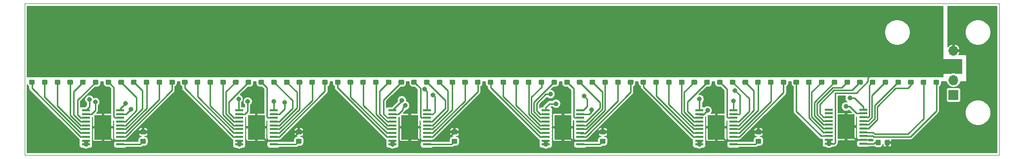
<source format=gbr>
G04 #@! TF.GenerationSoftware,KiCad,Pcbnew,(5.1.4)-1*
G04 #@! TF.CreationDate,2019-10-05T20:16:33-07:00*
G04 #@! TF.ProjectId,teh,7465682e-6b69-4636-9164-5f7063625858,rev?*
G04 #@! TF.SameCoordinates,Original*
G04 #@! TF.FileFunction,Copper,L1,Top*
G04 #@! TF.FilePolarity,Positive*
%FSLAX46Y46*%
G04 Gerber Fmt 4.6, Leading zero omitted, Abs format (unit mm)*
G04 Created by KiCad (PCBNEW (5.1.4)-1) date 2019-10-05 20:16:33*
%MOMM*%
%LPD*%
G04 APERTURE LIST*
%ADD10C,0.050000*%
%ADD11R,1.700000X1.700000*%
%ADD12O,1.700000X1.700000*%
%ADD13R,1.450000X0.450000*%
%ADD14R,3.000000X4.200000*%
%ADD15C,0.150000*%
%ADD16C,0.875000*%
%ADD17C,0.800000*%
%ADD18C,0.250000*%
%ADD19C,0.800000*%
%ADD20C,0.200000*%
G04 APERTURE END LIST*
D10*
X91440000Y-38100000D02*
X258445000Y-38100000D01*
X91440000Y-64135000D02*
X91440000Y-38100000D01*
X258445000Y-64135000D02*
X91440000Y-64135000D01*
X258445000Y-38100000D02*
X258445000Y-64135000D01*
D11*
X250596400Y-53797200D03*
D12*
X250596400Y-51257200D03*
X250596400Y-48717200D03*
X250596400Y-46177200D03*
D13*
X235118700Y-62170500D03*
X235118700Y-61520500D03*
X235118700Y-60870500D03*
X235118700Y-60220500D03*
X235118700Y-59570500D03*
X235118700Y-58920500D03*
X235118700Y-58270500D03*
X235118700Y-57620500D03*
X235118700Y-56970500D03*
X235118700Y-56320500D03*
X229218700Y-56320500D03*
X229218700Y-56970500D03*
X229218700Y-57620500D03*
X229218700Y-58270500D03*
X229218700Y-58920500D03*
X229218700Y-59570500D03*
X229218700Y-60220500D03*
X229218700Y-60870500D03*
X229218700Y-61520500D03*
X229218700Y-62170500D03*
D14*
X232168700Y-59245500D03*
D15*
G36*
X237920691Y-61489353D02*
G01*
X237941926Y-61492503D01*
X237962750Y-61497719D01*
X237982962Y-61504951D01*
X238002368Y-61514130D01*
X238020781Y-61525166D01*
X238038024Y-61537954D01*
X238053930Y-61552370D01*
X238068346Y-61568276D01*
X238081134Y-61585519D01*
X238092170Y-61603932D01*
X238101349Y-61623338D01*
X238108581Y-61643550D01*
X238113797Y-61664374D01*
X238116947Y-61685609D01*
X238118000Y-61707050D01*
X238118000Y-62219550D01*
X238116947Y-62240991D01*
X238113797Y-62262226D01*
X238108581Y-62283050D01*
X238101349Y-62303262D01*
X238092170Y-62322668D01*
X238081134Y-62341081D01*
X238068346Y-62358324D01*
X238053930Y-62374230D01*
X238038024Y-62388646D01*
X238020781Y-62401434D01*
X238002368Y-62412470D01*
X237982962Y-62421649D01*
X237962750Y-62428881D01*
X237941926Y-62434097D01*
X237920691Y-62437247D01*
X237899250Y-62438300D01*
X237461750Y-62438300D01*
X237440309Y-62437247D01*
X237419074Y-62434097D01*
X237398250Y-62428881D01*
X237378038Y-62421649D01*
X237358632Y-62412470D01*
X237340219Y-62401434D01*
X237322976Y-62388646D01*
X237307070Y-62374230D01*
X237292654Y-62358324D01*
X237279866Y-62341081D01*
X237268830Y-62322668D01*
X237259651Y-62303262D01*
X237252419Y-62283050D01*
X237247203Y-62262226D01*
X237244053Y-62240991D01*
X237243000Y-62219550D01*
X237243000Y-61707050D01*
X237244053Y-61685609D01*
X237247203Y-61664374D01*
X237252419Y-61643550D01*
X237259651Y-61623338D01*
X237268830Y-61603932D01*
X237279866Y-61585519D01*
X237292654Y-61568276D01*
X237307070Y-61552370D01*
X237322976Y-61537954D01*
X237340219Y-61525166D01*
X237358632Y-61514130D01*
X237378038Y-61504951D01*
X237398250Y-61497719D01*
X237419074Y-61492503D01*
X237440309Y-61489353D01*
X237461750Y-61488300D01*
X237899250Y-61488300D01*
X237920691Y-61489353D01*
X237920691Y-61489353D01*
G37*
D16*
X237680500Y-61963300D03*
D15*
G36*
X239495691Y-61489353D02*
G01*
X239516926Y-61492503D01*
X239537750Y-61497719D01*
X239557962Y-61504951D01*
X239577368Y-61514130D01*
X239595781Y-61525166D01*
X239613024Y-61537954D01*
X239628930Y-61552370D01*
X239643346Y-61568276D01*
X239656134Y-61585519D01*
X239667170Y-61603932D01*
X239676349Y-61623338D01*
X239683581Y-61643550D01*
X239688797Y-61664374D01*
X239691947Y-61685609D01*
X239693000Y-61707050D01*
X239693000Y-62219550D01*
X239691947Y-62240991D01*
X239688797Y-62262226D01*
X239683581Y-62283050D01*
X239676349Y-62303262D01*
X239667170Y-62322668D01*
X239656134Y-62341081D01*
X239643346Y-62358324D01*
X239628930Y-62374230D01*
X239613024Y-62388646D01*
X239595781Y-62401434D01*
X239577368Y-62412470D01*
X239557962Y-62421649D01*
X239537750Y-62428881D01*
X239516926Y-62434097D01*
X239495691Y-62437247D01*
X239474250Y-62438300D01*
X239036750Y-62438300D01*
X239015309Y-62437247D01*
X238994074Y-62434097D01*
X238973250Y-62428881D01*
X238953038Y-62421649D01*
X238933632Y-62412470D01*
X238915219Y-62401434D01*
X238897976Y-62388646D01*
X238882070Y-62374230D01*
X238867654Y-62358324D01*
X238854866Y-62341081D01*
X238843830Y-62322668D01*
X238834651Y-62303262D01*
X238827419Y-62283050D01*
X238822203Y-62262226D01*
X238819053Y-62240991D01*
X238818000Y-62219550D01*
X238818000Y-61707050D01*
X238819053Y-61685609D01*
X238822203Y-61664374D01*
X238827419Y-61643550D01*
X238834651Y-61623338D01*
X238843830Y-61603932D01*
X238854866Y-61585519D01*
X238867654Y-61568276D01*
X238882070Y-61552370D01*
X238897976Y-61537954D01*
X238915219Y-61525166D01*
X238933632Y-61514130D01*
X238953038Y-61504951D01*
X238973250Y-61497719D01*
X238994074Y-61492503D01*
X239015309Y-61489353D01*
X239036750Y-61488300D01*
X239474250Y-61488300D01*
X239495691Y-61489353D01*
X239495691Y-61489353D01*
G37*
D16*
X239255500Y-61963300D03*
D13*
X134106000Y-62290000D03*
X134106000Y-61640000D03*
X134106000Y-60990000D03*
X134106000Y-60340000D03*
X134106000Y-59690000D03*
X134106000Y-59040000D03*
X134106000Y-58390000D03*
X134106000Y-57740000D03*
X134106000Y-57090000D03*
X134106000Y-56440000D03*
X128206000Y-56440000D03*
X128206000Y-57090000D03*
X128206000Y-57740000D03*
X128206000Y-58390000D03*
X128206000Y-59040000D03*
X128206000Y-59690000D03*
X128206000Y-60340000D03*
X128206000Y-60990000D03*
X128206000Y-61640000D03*
X128206000Y-62290000D03*
D14*
X131156000Y-59365000D03*
D15*
G36*
X106081209Y-49576053D02*
G01*
X106102444Y-49579203D01*
X106123268Y-49584419D01*
X106143480Y-49591651D01*
X106162886Y-49600830D01*
X106181299Y-49611866D01*
X106198542Y-49624654D01*
X106214448Y-49639070D01*
X106228864Y-49654976D01*
X106241652Y-49672219D01*
X106252688Y-49690632D01*
X106261867Y-49710038D01*
X106269099Y-49730250D01*
X106274315Y-49751074D01*
X106277465Y-49772309D01*
X106278518Y-49793750D01*
X106278518Y-50231250D01*
X106277465Y-50252691D01*
X106274315Y-50273926D01*
X106269099Y-50294750D01*
X106261867Y-50314962D01*
X106252688Y-50334368D01*
X106241652Y-50352781D01*
X106228864Y-50370024D01*
X106214448Y-50385930D01*
X106198542Y-50400346D01*
X106181299Y-50413134D01*
X106162886Y-50424170D01*
X106143480Y-50433349D01*
X106123268Y-50440581D01*
X106102444Y-50445797D01*
X106081209Y-50448947D01*
X106059768Y-50450000D01*
X105547268Y-50450000D01*
X105525827Y-50448947D01*
X105504592Y-50445797D01*
X105483768Y-50440581D01*
X105463556Y-50433349D01*
X105444150Y-50424170D01*
X105425737Y-50413134D01*
X105408494Y-50400346D01*
X105392588Y-50385930D01*
X105378172Y-50370024D01*
X105365384Y-50352781D01*
X105354348Y-50334368D01*
X105345169Y-50314962D01*
X105337937Y-50294750D01*
X105332721Y-50273926D01*
X105329571Y-50252691D01*
X105328518Y-50231250D01*
X105328518Y-49793750D01*
X105329571Y-49772309D01*
X105332721Y-49751074D01*
X105337937Y-49730250D01*
X105345169Y-49710038D01*
X105354348Y-49690632D01*
X105365384Y-49672219D01*
X105378172Y-49654976D01*
X105392588Y-49639070D01*
X105408494Y-49624654D01*
X105425737Y-49611866D01*
X105444150Y-49600830D01*
X105463556Y-49591651D01*
X105483768Y-49584419D01*
X105504592Y-49579203D01*
X105525827Y-49576053D01*
X105547268Y-49575000D01*
X106059768Y-49575000D01*
X106081209Y-49576053D01*
X106081209Y-49576053D01*
G37*
D16*
X105803518Y-50012500D03*
D15*
G36*
X106081209Y-51151053D02*
G01*
X106102444Y-51154203D01*
X106123268Y-51159419D01*
X106143480Y-51166651D01*
X106162886Y-51175830D01*
X106181299Y-51186866D01*
X106198542Y-51199654D01*
X106214448Y-51214070D01*
X106228864Y-51229976D01*
X106241652Y-51247219D01*
X106252688Y-51265632D01*
X106261867Y-51285038D01*
X106269099Y-51305250D01*
X106274315Y-51326074D01*
X106277465Y-51347309D01*
X106278518Y-51368750D01*
X106278518Y-51806250D01*
X106277465Y-51827691D01*
X106274315Y-51848926D01*
X106269099Y-51869750D01*
X106261867Y-51889962D01*
X106252688Y-51909368D01*
X106241652Y-51927781D01*
X106228864Y-51945024D01*
X106214448Y-51960930D01*
X106198542Y-51975346D01*
X106181299Y-51988134D01*
X106162886Y-51999170D01*
X106143480Y-52008349D01*
X106123268Y-52015581D01*
X106102444Y-52020797D01*
X106081209Y-52023947D01*
X106059768Y-52025000D01*
X105547268Y-52025000D01*
X105525827Y-52023947D01*
X105504592Y-52020797D01*
X105483768Y-52015581D01*
X105463556Y-52008349D01*
X105444150Y-51999170D01*
X105425737Y-51988134D01*
X105408494Y-51975346D01*
X105392588Y-51960930D01*
X105378172Y-51945024D01*
X105365384Y-51927781D01*
X105354348Y-51909368D01*
X105345169Y-51889962D01*
X105337937Y-51869750D01*
X105332721Y-51848926D01*
X105329571Y-51827691D01*
X105328518Y-51806250D01*
X105328518Y-51368750D01*
X105329571Y-51347309D01*
X105332721Y-51326074D01*
X105337937Y-51305250D01*
X105345169Y-51285038D01*
X105354348Y-51265632D01*
X105365384Y-51247219D01*
X105378172Y-51229976D01*
X105392588Y-51214070D01*
X105408494Y-51199654D01*
X105425737Y-51186866D01*
X105444150Y-51175830D01*
X105463556Y-51166651D01*
X105483768Y-51159419D01*
X105504592Y-51154203D01*
X105525827Y-51151053D01*
X105547268Y-51150000D01*
X106059768Y-51150000D01*
X106081209Y-51151053D01*
X106081209Y-51151053D01*
G37*
D16*
X105803518Y-51587500D03*
D15*
G36*
X92987691Y-51151053D02*
G01*
X93008926Y-51154203D01*
X93029750Y-51159419D01*
X93049962Y-51166651D01*
X93069368Y-51175830D01*
X93087781Y-51186866D01*
X93105024Y-51199654D01*
X93120930Y-51214070D01*
X93135346Y-51229976D01*
X93148134Y-51247219D01*
X93159170Y-51265632D01*
X93168349Y-51285038D01*
X93175581Y-51305250D01*
X93180797Y-51326074D01*
X93183947Y-51347309D01*
X93185000Y-51368750D01*
X93185000Y-51806250D01*
X93183947Y-51827691D01*
X93180797Y-51848926D01*
X93175581Y-51869750D01*
X93168349Y-51889962D01*
X93159170Y-51909368D01*
X93148134Y-51927781D01*
X93135346Y-51945024D01*
X93120930Y-51960930D01*
X93105024Y-51975346D01*
X93087781Y-51988134D01*
X93069368Y-51999170D01*
X93049962Y-52008349D01*
X93029750Y-52015581D01*
X93008926Y-52020797D01*
X92987691Y-52023947D01*
X92966250Y-52025000D01*
X92453750Y-52025000D01*
X92432309Y-52023947D01*
X92411074Y-52020797D01*
X92390250Y-52015581D01*
X92370038Y-52008349D01*
X92350632Y-51999170D01*
X92332219Y-51988134D01*
X92314976Y-51975346D01*
X92299070Y-51960930D01*
X92284654Y-51945024D01*
X92271866Y-51927781D01*
X92260830Y-51909368D01*
X92251651Y-51889962D01*
X92244419Y-51869750D01*
X92239203Y-51848926D01*
X92236053Y-51827691D01*
X92235000Y-51806250D01*
X92235000Y-51368750D01*
X92236053Y-51347309D01*
X92239203Y-51326074D01*
X92244419Y-51305250D01*
X92251651Y-51285038D01*
X92260830Y-51265632D01*
X92271866Y-51247219D01*
X92284654Y-51229976D01*
X92299070Y-51214070D01*
X92314976Y-51199654D01*
X92332219Y-51186866D01*
X92350632Y-51175830D01*
X92370038Y-51166651D01*
X92390250Y-51159419D01*
X92411074Y-51154203D01*
X92432309Y-51151053D01*
X92453750Y-51150000D01*
X92966250Y-51150000D01*
X92987691Y-51151053D01*
X92987691Y-51151053D01*
G37*
D16*
X92710000Y-51587500D03*
D15*
G36*
X92987691Y-49576053D02*
G01*
X93008926Y-49579203D01*
X93029750Y-49584419D01*
X93049962Y-49591651D01*
X93069368Y-49600830D01*
X93087781Y-49611866D01*
X93105024Y-49624654D01*
X93120930Y-49639070D01*
X93135346Y-49654976D01*
X93148134Y-49672219D01*
X93159170Y-49690632D01*
X93168349Y-49710038D01*
X93175581Y-49730250D01*
X93180797Y-49751074D01*
X93183947Y-49772309D01*
X93185000Y-49793750D01*
X93185000Y-50231250D01*
X93183947Y-50252691D01*
X93180797Y-50273926D01*
X93175581Y-50294750D01*
X93168349Y-50314962D01*
X93159170Y-50334368D01*
X93148134Y-50352781D01*
X93135346Y-50370024D01*
X93120930Y-50385930D01*
X93105024Y-50400346D01*
X93087781Y-50413134D01*
X93069368Y-50424170D01*
X93049962Y-50433349D01*
X93029750Y-50440581D01*
X93008926Y-50445797D01*
X92987691Y-50448947D01*
X92966250Y-50450000D01*
X92453750Y-50450000D01*
X92432309Y-50448947D01*
X92411074Y-50445797D01*
X92390250Y-50440581D01*
X92370038Y-50433349D01*
X92350632Y-50424170D01*
X92332219Y-50413134D01*
X92314976Y-50400346D01*
X92299070Y-50385930D01*
X92284654Y-50370024D01*
X92271866Y-50352781D01*
X92260830Y-50334368D01*
X92251651Y-50314962D01*
X92244419Y-50294750D01*
X92239203Y-50273926D01*
X92236053Y-50252691D01*
X92235000Y-50231250D01*
X92235000Y-49793750D01*
X92236053Y-49772309D01*
X92239203Y-49751074D01*
X92244419Y-49730250D01*
X92251651Y-49710038D01*
X92260830Y-49690632D01*
X92271866Y-49672219D01*
X92284654Y-49654976D01*
X92299070Y-49639070D01*
X92314976Y-49624654D01*
X92332219Y-49611866D01*
X92350632Y-49600830D01*
X92370038Y-49591651D01*
X92390250Y-49584419D01*
X92411074Y-49579203D01*
X92432309Y-49576053D01*
X92453750Y-49575000D01*
X92966250Y-49575000D01*
X92987691Y-49576053D01*
X92987691Y-49576053D01*
G37*
D16*
X92710000Y-50012500D03*
D15*
G36*
X108263462Y-51151053D02*
G01*
X108284697Y-51154203D01*
X108305521Y-51159419D01*
X108325733Y-51166651D01*
X108345139Y-51175830D01*
X108363552Y-51186866D01*
X108380795Y-51199654D01*
X108396701Y-51214070D01*
X108411117Y-51229976D01*
X108423905Y-51247219D01*
X108434941Y-51265632D01*
X108444120Y-51285038D01*
X108451352Y-51305250D01*
X108456568Y-51326074D01*
X108459718Y-51347309D01*
X108460771Y-51368750D01*
X108460771Y-51806250D01*
X108459718Y-51827691D01*
X108456568Y-51848926D01*
X108451352Y-51869750D01*
X108444120Y-51889962D01*
X108434941Y-51909368D01*
X108423905Y-51927781D01*
X108411117Y-51945024D01*
X108396701Y-51960930D01*
X108380795Y-51975346D01*
X108363552Y-51988134D01*
X108345139Y-51999170D01*
X108325733Y-52008349D01*
X108305521Y-52015581D01*
X108284697Y-52020797D01*
X108263462Y-52023947D01*
X108242021Y-52025000D01*
X107729521Y-52025000D01*
X107708080Y-52023947D01*
X107686845Y-52020797D01*
X107666021Y-52015581D01*
X107645809Y-52008349D01*
X107626403Y-51999170D01*
X107607990Y-51988134D01*
X107590747Y-51975346D01*
X107574841Y-51960930D01*
X107560425Y-51945024D01*
X107547637Y-51927781D01*
X107536601Y-51909368D01*
X107527422Y-51889962D01*
X107520190Y-51869750D01*
X107514974Y-51848926D01*
X107511824Y-51827691D01*
X107510771Y-51806250D01*
X107510771Y-51368750D01*
X107511824Y-51347309D01*
X107514974Y-51326074D01*
X107520190Y-51305250D01*
X107527422Y-51285038D01*
X107536601Y-51265632D01*
X107547637Y-51247219D01*
X107560425Y-51229976D01*
X107574841Y-51214070D01*
X107590747Y-51199654D01*
X107607990Y-51186866D01*
X107626403Y-51175830D01*
X107645809Y-51166651D01*
X107666021Y-51159419D01*
X107686845Y-51154203D01*
X107708080Y-51151053D01*
X107729521Y-51150000D01*
X108242021Y-51150000D01*
X108263462Y-51151053D01*
X108263462Y-51151053D01*
G37*
D16*
X107985771Y-51587500D03*
D15*
G36*
X108263462Y-49576053D02*
G01*
X108284697Y-49579203D01*
X108305521Y-49584419D01*
X108325733Y-49591651D01*
X108345139Y-49600830D01*
X108363552Y-49611866D01*
X108380795Y-49624654D01*
X108396701Y-49639070D01*
X108411117Y-49654976D01*
X108423905Y-49672219D01*
X108434941Y-49690632D01*
X108444120Y-49710038D01*
X108451352Y-49730250D01*
X108456568Y-49751074D01*
X108459718Y-49772309D01*
X108460771Y-49793750D01*
X108460771Y-50231250D01*
X108459718Y-50252691D01*
X108456568Y-50273926D01*
X108451352Y-50294750D01*
X108444120Y-50314962D01*
X108434941Y-50334368D01*
X108423905Y-50352781D01*
X108411117Y-50370024D01*
X108396701Y-50385930D01*
X108380795Y-50400346D01*
X108363552Y-50413134D01*
X108345139Y-50424170D01*
X108325733Y-50433349D01*
X108305521Y-50440581D01*
X108284697Y-50445797D01*
X108263462Y-50448947D01*
X108242021Y-50450000D01*
X107729521Y-50450000D01*
X107708080Y-50448947D01*
X107686845Y-50445797D01*
X107666021Y-50440581D01*
X107645809Y-50433349D01*
X107626403Y-50424170D01*
X107607990Y-50413134D01*
X107590747Y-50400346D01*
X107574841Y-50385930D01*
X107560425Y-50370024D01*
X107547637Y-50352781D01*
X107536601Y-50334368D01*
X107527422Y-50314962D01*
X107520190Y-50294750D01*
X107514974Y-50273926D01*
X107511824Y-50252691D01*
X107510771Y-50231250D01*
X107510771Y-49793750D01*
X107511824Y-49772309D01*
X107514974Y-49751074D01*
X107520190Y-49730250D01*
X107527422Y-49710038D01*
X107536601Y-49690632D01*
X107547637Y-49672219D01*
X107560425Y-49654976D01*
X107574841Y-49639070D01*
X107590747Y-49624654D01*
X107607990Y-49611866D01*
X107626403Y-49600830D01*
X107645809Y-49591651D01*
X107666021Y-49584419D01*
X107686845Y-49579203D01*
X107708080Y-49576053D01*
X107729521Y-49575000D01*
X108242021Y-49575000D01*
X108263462Y-49576053D01*
X108263462Y-49576053D01*
G37*
D16*
X107985771Y-50012500D03*
D15*
G36*
X95169944Y-49576053D02*
G01*
X95191179Y-49579203D01*
X95212003Y-49584419D01*
X95232215Y-49591651D01*
X95251621Y-49600830D01*
X95270034Y-49611866D01*
X95287277Y-49624654D01*
X95303183Y-49639070D01*
X95317599Y-49654976D01*
X95330387Y-49672219D01*
X95341423Y-49690632D01*
X95350602Y-49710038D01*
X95357834Y-49730250D01*
X95363050Y-49751074D01*
X95366200Y-49772309D01*
X95367253Y-49793750D01*
X95367253Y-50231250D01*
X95366200Y-50252691D01*
X95363050Y-50273926D01*
X95357834Y-50294750D01*
X95350602Y-50314962D01*
X95341423Y-50334368D01*
X95330387Y-50352781D01*
X95317599Y-50370024D01*
X95303183Y-50385930D01*
X95287277Y-50400346D01*
X95270034Y-50413134D01*
X95251621Y-50424170D01*
X95232215Y-50433349D01*
X95212003Y-50440581D01*
X95191179Y-50445797D01*
X95169944Y-50448947D01*
X95148503Y-50450000D01*
X94636003Y-50450000D01*
X94614562Y-50448947D01*
X94593327Y-50445797D01*
X94572503Y-50440581D01*
X94552291Y-50433349D01*
X94532885Y-50424170D01*
X94514472Y-50413134D01*
X94497229Y-50400346D01*
X94481323Y-50385930D01*
X94466907Y-50370024D01*
X94454119Y-50352781D01*
X94443083Y-50334368D01*
X94433904Y-50314962D01*
X94426672Y-50294750D01*
X94421456Y-50273926D01*
X94418306Y-50252691D01*
X94417253Y-50231250D01*
X94417253Y-49793750D01*
X94418306Y-49772309D01*
X94421456Y-49751074D01*
X94426672Y-49730250D01*
X94433904Y-49710038D01*
X94443083Y-49690632D01*
X94454119Y-49672219D01*
X94466907Y-49654976D01*
X94481323Y-49639070D01*
X94497229Y-49624654D01*
X94514472Y-49611866D01*
X94532885Y-49600830D01*
X94552291Y-49591651D01*
X94572503Y-49584419D01*
X94593327Y-49579203D01*
X94614562Y-49576053D01*
X94636003Y-49575000D01*
X95148503Y-49575000D01*
X95169944Y-49576053D01*
X95169944Y-49576053D01*
G37*
D16*
X94892253Y-50012500D03*
D15*
G36*
X95169944Y-51151053D02*
G01*
X95191179Y-51154203D01*
X95212003Y-51159419D01*
X95232215Y-51166651D01*
X95251621Y-51175830D01*
X95270034Y-51186866D01*
X95287277Y-51199654D01*
X95303183Y-51214070D01*
X95317599Y-51229976D01*
X95330387Y-51247219D01*
X95341423Y-51265632D01*
X95350602Y-51285038D01*
X95357834Y-51305250D01*
X95363050Y-51326074D01*
X95366200Y-51347309D01*
X95367253Y-51368750D01*
X95367253Y-51806250D01*
X95366200Y-51827691D01*
X95363050Y-51848926D01*
X95357834Y-51869750D01*
X95350602Y-51889962D01*
X95341423Y-51909368D01*
X95330387Y-51927781D01*
X95317599Y-51945024D01*
X95303183Y-51960930D01*
X95287277Y-51975346D01*
X95270034Y-51988134D01*
X95251621Y-51999170D01*
X95232215Y-52008349D01*
X95212003Y-52015581D01*
X95191179Y-52020797D01*
X95169944Y-52023947D01*
X95148503Y-52025000D01*
X94636003Y-52025000D01*
X94614562Y-52023947D01*
X94593327Y-52020797D01*
X94572503Y-52015581D01*
X94552291Y-52008349D01*
X94532885Y-51999170D01*
X94514472Y-51988134D01*
X94497229Y-51975346D01*
X94481323Y-51960930D01*
X94466907Y-51945024D01*
X94454119Y-51927781D01*
X94443083Y-51909368D01*
X94433904Y-51889962D01*
X94426672Y-51869750D01*
X94421456Y-51848926D01*
X94418306Y-51827691D01*
X94417253Y-51806250D01*
X94417253Y-51368750D01*
X94418306Y-51347309D01*
X94421456Y-51326074D01*
X94426672Y-51305250D01*
X94433904Y-51285038D01*
X94443083Y-51265632D01*
X94454119Y-51247219D01*
X94466907Y-51229976D01*
X94481323Y-51214070D01*
X94497229Y-51199654D01*
X94514472Y-51186866D01*
X94532885Y-51175830D01*
X94552291Y-51166651D01*
X94572503Y-51159419D01*
X94593327Y-51154203D01*
X94614562Y-51151053D01*
X94636003Y-51150000D01*
X95148503Y-51150000D01*
X95169944Y-51151053D01*
X95169944Y-51151053D01*
G37*
D16*
X94892253Y-51587500D03*
D15*
G36*
X110445715Y-49576053D02*
G01*
X110466950Y-49579203D01*
X110487774Y-49584419D01*
X110507986Y-49591651D01*
X110527392Y-49600830D01*
X110545805Y-49611866D01*
X110563048Y-49624654D01*
X110578954Y-49639070D01*
X110593370Y-49654976D01*
X110606158Y-49672219D01*
X110617194Y-49690632D01*
X110626373Y-49710038D01*
X110633605Y-49730250D01*
X110638821Y-49751074D01*
X110641971Y-49772309D01*
X110643024Y-49793750D01*
X110643024Y-50231250D01*
X110641971Y-50252691D01*
X110638821Y-50273926D01*
X110633605Y-50294750D01*
X110626373Y-50314962D01*
X110617194Y-50334368D01*
X110606158Y-50352781D01*
X110593370Y-50370024D01*
X110578954Y-50385930D01*
X110563048Y-50400346D01*
X110545805Y-50413134D01*
X110527392Y-50424170D01*
X110507986Y-50433349D01*
X110487774Y-50440581D01*
X110466950Y-50445797D01*
X110445715Y-50448947D01*
X110424274Y-50450000D01*
X109911774Y-50450000D01*
X109890333Y-50448947D01*
X109869098Y-50445797D01*
X109848274Y-50440581D01*
X109828062Y-50433349D01*
X109808656Y-50424170D01*
X109790243Y-50413134D01*
X109773000Y-50400346D01*
X109757094Y-50385930D01*
X109742678Y-50370024D01*
X109729890Y-50352781D01*
X109718854Y-50334368D01*
X109709675Y-50314962D01*
X109702443Y-50294750D01*
X109697227Y-50273926D01*
X109694077Y-50252691D01*
X109693024Y-50231250D01*
X109693024Y-49793750D01*
X109694077Y-49772309D01*
X109697227Y-49751074D01*
X109702443Y-49730250D01*
X109709675Y-49710038D01*
X109718854Y-49690632D01*
X109729890Y-49672219D01*
X109742678Y-49654976D01*
X109757094Y-49639070D01*
X109773000Y-49624654D01*
X109790243Y-49611866D01*
X109808656Y-49600830D01*
X109828062Y-49591651D01*
X109848274Y-49584419D01*
X109869098Y-49579203D01*
X109890333Y-49576053D01*
X109911774Y-49575000D01*
X110424274Y-49575000D01*
X110445715Y-49576053D01*
X110445715Y-49576053D01*
G37*
D16*
X110168024Y-50012500D03*
D15*
G36*
X110445715Y-51151053D02*
G01*
X110466950Y-51154203D01*
X110487774Y-51159419D01*
X110507986Y-51166651D01*
X110527392Y-51175830D01*
X110545805Y-51186866D01*
X110563048Y-51199654D01*
X110578954Y-51214070D01*
X110593370Y-51229976D01*
X110606158Y-51247219D01*
X110617194Y-51265632D01*
X110626373Y-51285038D01*
X110633605Y-51305250D01*
X110638821Y-51326074D01*
X110641971Y-51347309D01*
X110643024Y-51368750D01*
X110643024Y-51806250D01*
X110641971Y-51827691D01*
X110638821Y-51848926D01*
X110633605Y-51869750D01*
X110626373Y-51889962D01*
X110617194Y-51909368D01*
X110606158Y-51927781D01*
X110593370Y-51945024D01*
X110578954Y-51960930D01*
X110563048Y-51975346D01*
X110545805Y-51988134D01*
X110527392Y-51999170D01*
X110507986Y-52008349D01*
X110487774Y-52015581D01*
X110466950Y-52020797D01*
X110445715Y-52023947D01*
X110424274Y-52025000D01*
X109911774Y-52025000D01*
X109890333Y-52023947D01*
X109869098Y-52020797D01*
X109848274Y-52015581D01*
X109828062Y-52008349D01*
X109808656Y-51999170D01*
X109790243Y-51988134D01*
X109773000Y-51975346D01*
X109757094Y-51960930D01*
X109742678Y-51945024D01*
X109729890Y-51927781D01*
X109718854Y-51909368D01*
X109709675Y-51889962D01*
X109702443Y-51869750D01*
X109697227Y-51848926D01*
X109694077Y-51827691D01*
X109693024Y-51806250D01*
X109693024Y-51368750D01*
X109694077Y-51347309D01*
X109697227Y-51326074D01*
X109702443Y-51305250D01*
X109709675Y-51285038D01*
X109718854Y-51265632D01*
X109729890Y-51247219D01*
X109742678Y-51229976D01*
X109757094Y-51214070D01*
X109773000Y-51199654D01*
X109790243Y-51186866D01*
X109808656Y-51175830D01*
X109828062Y-51166651D01*
X109848274Y-51159419D01*
X109869098Y-51154203D01*
X109890333Y-51151053D01*
X109911774Y-51150000D01*
X110424274Y-51150000D01*
X110445715Y-51151053D01*
X110445715Y-51151053D01*
G37*
D16*
X110168024Y-51587500D03*
D15*
G36*
X97352197Y-51151053D02*
G01*
X97373432Y-51154203D01*
X97394256Y-51159419D01*
X97414468Y-51166651D01*
X97433874Y-51175830D01*
X97452287Y-51186866D01*
X97469530Y-51199654D01*
X97485436Y-51214070D01*
X97499852Y-51229976D01*
X97512640Y-51247219D01*
X97523676Y-51265632D01*
X97532855Y-51285038D01*
X97540087Y-51305250D01*
X97545303Y-51326074D01*
X97548453Y-51347309D01*
X97549506Y-51368750D01*
X97549506Y-51806250D01*
X97548453Y-51827691D01*
X97545303Y-51848926D01*
X97540087Y-51869750D01*
X97532855Y-51889962D01*
X97523676Y-51909368D01*
X97512640Y-51927781D01*
X97499852Y-51945024D01*
X97485436Y-51960930D01*
X97469530Y-51975346D01*
X97452287Y-51988134D01*
X97433874Y-51999170D01*
X97414468Y-52008349D01*
X97394256Y-52015581D01*
X97373432Y-52020797D01*
X97352197Y-52023947D01*
X97330756Y-52025000D01*
X96818256Y-52025000D01*
X96796815Y-52023947D01*
X96775580Y-52020797D01*
X96754756Y-52015581D01*
X96734544Y-52008349D01*
X96715138Y-51999170D01*
X96696725Y-51988134D01*
X96679482Y-51975346D01*
X96663576Y-51960930D01*
X96649160Y-51945024D01*
X96636372Y-51927781D01*
X96625336Y-51909368D01*
X96616157Y-51889962D01*
X96608925Y-51869750D01*
X96603709Y-51848926D01*
X96600559Y-51827691D01*
X96599506Y-51806250D01*
X96599506Y-51368750D01*
X96600559Y-51347309D01*
X96603709Y-51326074D01*
X96608925Y-51305250D01*
X96616157Y-51285038D01*
X96625336Y-51265632D01*
X96636372Y-51247219D01*
X96649160Y-51229976D01*
X96663576Y-51214070D01*
X96679482Y-51199654D01*
X96696725Y-51186866D01*
X96715138Y-51175830D01*
X96734544Y-51166651D01*
X96754756Y-51159419D01*
X96775580Y-51154203D01*
X96796815Y-51151053D01*
X96818256Y-51150000D01*
X97330756Y-51150000D01*
X97352197Y-51151053D01*
X97352197Y-51151053D01*
G37*
D16*
X97074506Y-51587500D03*
D15*
G36*
X97352197Y-49576053D02*
G01*
X97373432Y-49579203D01*
X97394256Y-49584419D01*
X97414468Y-49591651D01*
X97433874Y-49600830D01*
X97452287Y-49611866D01*
X97469530Y-49624654D01*
X97485436Y-49639070D01*
X97499852Y-49654976D01*
X97512640Y-49672219D01*
X97523676Y-49690632D01*
X97532855Y-49710038D01*
X97540087Y-49730250D01*
X97545303Y-49751074D01*
X97548453Y-49772309D01*
X97549506Y-49793750D01*
X97549506Y-50231250D01*
X97548453Y-50252691D01*
X97545303Y-50273926D01*
X97540087Y-50294750D01*
X97532855Y-50314962D01*
X97523676Y-50334368D01*
X97512640Y-50352781D01*
X97499852Y-50370024D01*
X97485436Y-50385930D01*
X97469530Y-50400346D01*
X97452287Y-50413134D01*
X97433874Y-50424170D01*
X97414468Y-50433349D01*
X97394256Y-50440581D01*
X97373432Y-50445797D01*
X97352197Y-50448947D01*
X97330756Y-50450000D01*
X96818256Y-50450000D01*
X96796815Y-50448947D01*
X96775580Y-50445797D01*
X96754756Y-50440581D01*
X96734544Y-50433349D01*
X96715138Y-50424170D01*
X96696725Y-50413134D01*
X96679482Y-50400346D01*
X96663576Y-50385930D01*
X96649160Y-50370024D01*
X96636372Y-50352781D01*
X96625336Y-50334368D01*
X96616157Y-50314962D01*
X96608925Y-50294750D01*
X96603709Y-50273926D01*
X96600559Y-50252691D01*
X96599506Y-50231250D01*
X96599506Y-49793750D01*
X96600559Y-49772309D01*
X96603709Y-49751074D01*
X96608925Y-49730250D01*
X96616157Y-49710038D01*
X96625336Y-49690632D01*
X96636372Y-49672219D01*
X96649160Y-49654976D01*
X96663576Y-49639070D01*
X96679482Y-49624654D01*
X96696725Y-49611866D01*
X96715138Y-49600830D01*
X96734544Y-49591651D01*
X96754756Y-49584419D01*
X96775580Y-49579203D01*
X96796815Y-49576053D01*
X96818256Y-49575000D01*
X97330756Y-49575000D01*
X97352197Y-49576053D01*
X97352197Y-49576053D01*
G37*
D16*
X97074506Y-50012500D03*
D15*
G36*
X112627968Y-51151053D02*
G01*
X112649203Y-51154203D01*
X112670027Y-51159419D01*
X112690239Y-51166651D01*
X112709645Y-51175830D01*
X112728058Y-51186866D01*
X112745301Y-51199654D01*
X112761207Y-51214070D01*
X112775623Y-51229976D01*
X112788411Y-51247219D01*
X112799447Y-51265632D01*
X112808626Y-51285038D01*
X112815858Y-51305250D01*
X112821074Y-51326074D01*
X112824224Y-51347309D01*
X112825277Y-51368750D01*
X112825277Y-51806250D01*
X112824224Y-51827691D01*
X112821074Y-51848926D01*
X112815858Y-51869750D01*
X112808626Y-51889962D01*
X112799447Y-51909368D01*
X112788411Y-51927781D01*
X112775623Y-51945024D01*
X112761207Y-51960930D01*
X112745301Y-51975346D01*
X112728058Y-51988134D01*
X112709645Y-51999170D01*
X112690239Y-52008349D01*
X112670027Y-52015581D01*
X112649203Y-52020797D01*
X112627968Y-52023947D01*
X112606527Y-52025000D01*
X112094027Y-52025000D01*
X112072586Y-52023947D01*
X112051351Y-52020797D01*
X112030527Y-52015581D01*
X112010315Y-52008349D01*
X111990909Y-51999170D01*
X111972496Y-51988134D01*
X111955253Y-51975346D01*
X111939347Y-51960930D01*
X111924931Y-51945024D01*
X111912143Y-51927781D01*
X111901107Y-51909368D01*
X111891928Y-51889962D01*
X111884696Y-51869750D01*
X111879480Y-51848926D01*
X111876330Y-51827691D01*
X111875277Y-51806250D01*
X111875277Y-51368750D01*
X111876330Y-51347309D01*
X111879480Y-51326074D01*
X111884696Y-51305250D01*
X111891928Y-51285038D01*
X111901107Y-51265632D01*
X111912143Y-51247219D01*
X111924931Y-51229976D01*
X111939347Y-51214070D01*
X111955253Y-51199654D01*
X111972496Y-51186866D01*
X111990909Y-51175830D01*
X112010315Y-51166651D01*
X112030527Y-51159419D01*
X112051351Y-51154203D01*
X112072586Y-51151053D01*
X112094027Y-51150000D01*
X112606527Y-51150000D01*
X112627968Y-51151053D01*
X112627968Y-51151053D01*
G37*
D16*
X112350277Y-51587500D03*
D15*
G36*
X112627968Y-49576053D02*
G01*
X112649203Y-49579203D01*
X112670027Y-49584419D01*
X112690239Y-49591651D01*
X112709645Y-49600830D01*
X112728058Y-49611866D01*
X112745301Y-49624654D01*
X112761207Y-49639070D01*
X112775623Y-49654976D01*
X112788411Y-49672219D01*
X112799447Y-49690632D01*
X112808626Y-49710038D01*
X112815858Y-49730250D01*
X112821074Y-49751074D01*
X112824224Y-49772309D01*
X112825277Y-49793750D01*
X112825277Y-50231250D01*
X112824224Y-50252691D01*
X112821074Y-50273926D01*
X112815858Y-50294750D01*
X112808626Y-50314962D01*
X112799447Y-50334368D01*
X112788411Y-50352781D01*
X112775623Y-50370024D01*
X112761207Y-50385930D01*
X112745301Y-50400346D01*
X112728058Y-50413134D01*
X112709645Y-50424170D01*
X112690239Y-50433349D01*
X112670027Y-50440581D01*
X112649203Y-50445797D01*
X112627968Y-50448947D01*
X112606527Y-50450000D01*
X112094027Y-50450000D01*
X112072586Y-50448947D01*
X112051351Y-50445797D01*
X112030527Y-50440581D01*
X112010315Y-50433349D01*
X111990909Y-50424170D01*
X111972496Y-50413134D01*
X111955253Y-50400346D01*
X111939347Y-50385930D01*
X111924931Y-50370024D01*
X111912143Y-50352781D01*
X111901107Y-50334368D01*
X111891928Y-50314962D01*
X111884696Y-50294750D01*
X111879480Y-50273926D01*
X111876330Y-50252691D01*
X111875277Y-50231250D01*
X111875277Y-49793750D01*
X111876330Y-49772309D01*
X111879480Y-49751074D01*
X111884696Y-49730250D01*
X111891928Y-49710038D01*
X111901107Y-49690632D01*
X111912143Y-49672219D01*
X111924931Y-49654976D01*
X111939347Y-49639070D01*
X111955253Y-49624654D01*
X111972496Y-49611866D01*
X111990909Y-49600830D01*
X112010315Y-49591651D01*
X112030527Y-49584419D01*
X112051351Y-49579203D01*
X112072586Y-49576053D01*
X112094027Y-49575000D01*
X112606527Y-49575000D01*
X112627968Y-49576053D01*
X112627968Y-49576053D01*
G37*
D16*
X112350277Y-50012500D03*
D15*
G36*
X99534450Y-49576053D02*
G01*
X99555685Y-49579203D01*
X99576509Y-49584419D01*
X99596721Y-49591651D01*
X99616127Y-49600830D01*
X99634540Y-49611866D01*
X99651783Y-49624654D01*
X99667689Y-49639070D01*
X99682105Y-49654976D01*
X99694893Y-49672219D01*
X99705929Y-49690632D01*
X99715108Y-49710038D01*
X99722340Y-49730250D01*
X99727556Y-49751074D01*
X99730706Y-49772309D01*
X99731759Y-49793750D01*
X99731759Y-50231250D01*
X99730706Y-50252691D01*
X99727556Y-50273926D01*
X99722340Y-50294750D01*
X99715108Y-50314962D01*
X99705929Y-50334368D01*
X99694893Y-50352781D01*
X99682105Y-50370024D01*
X99667689Y-50385930D01*
X99651783Y-50400346D01*
X99634540Y-50413134D01*
X99616127Y-50424170D01*
X99596721Y-50433349D01*
X99576509Y-50440581D01*
X99555685Y-50445797D01*
X99534450Y-50448947D01*
X99513009Y-50450000D01*
X99000509Y-50450000D01*
X98979068Y-50448947D01*
X98957833Y-50445797D01*
X98937009Y-50440581D01*
X98916797Y-50433349D01*
X98897391Y-50424170D01*
X98878978Y-50413134D01*
X98861735Y-50400346D01*
X98845829Y-50385930D01*
X98831413Y-50370024D01*
X98818625Y-50352781D01*
X98807589Y-50334368D01*
X98798410Y-50314962D01*
X98791178Y-50294750D01*
X98785962Y-50273926D01*
X98782812Y-50252691D01*
X98781759Y-50231250D01*
X98781759Y-49793750D01*
X98782812Y-49772309D01*
X98785962Y-49751074D01*
X98791178Y-49730250D01*
X98798410Y-49710038D01*
X98807589Y-49690632D01*
X98818625Y-49672219D01*
X98831413Y-49654976D01*
X98845829Y-49639070D01*
X98861735Y-49624654D01*
X98878978Y-49611866D01*
X98897391Y-49600830D01*
X98916797Y-49591651D01*
X98937009Y-49584419D01*
X98957833Y-49579203D01*
X98979068Y-49576053D01*
X99000509Y-49575000D01*
X99513009Y-49575000D01*
X99534450Y-49576053D01*
X99534450Y-49576053D01*
G37*
D16*
X99256759Y-50012500D03*
D15*
G36*
X99534450Y-51151053D02*
G01*
X99555685Y-51154203D01*
X99576509Y-51159419D01*
X99596721Y-51166651D01*
X99616127Y-51175830D01*
X99634540Y-51186866D01*
X99651783Y-51199654D01*
X99667689Y-51214070D01*
X99682105Y-51229976D01*
X99694893Y-51247219D01*
X99705929Y-51265632D01*
X99715108Y-51285038D01*
X99722340Y-51305250D01*
X99727556Y-51326074D01*
X99730706Y-51347309D01*
X99731759Y-51368750D01*
X99731759Y-51806250D01*
X99730706Y-51827691D01*
X99727556Y-51848926D01*
X99722340Y-51869750D01*
X99715108Y-51889962D01*
X99705929Y-51909368D01*
X99694893Y-51927781D01*
X99682105Y-51945024D01*
X99667689Y-51960930D01*
X99651783Y-51975346D01*
X99634540Y-51988134D01*
X99616127Y-51999170D01*
X99596721Y-52008349D01*
X99576509Y-52015581D01*
X99555685Y-52020797D01*
X99534450Y-52023947D01*
X99513009Y-52025000D01*
X99000509Y-52025000D01*
X98979068Y-52023947D01*
X98957833Y-52020797D01*
X98937009Y-52015581D01*
X98916797Y-52008349D01*
X98897391Y-51999170D01*
X98878978Y-51988134D01*
X98861735Y-51975346D01*
X98845829Y-51960930D01*
X98831413Y-51945024D01*
X98818625Y-51927781D01*
X98807589Y-51909368D01*
X98798410Y-51889962D01*
X98791178Y-51869750D01*
X98785962Y-51848926D01*
X98782812Y-51827691D01*
X98781759Y-51806250D01*
X98781759Y-51368750D01*
X98782812Y-51347309D01*
X98785962Y-51326074D01*
X98791178Y-51305250D01*
X98798410Y-51285038D01*
X98807589Y-51265632D01*
X98818625Y-51247219D01*
X98831413Y-51229976D01*
X98845829Y-51214070D01*
X98861735Y-51199654D01*
X98878978Y-51186866D01*
X98897391Y-51175830D01*
X98916797Y-51166651D01*
X98937009Y-51159419D01*
X98957833Y-51154203D01*
X98979068Y-51151053D01*
X99000509Y-51150000D01*
X99513009Y-51150000D01*
X99534450Y-51151053D01*
X99534450Y-51151053D01*
G37*
D16*
X99256759Y-51587500D03*
D15*
G36*
X114810221Y-51151053D02*
G01*
X114831456Y-51154203D01*
X114852280Y-51159419D01*
X114872492Y-51166651D01*
X114891898Y-51175830D01*
X114910311Y-51186866D01*
X114927554Y-51199654D01*
X114943460Y-51214070D01*
X114957876Y-51229976D01*
X114970664Y-51247219D01*
X114981700Y-51265632D01*
X114990879Y-51285038D01*
X114998111Y-51305250D01*
X115003327Y-51326074D01*
X115006477Y-51347309D01*
X115007530Y-51368750D01*
X115007530Y-51806250D01*
X115006477Y-51827691D01*
X115003327Y-51848926D01*
X114998111Y-51869750D01*
X114990879Y-51889962D01*
X114981700Y-51909368D01*
X114970664Y-51927781D01*
X114957876Y-51945024D01*
X114943460Y-51960930D01*
X114927554Y-51975346D01*
X114910311Y-51988134D01*
X114891898Y-51999170D01*
X114872492Y-52008349D01*
X114852280Y-52015581D01*
X114831456Y-52020797D01*
X114810221Y-52023947D01*
X114788780Y-52025000D01*
X114276280Y-52025000D01*
X114254839Y-52023947D01*
X114233604Y-52020797D01*
X114212780Y-52015581D01*
X114192568Y-52008349D01*
X114173162Y-51999170D01*
X114154749Y-51988134D01*
X114137506Y-51975346D01*
X114121600Y-51960930D01*
X114107184Y-51945024D01*
X114094396Y-51927781D01*
X114083360Y-51909368D01*
X114074181Y-51889962D01*
X114066949Y-51869750D01*
X114061733Y-51848926D01*
X114058583Y-51827691D01*
X114057530Y-51806250D01*
X114057530Y-51368750D01*
X114058583Y-51347309D01*
X114061733Y-51326074D01*
X114066949Y-51305250D01*
X114074181Y-51285038D01*
X114083360Y-51265632D01*
X114094396Y-51247219D01*
X114107184Y-51229976D01*
X114121600Y-51214070D01*
X114137506Y-51199654D01*
X114154749Y-51186866D01*
X114173162Y-51175830D01*
X114192568Y-51166651D01*
X114212780Y-51159419D01*
X114233604Y-51154203D01*
X114254839Y-51151053D01*
X114276280Y-51150000D01*
X114788780Y-51150000D01*
X114810221Y-51151053D01*
X114810221Y-51151053D01*
G37*
D16*
X114532530Y-51587500D03*
D15*
G36*
X114810221Y-49576053D02*
G01*
X114831456Y-49579203D01*
X114852280Y-49584419D01*
X114872492Y-49591651D01*
X114891898Y-49600830D01*
X114910311Y-49611866D01*
X114927554Y-49624654D01*
X114943460Y-49639070D01*
X114957876Y-49654976D01*
X114970664Y-49672219D01*
X114981700Y-49690632D01*
X114990879Y-49710038D01*
X114998111Y-49730250D01*
X115003327Y-49751074D01*
X115006477Y-49772309D01*
X115007530Y-49793750D01*
X115007530Y-50231250D01*
X115006477Y-50252691D01*
X115003327Y-50273926D01*
X114998111Y-50294750D01*
X114990879Y-50314962D01*
X114981700Y-50334368D01*
X114970664Y-50352781D01*
X114957876Y-50370024D01*
X114943460Y-50385930D01*
X114927554Y-50400346D01*
X114910311Y-50413134D01*
X114891898Y-50424170D01*
X114872492Y-50433349D01*
X114852280Y-50440581D01*
X114831456Y-50445797D01*
X114810221Y-50448947D01*
X114788780Y-50450000D01*
X114276280Y-50450000D01*
X114254839Y-50448947D01*
X114233604Y-50445797D01*
X114212780Y-50440581D01*
X114192568Y-50433349D01*
X114173162Y-50424170D01*
X114154749Y-50413134D01*
X114137506Y-50400346D01*
X114121600Y-50385930D01*
X114107184Y-50370024D01*
X114094396Y-50352781D01*
X114083360Y-50334368D01*
X114074181Y-50314962D01*
X114066949Y-50294750D01*
X114061733Y-50273926D01*
X114058583Y-50252691D01*
X114057530Y-50231250D01*
X114057530Y-49793750D01*
X114058583Y-49772309D01*
X114061733Y-49751074D01*
X114066949Y-49730250D01*
X114074181Y-49710038D01*
X114083360Y-49690632D01*
X114094396Y-49672219D01*
X114107184Y-49654976D01*
X114121600Y-49639070D01*
X114137506Y-49624654D01*
X114154749Y-49611866D01*
X114173162Y-49600830D01*
X114192568Y-49591651D01*
X114212780Y-49584419D01*
X114233604Y-49579203D01*
X114254839Y-49576053D01*
X114276280Y-49575000D01*
X114788780Y-49575000D01*
X114810221Y-49576053D01*
X114810221Y-49576053D01*
G37*
D16*
X114532530Y-50012500D03*
D15*
G36*
X101716703Y-49576053D02*
G01*
X101737938Y-49579203D01*
X101758762Y-49584419D01*
X101778974Y-49591651D01*
X101798380Y-49600830D01*
X101816793Y-49611866D01*
X101834036Y-49624654D01*
X101849942Y-49639070D01*
X101864358Y-49654976D01*
X101877146Y-49672219D01*
X101888182Y-49690632D01*
X101897361Y-49710038D01*
X101904593Y-49730250D01*
X101909809Y-49751074D01*
X101912959Y-49772309D01*
X101914012Y-49793750D01*
X101914012Y-50231250D01*
X101912959Y-50252691D01*
X101909809Y-50273926D01*
X101904593Y-50294750D01*
X101897361Y-50314962D01*
X101888182Y-50334368D01*
X101877146Y-50352781D01*
X101864358Y-50370024D01*
X101849942Y-50385930D01*
X101834036Y-50400346D01*
X101816793Y-50413134D01*
X101798380Y-50424170D01*
X101778974Y-50433349D01*
X101758762Y-50440581D01*
X101737938Y-50445797D01*
X101716703Y-50448947D01*
X101695262Y-50450000D01*
X101182762Y-50450000D01*
X101161321Y-50448947D01*
X101140086Y-50445797D01*
X101119262Y-50440581D01*
X101099050Y-50433349D01*
X101079644Y-50424170D01*
X101061231Y-50413134D01*
X101043988Y-50400346D01*
X101028082Y-50385930D01*
X101013666Y-50370024D01*
X101000878Y-50352781D01*
X100989842Y-50334368D01*
X100980663Y-50314962D01*
X100973431Y-50294750D01*
X100968215Y-50273926D01*
X100965065Y-50252691D01*
X100964012Y-50231250D01*
X100964012Y-49793750D01*
X100965065Y-49772309D01*
X100968215Y-49751074D01*
X100973431Y-49730250D01*
X100980663Y-49710038D01*
X100989842Y-49690632D01*
X101000878Y-49672219D01*
X101013666Y-49654976D01*
X101028082Y-49639070D01*
X101043988Y-49624654D01*
X101061231Y-49611866D01*
X101079644Y-49600830D01*
X101099050Y-49591651D01*
X101119262Y-49584419D01*
X101140086Y-49579203D01*
X101161321Y-49576053D01*
X101182762Y-49575000D01*
X101695262Y-49575000D01*
X101716703Y-49576053D01*
X101716703Y-49576053D01*
G37*
D16*
X101439012Y-50012500D03*
D15*
G36*
X101716703Y-51151053D02*
G01*
X101737938Y-51154203D01*
X101758762Y-51159419D01*
X101778974Y-51166651D01*
X101798380Y-51175830D01*
X101816793Y-51186866D01*
X101834036Y-51199654D01*
X101849942Y-51214070D01*
X101864358Y-51229976D01*
X101877146Y-51247219D01*
X101888182Y-51265632D01*
X101897361Y-51285038D01*
X101904593Y-51305250D01*
X101909809Y-51326074D01*
X101912959Y-51347309D01*
X101914012Y-51368750D01*
X101914012Y-51806250D01*
X101912959Y-51827691D01*
X101909809Y-51848926D01*
X101904593Y-51869750D01*
X101897361Y-51889962D01*
X101888182Y-51909368D01*
X101877146Y-51927781D01*
X101864358Y-51945024D01*
X101849942Y-51960930D01*
X101834036Y-51975346D01*
X101816793Y-51988134D01*
X101798380Y-51999170D01*
X101778974Y-52008349D01*
X101758762Y-52015581D01*
X101737938Y-52020797D01*
X101716703Y-52023947D01*
X101695262Y-52025000D01*
X101182762Y-52025000D01*
X101161321Y-52023947D01*
X101140086Y-52020797D01*
X101119262Y-52015581D01*
X101099050Y-52008349D01*
X101079644Y-51999170D01*
X101061231Y-51988134D01*
X101043988Y-51975346D01*
X101028082Y-51960930D01*
X101013666Y-51945024D01*
X101000878Y-51927781D01*
X100989842Y-51909368D01*
X100980663Y-51889962D01*
X100973431Y-51869750D01*
X100968215Y-51848926D01*
X100965065Y-51827691D01*
X100964012Y-51806250D01*
X100964012Y-51368750D01*
X100965065Y-51347309D01*
X100968215Y-51326074D01*
X100973431Y-51305250D01*
X100980663Y-51285038D01*
X100989842Y-51265632D01*
X101000878Y-51247219D01*
X101013666Y-51229976D01*
X101028082Y-51214070D01*
X101043988Y-51199654D01*
X101061231Y-51186866D01*
X101079644Y-51175830D01*
X101099050Y-51166651D01*
X101119262Y-51159419D01*
X101140086Y-51154203D01*
X101161321Y-51151053D01*
X101182762Y-51150000D01*
X101695262Y-51150000D01*
X101716703Y-51151053D01*
X101716703Y-51151053D01*
G37*
D16*
X101439012Y-51587500D03*
D15*
G36*
X116992474Y-51151053D02*
G01*
X117013709Y-51154203D01*
X117034533Y-51159419D01*
X117054745Y-51166651D01*
X117074151Y-51175830D01*
X117092564Y-51186866D01*
X117109807Y-51199654D01*
X117125713Y-51214070D01*
X117140129Y-51229976D01*
X117152917Y-51247219D01*
X117163953Y-51265632D01*
X117173132Y-51285038D01*
X117180364Y-51305250D01*
X117185580Y-51326074D01*
X117188730Y-51347309D01*
X117189783Y-51368750D01*
X117189783Y-51806250D01*
X117188730Y-51827691D01*
X117185580Y-51848926D01*
X117180364Y-51869750D01*
X117173132Y-51889962D01*
X117163953Y-51909368D01*
X117152917Y-51927781D01*
X117140129Y-51945024D01*
X117125713Y-51960930D01*
X117109807Y-51975346D01*
X117092564Y-51988134D01*
X117074151Y-51999170D01*
X117054745Y-52008349D01*
X117034533Y-52015581D01*
X117013709Y-52020797D01*
X116992474Y-52023947D01*
X116971033Y-52025000D01*
X116458533Y-52025000D01*
X116437092Y-52023947D01*
X116415857Y-52020797D01*
X116395033Y-52015581D01*
X116374821Y-52008349D01*
X116355415Y-51999170D01*
X116337002Y-51988134D01*
X116319759Y-51975346D01*
X116303853Y-51960930D01*
X116289437Y-51945024D01*
X116276649Y-51927781D01*
X116265613Y-51909368D01*
X116256434Y-51889962D01*
X116249202Y-51869750D01*
X116243986Y-51848926D01*
X116240836Y-51827691D01*
X116239783Y-51806250D01*
X116239783Y-51368750D01*
X116240836Y-51347309D01*
X116243986Y-51326074D01*
X116249202Y-51305250D01*
X116256434Y-51285038D01*
X116265613Y-51265632D01*
X116276649Y-51247219D01*
X116289437Y-51229976D01*
X116303853Y-51214070D01*
X116319759Y-51199654D01*
X116337002Y-51186866D01*
X116355415Y-51175830D01*
X116374821Y-51166651D01*
X116395033Y-51159419D01*
X116415857Y-51154203D01*
X116437092Y-51151053D01*
X116458533Y-51150000D01*
X116971033Y-51150000D01*
X116992474Y-51151053D01*
X116992474Y-51151053D01*
G37*
D16*
X116714783Y-51587500D03*
D15*
G36*
X116992474Y-49576053D02*
G01*
X117013709Y-49579203D01*
X117034533Y-49584419D01*
X117054745Y-49591651D01*
X117074151Y-49600830D01*
X117092564Y-49611866D01*
X117109807Y-49624654D01*
X117125713Y-49639070D01*
X117140129Y-49654976D01*
X117152917Y-49672219D01*
X117163953Y-49690632D01*
X117173132Y-49710038D01*
X117180364Y-49730250D01*
X117185580Y-49751074D01*
X117188730Y-49772309D01*
X117189783Y-49793750D01*
X117189783Y-50231250D01*
X117188730Y-50252691D01*
X117185580Y-50273926D01*
X117180364Y-50294750D01*
X117173132Y-50314962D01*
X117163953Y-50334368D01*
X117152917Y-50352781D01*
X117140129Y-50370024D01*
X117125713Y-50385930D01*
X117109807Y-50400346D01*
X117092564Y-50413134D01*
X117074151Y-50424170D01*
X117054745Y-50433349D01*
X117034533Y-50440581D01*
X117013709Y-50445797D01*
X116992474Y-50448947D01*
X116971033Y-50450000D01*
X116458533Y-50450000D01*
X116437092Y-50448947D01*
X116415857Y-50445797D01*
X116395033Y-50440581D01*
X116374821Y-50433349D01*
X116355415Y-50424170D01*
X116337002Y-50413134D01*
X116319759Y-50400346D01*
X116303853Y-50385930D01*
X116289437Y-50370024D01*
X116276649Y-50352781D01*
X116265613Y-50334368D01*
X116256434Y-50314962D01*
X116249202Y-50294750D01*
X116243986Y-50273926D01*
X116240836Y-50252691D01*
X116239783Y-50231250D01*
X116239783Y-49793750D01*
X116240836Y-49772309D01*
X116243986Y-49751074D01*
X116249202Y-49730250D01*
X116256434Y-49710038D01*
X116265613Y-49690632D01*
X116276649Y-49672219D01*
X116289437Y-49654976D01*
X116303853Y-49639070D01*
X116319759Y-49624654D01*
X116337002Y-49611866D01*
X116355415Y-49600830D01*
X116374821Y-49591651D01*
X116395033Y-49584419D01*
X116415857Y-49579203D01*
X116437092Y-49576053D01*
X116458533Y-49575000D01*
X116971033Y-49575000D01*
X116992474Y-49576053D01*
X116992474Y-49576053D01*
G37*
D16*
X116714783Y-50012500D03*
D15*
G36*
X103898956Y-49576053D02*
G01*
X103920191Y-49579203D01*
X103941015Y-49584419D01*
X103961227Y-49591651D01*
X103980633Y-49600830D01*
X103999046Y-49611866D01*
X104016289Y-49624654D01*
X104032195Y-49639070D01*
X104046611Y-49654976D01*
X104059399Y-49672219D01*
X104070435Y-49690632D01*
X104079614Y-49710038D01*
X104086846Y-49730250D01*
X104092062Y-49751074D01*
X104095212Y-49772309D01*
X104096265Y-49793750D01*
X104096265Y-50231250D01*
X104095212Y-50252691D01*
X104092062Y-50273926D01*
X104086846Y-50294750D01*
X104079614Y-50314962D01*
X104070435Y-50334368D01*
X104059399Y-50352781D01*
X104046611Y-50370024D01*
X104032195Y-50385930D01*
X104016289Y-50400346D01*
X103999046Y-50413134D01*
X103980633Y-50424170D01*
X103961227Y-50433349D01*
X103941015Y-50440581D01*
X103920191Y-50445797D01*
X103898956Y-50448947D01*
X103877515Y-50450000D01*
X103365015Y-50450000D01*
X103343574Y-50448947D01*
X103322339Y-50445797D01*
X103301515Y-50440581D01*
X103281303Y-50433349D01*
X103261897Y-50424170D01*
X103243484Y-50413134D01*
X103226241Y-50400346D01*
X103210335Y-50385930D01*
X103195919Y-50370024D01*
X103183131Y-50352781D01*
X103172095Y-50334368D01*
X103162916Y-50314962D01*
X103155684Y-50294750D01*
X103150468Y-50273926D01*
X103147318Y-50252691D01*
X103146265Y-50231250D01*
X103146265Y-49793750D01*
X103147318Y-49772309D01*
X103150468Y-49751074D01*
X103155684Y-49730250D01*
X103162916Y-49710038D01*
X103172095Y-49690632D01*
X103183131Y-49672219D01*
X103195919Y-49654976D01*
X103210335Y-49639070D01*
X103226241Y-49624654D01*
X103243484Y-49611866D01*
X103261897Y-49600830D01*
X103281303Y-49591651D01*
X103301515Y-49584419D01*
X103322339Y-49579203D01*
X103343574Y-49576053D01*
X103365015Y-49575000D01*
X103877515Y-49575000D01*
X103898956Y-49576053D01*
X103898956Y-49576053D01*
G37*
D16*
X103621265Y-50012500D03*
D15*
G36*
X103898956Y-51151053D02*
G01*
X103920191Y-51154203D01*
X103941015Y-51159419D01*
X103961227Y-51166651D01*
X103980633Y-51175830D01*
X103999046Y-51186866D01*
X104016289Y-51199654D01*
X104032195Y-51214070D01*
X104046611Y-51229976D01*
X104059399Y-51247219D01*
X104070435Y-51265632D01*
X104079614Y-51285038D01*
X104086846Y-51305250D01*
X104092062Y-51326074D01*
X104095212Y-51347309D01*
X104096265Y-51368750D01*
X104096265Y-51806250D01*
X104095212Y-51827691D01*
X104092062Y-51848926D01*
X104086846Y-51869750D01*
X104079614Y-51889962D01*
X104070435Y-51909368D01*
X104059399Y-51927781D01*
X104046611Y-51945024D01*
X104032195Y-51960930D01*
X104016289Y-51975346D01*
X103999046Y-51988134D01*
X103980633Y-51999170D01*
X103961227Y-52008349D01*
X103941015Y-52015581D01*
X103920191Y-52020797D01*
X103898956Y-52023947D01*
X103877515Y-52025000D01*
X103365015Y-52025000D01*
X103343574Y-52023947D01*
X103322339Y-52020797D01*
X103301515Y-52015581D01*
X103281303Y-52008349D01*
X103261897Y-51999170D01*
X103243484Y-51988134D01*
X103226241Y-51975346D01*
X103210335Y-51960930D01*
X103195919Y-51945024D01*
X103183131Y-51927781D01*
X103172095Y-51909368D01*
X103162916Y-51889962D01*
X103155684Y-51869750D01*
X103150468Y-51848926D01*
X103147318Y-51827691D01*
X103146265Y-51806250D01*
X103146265Y-51368750D01*
X103147318Y-51347309D01*
X103150468Y-51326074D01*
X103155684Y-51305250D01*
X103162916Y-51285038D01*
X103172095Y-51265632D01*
X103183131Y-51247219D01*
X103195919Y-51229976D01*
X103210335Y-51214070D01*
X103226241Y-51199654D01*
X103243484Y-51186866D01*
X103261897Y-51175830D01*
X103281303Y-51166651D01*
X103301515Y-51159419D01*
X103322339Y-51154203D01*
X103343574Y-51151053D01*
X103365015Y-51150000D01*
X103877515Y-51150000D01*
X103898956Y-51151053D01*
X103898956Y-51151053D01*
G37*
D16*
X103621265Y-51587500D03*
D15*
G36*
X143179510Y-49576053D02*
G01*
X143200745Y-49579203D01*
X143221569Y-49584419D01*
X143241781Y-49591651D01*
X143261187Y-49600830D01*
X143279600Y-49611866D01*
X143296843Y-49624654D01*
X143312749Y-49639070D01*
X143327165Y-49654976D01*
X143339953Y-49672219D01*
X143350989Y-49690632D01*
X143360168Y-49710038D01*
X143367400Y-49730250D01*
X143372616Y-49751074D01*
X143375766Y-49772309D01*
X143376819Y-49793750D01*
X143376819Y-50231250D01*
X143375766Y-50252691D01*
X143372616Y-50273926D01*
X143367400Y-50294750D01*
X143360168Y-50314962D01*
X143350989Y-50334368D01*
X143339953Y-50352781D01*
X143327165Y-50370024D01*
X143312749Y-50385930D01*
X143296843Y-50400346D01*
X143279600Y-50413134D01*
X143261187Y-50424170D01*
X143241781Y-50433349D01*
X143221569Y-50440581D01*
X143200745Y-50445797D01*
X143179510Y-50448947D01*
X143158069Y-50450000D01*
X142645569Y-50450000D01*
X142624128Y-50448947D01*
X142602893Y-50445797D01*
X142582069Y-50440581D01*
X142561857Y-50433349D01*
X142542451Y-50424170D01*
X142524038Y-50413134D01*
X142506795Y-50400346D01*
X142490889Y-50385930D01*
X142476473Y-50370024D01*
X142463685Y-50352781D01*
X142452649Y-50334368D01*
X142443470Y-50314962D01*
X142436238Y-50294750D01*
X142431022Y-50273926D01*
X142427872Y-50252691D01*
X142426819Y-50231250D01*
X142426819Y-49793750D01*
X142427872Y-49772309D01*
X142431022Y-49751074D01*
X142436238Y-49730250D01*
X142443470Y-49710038D01*
X142452649Y-49690632D01*
X142463685Y-49672219D01*
X142476473Y-49654976D01*
X142490889Y-49639070D01*
X142506795Y-49624654D01*
X142524038Y-49611866D01*
X142542451Y-49600830D01*
X142561857Y-49591651D01*
X142582069Y-49584419D01*
X142602893Y-49579203D01*
X142624128Y-49576053D01*
X142645569Y-49575000D01*
X143158069Y-49575000D01*
X143179510Y-49576053D01*
X143179510Y-49576053D01*
G37*
D16*
X142901819Y-50012500D03*
D15*
G36*
X143179510Y-51151053D02*
G01*
X143200745Y-51154203D01*
X143221569Y-51159419D01*
X143241781Y-51166651D01*
X143261187Y-51175830D01*
X143279600Y-51186866D01*
X143296843Y-51199654D01*
X143312749Y-51214070D01*
X143327165Y-51229976D01*
X143339953Y-51247219D01*
X143350989Y-51265632D01*
X143360168Y-51285038D01*
X143367400Y-51305250D01*
X143372616Y-51326074D01*
X143375766Y-51347309D01*
X143376819Y-51368750D01*
X143376819Y-51806250D01*
X143375766Y-51827691D01*
X143372616Y-51848926D01*
X143367400Y-51869750D01*
X143360168Y-51889962D01*
X143350989Y-51909368D01*
X143339953Y-51927781D01*
X143327165Y-51945024D01*
X143312749Y-51960930D01*
X143296843Y-51975346D01*
X143279600Y-51988134D01*
X143261187Y-51999170D01*
X143241781Y-52008349D01*
X143221569Y-52015581D01*
X143200745Y-52020797D01*
X143179510Y-52023947D01*
X143158069Y-52025000D01*
X142645569Y-52025000D01*
X142624128Y-52023947D01*
X142602893Y-52020797D01*
X142582069Y-52015581D01*
X142561857Y-52008349D01*
X142542451Y-51999170D01*
X142524038Y-51988134D01*
X142506795Y-51975346D01*
X142490889Y-51960930D01*
X142476473Y-51945024D01*
X142463685Y-51927781D01*
X142452649Y-51909368D01*
X142443470Y-51889962D01*
X142436238Y-51869750D01*
X142431022Y-51848926D01*
X142427872Y-51827691D01*
X142426819Y-51806250D01*
X142426819Y-51368750D01*
X142427872Y-51347309D01*
X142431022Y-51326074D01*
X142436238Y-51305250D01*
X142443470Y-51285038D01*
X142452649Y-51265632D01*
X142463685Y-51247219D01*
X142476473Y-51229976D01*
X142490889Y-51214070D01*
X142506795Y-51199654D01*
X142524038Y-51186866D01*
X142542451Y-51175830D01*
X142561857Y-51166651D01*
X142582069Y-51159419D01*
X142602893Y-51154203D01*
X142624128Y-51151053D01*
X142645569Y-51150000D01*
X143158069Y-51150000D01*
X143179510Y-51151053D01*
X143179510Y-51151053D01*
G37*
D16*
X142901819Y-51587500D03*
D15*
G36*
X140997257Y-51151053D02*
G01*
X141018492Y-51154203D01*
X141039316Y-51159419D01*
X141059528Y-51166651D01*
X141078934Y-51175830D01*
X141097347Y-51186866D01*
X141114590Y-51199654D01*
X141130496Y-51214070D01*
X141144912Y-51229976D01*
X141157700Y-51247219D01*
X141168736Y-51265632D01*
X141177915Y-51285038D01*
X141185147Y-51305250D01*
X141190363Y-51326074D01*
X141193513Y-51347309D01*
X141194566Y-51368750D01*
X141194566Y-51806250D01*
X141193513Y-51827691D01*
X141190363Y-51848926D01*
X141185147Y-51869750D01*
X141177915Y-51889962D01*
X141168736Y-51909368D01*
X141157700Y-51927781D01*
X141144912Y-51945024D01*
X141130496Y-51960930D01*
X141114590Y-51975346D01*
X141097347Y-51988134D01*
X141078934Y-51999170D01*
X141059528Y-52008349D01*
X141039316Y-52015581D01*
X141018492Y-52020797D01*
X140997257Y-52023947D01*
X140975816Y-52025000D01*
X140463316Y-52025000D01*
X140441875Y-52023947D01*
X140420640Y-52020797D01*
X140399816Y-52015581D01*
X140379604Y-52008349D01*
X140360198Y-51999170D01*
X140341785Y-51988134D01*
X140324542Y-51975346D01*
X140308636Y-51960930D01*
X140294220Y-51945024D01*
X140281432Y-51927781D01*
X140270396Y-51909368D01*
X140261217Y-51889962D01*
X140253985Y-51869750D01*
X140248769Y-51848926D01*
X140245619Y-51827691D01*
X140244566Y-51806250D01*
X140244566Y-51368750D01*
X140245619Y-51347309D01*
X140248769Y-51326074D01*
X140253985Y-51305250D01*
X140261217Y-51285038D01*
X140270396Y-51265632D01*
X140281432Y-51247219D01*
X140294220Y-51229976D01*
X140308636Y-51214070D01*
X140324542Y-51199654D01*
X140341785Y-51186866D01*
X140360198Y-51175830D01*
X140379604Y-51166651D01*
X140399816Y-51159419D01*
X140420640Y-51154203D01*
X140441875Y-51151053D01*
X140463316Y-51150000D01*
X140975816Y-51150000D01*
X140997257Y-51151053D01*
X140997257Y-51151053D01*
G37*
D16*
X140719566Y-51587500D03*
D15*
G36*
X140997257Y-49576053D02*
G01*
X141018492Y-49579203D01*
X141039316Y-49584419D01*
X141059528Y-49591651D01*
X141078934Y-49600830D01*
X141097347Y-49611866D01*
X141114590Y-49624654D01*
X141130496Y-49639070D01*
X141144912Y-49654976D01*
X141157700Y-49672219D01*
X141168736Y-49690632D01*
X141177915Y-49710038D01*
X141185147Y-49730250D01*
X141190363Y-49751074D01*
X141193513Y-49772309D01*
X141194566Y-49793750D01*
X141194566Y-50231250D01*
X141193513Y-50252691D01*
X141190363Y-50273926D01*
X141185147Y-50294750D01*
X141177915Y-50314962D01*
X141168736Y-50334368D01*
X141157700Y-50352781D01*
X141144912Y-50370024D01*
X141130496Y-50385930D01*
X141114590Y-50400346D01*
X141097347Y-50413134D01*
X141078934Y-50424170D01*
X141059528Y-50433349D01*
X141039316Y-50440581D01*
X141018492Y-50445797D01*
X140997257Y-50448947D01*
X140975816Y-50450000D01*
X140463316Y-50450000D01*
X140441875Y-50448947D01*
X140420640Y-50445797D01*
X140399816Y-50440581D01*
X140379604Y-50433349D01*
X140360198Y-50424170D01*
X140341785Y-50413134D01*
X140324542Y-50400346D01*
X140308636Y-50385930D01*
X140294220Y-50370024D01*
X140281432Y-50352781D01*
X140270396Y-50334368D01*
X140261217Y-50314962D01*
X140253985Y-50294750D01*
X140248769Y-50273926D01*
X140245619Y-50252691D01*
X140244566Y-50231250D01*
X140244566Y-49793750D01*
X140245619Y-49772309D01*
X140248769Y-49751074D01*
X140253985Y-49730250D01*
X140261217Y-49710038D01*
X140270396Y-49690632D01*
X140281432Y-49672219D01*
X140294220Y-49654976D01*
X140308636Y-49639070D01*
X140324542Y-49624654D01*
X140341785Y-49611866D01*
X140360198Y-49600830D01*
X140379604Y-49591651D01*
X140399816Y-49584419D01*
X140420640Y-49579203D01*
X140441875Y-49576053D01*
X140463316Y-49575000D01*
X140975816Y-49575000D01*
X140997257Y-49576053D01*
X140997257Y-49576053D01*
G37*
D16*
X140719566Y-50012500D03*
D15*
G36*
X138815004Y-49576053D02*
G01*
X138836239Y-49579203D01*
X138857063Y-49584419D01*
X138877275Y-49591651D01*
X138896681Y-49600830D01*
X138915094Y-49611866D01*
X138932337Y-49624654D01*
X138948243Y-49639070D01*
X138962659Y-49654976D01*
X138975447Y-49672219D01*
X138986483Y-49690632D01*
X138995662Y-49710038D01*
X139002894Y-49730250D01*
X139008110Y-49751074D01*
X139011260Y-49772309D01*
X139012313Y-49793750D01*
X139012313Y-50231250D01*
X139011260Y-50252691D01*
X139008110Y-50273926D01*
X139002894Y-50294750D01*
X138995662Y-50314962D01*
X138986483Y-50334368D01*
X138975447Y-50352781D01*
X138962659Y-50370024D01*
X138948243Y-50385930D01*
X138932337Y-50400346D01*
X138915094Y-50413134D01*
X138896681Y-50424170D01*
X138877275Y-50433349D01*
X138857063Y-50440581D01*
X138836239Y-50445797D01*
X138815004Y-50448947D01*
X138793563Y-50450000D01*
X138281063Y-50450000D01*
X138259622Y-50448947D01*
X138238387Y-50445797D01*
X138217563Y-50440581D01*
X138197351Y-50433349D01*
X138177945Y-50424170D01*
X138159532Y-50413134D01*
X138142289Y-50400346D01*
X138126383Y-50385930D01*
X138111967Y-50370024D01*
X138099179Y-50352781D01*
X138088143Y-50334368D01*
X138078964Y-50314962D01*
X138071732Y-50294750D01*
X138066516Y-50273926D01*
X138063366Y-50252691D01*
X138062313Y-50231250D01*
X138062313Y-49793750D01*
X138063366Y-49772309D01*
X138066516Y-49751074D01*
X138071732Y-49730250D01*
X138078964Y-49710038D01*
X138088143Y-49690632D01*
X138099179Y-49672219D01*
X138111967Y-49654976D01*
X138126383Y-49639070D01*
X138142289Y-49624654D01*
X138159532Y-49611866D01*
X138177945Y-49600830D01*
X138197351Y-49591651D01*
X138217563Y-49584419D01*
X138238387Y-49579203D01*
X138259622Y-49576053D01*
X138281063Y-49575000D01*
X138793563Y-49575000D01*
X138815004Y-49576053D01*
X138815004Y-49576053D01*
G37*
D16*
X138537313Y-50012500D03*
D15*
G36*
X138815004Y-51151053D02*
G01*
X138836239Y-51154203D01*
X138857063Y-51159419D01*
X138877275Y-51166651D01*
X138896681Y-51175830D01*
X138915094Y-51186866D01*
X138932337Y-51199654D01*
X138948243Y-51214070D01*
X138962659Y-51229976D01*
X138975447Y-51247219D01*
X138986483Y-51265632D01*
X138995662Y-51285038D01*
X139002894Y-51305250D01*
X139008110Y-51326074D01*
X139011260Y-51347309D01*
X139012313Y-51368750D01*
X139012313Y-51806250D01*
X139011260Y-51827691D01*
X139008110Y-51848926D01*
X139002894Y-51869750D01*
X138995662Y-51889962D01*
X138986483Y-51909368D01*
X138975447Y-51927781D01*
X138962659Y-51945024D01*
X138948243Y-51960930D01*
X138932337Y-51975346D01*
X138915094Y-51988134D01*
X138896681Y-51999170D01*
X138877275Y-52008349D01*
X138857063Y-52015581D01*
X138836239Y-52020797D01*
X138815004Y-52023947D01*
X138793563Y-52025000D01*
X138281063Y-52025000D01*
X138259622Y-52023947D01*
X138238387Y-52020797D01*
X138217563Y-52015581D01*
X138197351Y-52008349D01*
X138177945Y-51999170D01*
X138159532Y-51988134D01*
X138142289Y-51975346D01*
X138126383Y-51960930D01*
X138111967Y-51945024D01*
X138099179Y-51927781D01*
X138088143Y-51909368D01*
X138078964Y-51889962D01*
X138071732Y-51869750D01*
X138066516Y-51848926D01*
X138063366Y-51827691D01*
X138062313Y-51806250D01*
X138062313Y-51368750D01*
X138063366Y-51347309D01*
X138066516Y-51326074D01*
X138071732Y-51305250D01*
X138078964Y-51285038D01*
X138088143Y-51265632D01*
X138099179Y-51247219D01*
X138111967Y-51229976D01*
X138126383Y-51214070D01*
X138142289Y-51199654D01*
X138159532Y-51186866D01*
X138177945Y-51175830D01*
X138197351Y-51166651D01*
X138217563Y-51159419D01*
X138238387Y-51154203D01*
X138259622Y-51151053D01*
X138281063Y-51150000D01*
X138793563Y-51150000D01*
X138815004Y-51151053D01*
X138815004Y-51151053D01*
G37*
D16*
X138537313Y-51587500D03*
D15*
G36*
X136632751Y-51151053D02*
G01*
X136653986Y-51154203D01*
X136674810Y-51159419D01*
X136695022Y-51166651D01*
X136714428Y-51175830D01*
X136732841Y-51186866D01*
X136750084Y-51199654D01*
X136765990Y-51214070D01*
X136780406Y-51229976D01*
X136793194Y-51247219D01*
X136804230Y-51265632D01*
X136813409Y-51285038D01*
X136820641Y-51305250D01*
X136825857Y-51326074D01*
X136829007Y-51347309D01*
X136830060Y-51368750D01*
X136830060Y-51806250D01*
X136829007Y-51827691D01*
X136825857Y-51848926D01*
X136820641Y-51869750D01*
X136813409Y-51889962D01*
X136804230Y-51909368D01*
X136793194Y-51927781D01*
X136780406Y-51945024D01*
X136765990Y-51960930D01*
X136750084Y-51975346D01*
X136732841Y-51988134D01*
X136714428Y-51999170D01*
X136695022Y-52008349D01*
X136674810Y-52015581D01*
X136653986Y-52020797D01*
X136632751Y-52023947D01*
X136611310Y-52025000D01*
X136098810Y-52025000D01*
X136077369Y-52023947D01*
X136056134Y-52020797D01*
X136035310Y-52015581D01*
X136015098Y-52008349D01*
X135995692Y-51999170D01*
X135977279Y-51988134D01*
X135960036Y-51975346D01*
X135944130Y-51960930D01*
X135929714Y-51945024D01*
X135916926Y-51927781D01*
X135905890Y-51909368D01*
X135896711Y-51889962D01*
X135889479Y-51869750D01*
X135884263Y-51848926D01*
X135881113Y-51827691D01*
X135880060Y-51806250D01*
X135880060Y-51368750D01*
X135881113Y-51347309D01*
X135884263Y-51326074D01*
X135889479Y-51305250D01*
X135896711Y-51285038D01*
X135905890Y-51265632D01*
X135916926Y-51247219D01*
X135929714Y-51229976D01*
X135944130Y-51214070D01*
X135960036Y-51199654D01*
X135977279Y-51186866D01*
X135995692Y-51175830D01*
X136015098Y-51166651D01*
X136035310Y-51159419D01*
X136056134Y-51154203D01*
X136077369Y-51151053D01*
X136098810Y-51150000D01*
X136611310Y-51150000D01*
X136632751Y-51151053D01*
X136632751Y-51151053D01*
G37*
D16*
X136355060Y-51587500D03*
D15*
G36*
X136632751Y-49576053D02*
G01*
X136653986Y-49579203D01*
X136674810Y-49584419D01*
X136695022Y-49591651D01*
X136714428Y-49600830D01*
X136732841Y-49611866D01*
X136750084Y-49624654D01*
X136765990Y-49639070D01*
X136780406Y-49654976D01*
X136793194Y-49672219D01*
X136804230Y-49690632D01*
X136813409Y-49710038D01*
X136820641Y-49730250D01*
X136825857Y-49751074D01*
X136829007Y-49772309D01*
X136830060Y-49793750D01*
X136830060Y-50231250D01*
X136829007Y-50252691D01*
X136825857Y-50273926D01*
X136820641Y-50294750D01*
X136813409Y-50314962D01*
X136804230Y-50334368D01*
X136793194Y-50352781D01*
X136780406Y-50370024D01*
X136765990Y-50385930D01*
X136750084Y-50400346D01*
X136732841Y-50413134D01*
X136714428Y-50424170D01*
X136695022Y-50433349D01*
X136674810Y-50440581D01*
X136653986Y-50445797D01*
X136632751Y-50448947D01*
X136611310Y-50450000D01*
X136098810Y-50450000D01*
X136077369Y-50448947D01*
X136056134Y-50445797D01*
X136035310Y-50440581D01*
X136015098Y-50433349D01*
X135995692Y-50424170D01*
X135977279Y-50413134D01*
X135960036Y-50400346D01*
X135944130Y-50385930D01*
X135929714Y-50370024D01*
X135916926Y-50352781D01*
X135905890Y-50334368D01*
X135896711Y-50314962D01*
X135889479Y-50294750D01*
X135884263Y-50273926D01*
X135881113Y-50252691D01*
X135880060Y-50231250D01*
X135880060Y-49793750D01*
X135881113Y-49772309D01*
X135884263Y-49751074D01*
X135889479Y-49730250D01*
X135896711Y-49710038D01*
X135905890Y-49690632D01*
X135916926Y-49672219D01*
X135929714Y-49654976D01*
X135944130Y-49639070D01*
X135960036Y-49624654D01*
X135977279Y-49611866D01*
X135995692Y-49600830D01*
X136015098Y-49591651D01*
X136035310Y-49584419D01*
X136056134Y-49579203D01*
X136077369Y-49576053D01*
X136098810Y-49575000D01*
X136611310Y-49575000D01*
X136632751Y-49576053D01*
X136632751Y-49576053D01*
G37*
D16*
X136355060Y-50012500D03*
D15*
G36*
X134450498Y-49576053D02*
G01*
X134471733Y-49579203D01*
X134492557Y-49584419D01*
X134512769Y-49591651D01*
X134532175Y-49600830D01*
X134550588Y-49611866D01*
X134567831Y-49624654D01*
X134583737Y-49639070D01*
X134598153Y-49654976D01*
X134610941Y-49672219D01*
X134621977Y-49690632D01*
X134631156Y-49710038D01*
X134638388Y-49730250D01*
X134643604Y-49751074D01*
X134646754Y-49772309D01*
X134647807Y-49793750D01*
X134647807Y-50231250D01*
X134646754Y-50252691D01*
X134643604Y-50273926D01*
X134638388Y-50294750D01*
X134631156Y-50314962D01*
X134621977Y-50334368D01*
X134610941Y-50352781D01*
X134598153Y-50370024D01*
X134583737Y-50385930D01*
X134567831Y-50400346D01*
X134550588Y-50413134D01*
X134532175Y-50424170D01*
X134512769Y-50433349D01*
X134492557Y-50440581D01*
X134471733Y-50445797D01*
X134450498Y-50448947D01*
X134429057Y-50450000D01*
X133916557Y-50450000D01*
X133895116Y-50448947D01*
X133873881Y-50445797D01*
X133853057Y-50440581D01*
X133832845Y-50433349D01*
X133813439Y-50424170D01*
X133795026Y-50413134D01*
X133777783Y-50400346D01*
X133761877Y-50385930D01*
X133747461Y-50370024D01*
X133734673Y-50352781D01*
X133723637Y-50334368D01*
X133714458Y-50314962D01*
X133707226Y-50294750D01*
X133702010Y-50273926D01*
X133698860Y-50252691D01*
X133697807Y-50231250D01*
X133697807Y-49793750D01*
X133698860Y-49772309D01*
X133702010Y-49751074D01*
X133707226Y-49730250D01*
X133714458Y-49710038D01*
X133723637Y-49690632D01*
X133734673Y-49672219D01*
X133747461Y-49654976D01*
X133761877Y-49639070D01*
X133777783Y-49624654D01*
X133795026Y-49611866D01*
X133813439Y-49600830D01*
X133832845Y-49591651D01*
X133853057Y-49584419D01*
X133873881Y-49579203D01*
X133895116Y-49576053D01*
X133916557Y-49575000D01*
X134429057Y-49575000D01*
X134450498Y-49576053D01*
X134450498Y-49576053D01*
G37*
D16*
X134172807Y-50012500D03*
D15*
G36*
X134450498Y-51151053D02*
G01*
X134471733Y-51154203D01*
X134492557Y-51159419D01*
X134512769Y-51166651D01*
X134532175Y-51175830D01*
X134550588Y-51186866D01*
X134567831Y-51199654D01*
X134583737Y-51214070D01*
X134598153Y-51229976D01*
X134610941Y-51247219D01*
X134621977Y-51265632D01*
X134631156Y-51285038D01*
X134638388Y-51305250D01*
X134643604Y-51326074D01*
X134646754Y-51347309D01*
X134647807Y-51368750D01*
X134647807Y-51806250D01*
X134646754Y-51827691D01*
X134643604Y-51848926D01*
X134638388Y-51869750D01*
X134631156Y-51889962D01*
X134621977Y-51909368D01*
X134610941Y-51927781D01*
X134598153Y-51945024D01*
X134583737Y-51960930D01*
X134567831Y-51975346D01*
X134550588Y-51988134D01*
X134532175Y-51999170D01*
X134512769Y-52008349D01*
X134492557Y-52015581D01*
X134471733Y-52020797D01*
X134450498Y-52023947D01*
X134429057Y-52025000D01*
X133916557Y-52025000D01*
X133895116Y-52023947D01*
X133873881Y-52020797D01*
X133853057Y-52015581D01*
X133832845Y-52008349D01*
X133813439Y-51999170D01*
X133795026Y-51988134D01*
X133777783Y-51975346D01*
X133761877Y-51960930D01*
X133747461Y-51945024D01*
X133734673Y-51927781D01*
X133723637Y-51909368D01*
X133714458Y-51889962D01*
X133707226Y-51869750D01*
X133702010Y-51848926D01*
X133698860Y-51827691D01*
X133697807Y-51806250D01*
X133697807Y-51368750D01*
X133698860Y-51347309D01*
X133702010Y-51326074D01*
X133707226Y-51305250D01*
X133714458Y-51285038D01*
X133723637Y-51265632D01*
X133734673Y-51247219D01*
X133747461Y-51229976D01*
X133761877Y-51214070D01*
X133777783Y-51199654D01*
X133795026Y-51186866D01*
X133813439Y-51175830D01*
X133832845Y-51166651D01*
X133853057Y-51159419D01*
X133873881Y-51154203D01*
X133895116Y-51151053D01*
X133916557Y-51150000D01*
X134429057Y-51150000D01*
X134450498Y-51151053D01*
X134450498Y-51151053D01*
G37*
D16*
X134172807Y-51587500D03*
D15*
G36*
X132268245Y-51151053D02*
G01*
X132289480Y-51154203D01*
X132310304Y-51159419D01*
X132330516Y-51166651D01*
X132349922Y-51175830D01*
X132368335Y-51186866D01*
X132385578Y-51199654D01*
X132401484Y-51214070D01*
X132415900Y-51229976D01*
X132428688Y-51247219D01*
X132439724Y-51265632D01*
X132448903Y-51285038D01*
X132456135Y-51305250D01*
X132461351Y-51326074D01*
X132464501Y-51347309D01*
X132465554Y-51368750D01*
X132465554Y-51806250D01*
X132464501Y-51827691D01*
X132461351Y-51848926D01*
X132456135Y-51869750D01*
X132448903Y-51889962D01*
X132439724Y-51909368D01*
X132428688Y-51927781D01*
X132415900Y-51945024D01*
X132401484Y-51960930D01*
X132385578Y-51975346D01*
X132368335Y-51988134D01*
X132349922Y-51999170D01*
X132330516Y-52008349D01*
X132310304Y-52015581D01*
X132289480Y-52020797D01*
X132268245Y-52023947D01*
X132246804Y-52025000D01*
X131734304Y-52025000D01*
X131712863Y-52023947D01*
X131691628Y-52020797D01*
X131670804Y-52015581D01*
X131650592Y-52008349D01*
X131631186Y-51999170D01*
X131612773Y-51988134D01*
X131595530Y-51975346D01*
X131579624Y-51960930D01*
X131565208Y-51945024D01*
X131552420Y-51927781D01*
X131541384Y-51909368D01*
X131532205Y-51889962D01*
X131524973Y-51869750D01*
X131519757Y-51848926D01*
X131516607Y-51827691D01*
X131515554Y-51806250D01*
X131515554Y-51368750D01*
X131516607Y-51347309D01*
X131519757Y-51326074D01*
X131524973Y-51305250D01*
X131532205Y-51285038D01*
X131541384Y-51265632D01*
X131552420Y-51247219D01*
X131565208Y-51229976D01*
X131579624Y-51214070D01*
X131595530Y-51199654D01*
X131612773Y-51186866D01*
X131631186Y-51175830D01*
X131650592Y-51166651D01*
X131670804Y-51159419D01*
X131691628Y-51154203D01*
X131712863Y-51151053D01*
X131734304Y-51150000D01*
X132246804Y-51150000D01*
X132268245Y-51151053D01*
X132268245Y-51151053D01*
G37*
D16*
X131990554Y-51587500D03*
D15*
G36*
X132268245Y-49576053D02*
G01*
X132289480Y-49579203D01*
X132310304Y-49584419D01*
X132330516Y-49591651D01*
X132349922Y-49600830D01*
X132368335Y-49611866D01*
X132385578Y-49624654D01*
X132401484Y-49639070D01*
X132415900Y-49654976D01*
X132428688Y-49672219D01*
X132439724Y-49690632D01*
X132448903Y-49710038D01*
X132456135Y-49730250D01*
X132461351Y-49751074D01*
X132464501Y-49772309D01*
X132465554Y-49793750D01*
X132465554Y-50231250D01*
X132464501Y-50252691D01*
X132461351Y-50273926D01*
X132456135Y-50294750D01*
X132448903Y-50314962D01*
X132439724Y-50334368D01*
X132428688Y-50352781D01*
X132415900Y-50370024D01*
X132401484Y-50385930D01*
X132385578Y-50400346D01*
X132368335Y-50413134D01*
X132349922Y-50424170D01*
X132330516Y-50433349D01*
X132310304Y-50440581D01*
X132289480Y-50445797D01*
X132268245Y-50448947D01*
X132246804Y-50450000D01*
X131734304Y-50450000D01*
X131712863Y-50448947D01*
X131691628Y-50445797D01*
X131670804Y-50440581D01*
X131650592Y-50433349D01*
X131631186Y-50424170D01*
X131612773Y-50413134D01*
X131595530Y-50400346D01*
X131579624Y-50385930D01*
X131565208Y-50370024D01*
X131552420Y-50352781D01*
X131541384Y-50334368D01*
X131532205Y-50314962D01*
X131524973Y-50294750D01*
X131519757Y-50273926D01*
X131516607Y-50252691D01*
X131515554Y-50231250D01*
X131515554Y-49793750D01*
X131516607Y-49772309D01*
X131519757Y-49751074D01*
X131524973Y-49730250D01*
X131532205Y-49710038D01*
X131541384Y-49690632D01*
X131552420Y-49672219D01*
X131565208Y-49654976D01*
X131579624Y-49639070D01*
X131595530Y-49624654D01*
X131612773Y-49611866D01*
X131631186Y-49600830D01*
X131650592Y-49591651D01*
X131670804Y-49584419D01*
X131691628Y-49579203D01*
X131712863Y-49576053D01*
X131734304Y-49575000D01*
X132246804Y-49575000D01*
X132268245Y-49576053D01*
X132268245Y-49576053D01*
G37*
D16*
X131990554Y-50012500D03*
D15*
G36*
X130085992Y-51151053D02*
G01*
X130107227Y-51154203D01*
X130128051Y-51159419D01*
X130148263Y-51166651D01*
X130167669Y-51175830D01*
X130186082Y-51186866D01*
X130203325Y-51199654D01*
X130219231Y-51214070D01*
X130233647Y-51229976D01*
X130246435Y-51247219D01*
X130257471Y-51265632D01*
X130266650Y-51285038D01*
X130273882Y-51305250D01*
X130279098Y-51326074D01*
X130282248Y-51347309D01*
X130283301Y-51368750D01*
X130283301Y-51806250D01*
X130282248Y-51827691D01*
X130279098Y-51848926D01*
X130273882Y-51869750D01*
X130266650Y-51889962D01*
X130257471Y-51909368D01*
X130246435Y-51927781D01*
X130233647Y-51945024D01*
X130219231Y-51960930D01*
X130203325Y-51975346D01*
X130186082Y-51988134D01*
X130167669Y-51999170D01*
X130148263Y-52008349D01*
X130128051Y-52015581D01*
X130107227Y-52020797D01*
X130085992Y-52023947D01*
X130064551Y-52025000D01*
X129552051Y-52025000D01*
X129530610Y-52023947D01*
X129509375Y-52020797D01*
X129488551Y-52015581D01*
X129468339Y-52008349D01*
X129448933Y-51999170D01*
X129430520Y-51988134D01*
X129413277Y-51975346D01*
X129397371Y-51960930D01*
X129382955Y-51945024D01*
X129370167Y-51927781D01*
X129359131Y-51909368D01*
X129349952Y-51889962D01*
X129342720Y-51869750D01*
X129337504Y-51848926D01*
X129334354Y-51827691D01*
X129333301Y-51806250D01*
X129333301Y-51368750D01*
X129334354Y-51347309D01*
X129337504Y-51326074D01*
X129342720Y-51305250D01*
X129349952Y-51285038D01*
X129359131Y-51265632D01*
X129370167Y-51247219D01*
X129382955Y-51229976D01*
X129397371Y-51214070D01*
X129413277Y-51199654D01*
X129430520Y-51186866D01*
X129448933Y-51175830D01*
X129468339Y-51166651D01*
X129488551Y-51159419D01*
X129509375Y-51154203D01*
X129530610Y-51151053D01*
X129552051Y-51150000D01*
X130064551Y-51150000D01*
X130085992Y-51151053D01*
X130085992Y-51151053D01*
G37*
D16*
X129808301Y-51587500D03*
D15*
G36*
X130085992Y-49576053D02*
G01*
X130107227Y-49579203D01*
X130128051Y-49584419D01*
X130148263Y-49591651D01*
X130167669Y-49600830D01*
X130186082Y-49611866D01*
X130203325Y-49624654D01*
X130219231Y-49639070D01*
X130233647Y-49654976D01*
X130246435Y-49672219D01*
X130257471Y-49690632D01*
X130266650Y-49710038D01*
X130273882Y-49730250D01*
X130279098Y-49751074D01*
X130282248Y-49772309D01*
X130283301Y-49793750D01*
X130283301Y-50231250D01*
X130282248Y-50252691D01*
X130279098Y-50273926D01*
X130273882Y-50294750D01*
X130266650Y-50314962D01*
X130257471Y-50334368D01*
X130246435Y-50352781D01*
X130233647Y-50370024D01*
X130219231Y-50385930D01*
X130203325Y-50400346D01*
X130186082Y-50413134D01*
X130167669Y-50424170D01*
X130148263Y-50433349D01*
X130128051Y-50440581D01*
X130107227Y-50445797D01*
X130085992Y-50448947D01*
X130064551Y-50450000D01*
X129552051Y-50450000D01*
X129530610Y-50448947D01*
X129509375Y-50445797D01*
X129488551Y-50440581D01*
X129468339Y-50433349D01*
X129448933Y-50424170D01*
X129430520Y-50413134D01*
X129413277Y-50400346D01*
X129397371Y-50385930D01*
X129382955Y-50370024D01*
X129370167Y-50352781D01*
X129359131Y-50334368D01*
X129349952Y-50314962D01*
X129342720Y-50294750D01*
X129337504Y-50273926D01*
X129334354Y-50252691D01*
X129333301Y-50231250D01*
X129333301Y-49793750D01*
X129334354Y-49772309D01*
X129337504Y-49751074D01*
X129342720Y-49730250D01*
X129349952Y-49710038D01*
X129359131Y-49690632D01*
X129370167Y-49672219D01*
X129382955Y-49654976D01*
X129397371Y-49639070D01*
X129413277Y-49624654D01*
X129430520Y-49611866D01*
X129448933Y-49600830D01*
X129468339Y-49591651D01*
X129488551Y-49584419D01*
X129509375Y-49579203D01*
X129530610Y-49576053D01*
X129552051Y-49575000D01*
X130064551Y-49575000D01*
X130085992Y-49576053D01*
X130085992Y-49576053D01*
G37*
D16*
X129808301Y-50012500D03*
D15*
G36*
X127903739Y-49576053D02*
G01*
X127924974Y-49579203D01*
X127945798Y-49584419D01*
X127966010Y-49591651D01*
X127985416Y-49600830D01*
X128003829Y-49611866D01*
X128021072Y-49624654D01*
X128036978Y-49639070D01*
X128051394Y-49654976D01*
X128064182Y-49672219D01*
X128075218Y-49690632D01*
X128084397Y-49710038D01*
X128091629Y-49730250D01*
X128096845Y-49751074D01*
X128099995Y-49772309D01*
X128101048Y-49793750D01*
X128101048Y-50231250D01*
X128099995Y-50252691D01*
X128096845Y-50273926D01*
X128091629Y-50294750D01*
X128084397Y-50314962D01*
X128075218Y-50334368D01*
X128064182Y-50352781D01*
X128051394Y-50370024D01*
X128036978Y-50385930D01*
X128021072Y-50400346D01*
X128003829Y-50413134D01*
X127985416Y-50424170D01*
X127966010Y-50433349D01*
X127945798Y-50440581D01*
X127924974Y-50445797D01*
X127903739Y-50448947D01*
X127882298Y-50450000D01*
X127369798Y-50450000D01*
X127348357Y-50448947D01*
X127327122Y-50445797D01*
X127306298Y-50440581D01*
X127286086Y-50433349D01*
X127266680Y-50424170D01*
X127248267Y-50413134D01*
X127231024Y-50400346D01*
X127215118Y-50385930D01*
X127200702Y-50370024D01*
X127187914Y-50352781D01*
X127176878Y-50334368D01*
X127167699Y-50314962D01*
X127160467Y-50294750D01*
X127155251Y-50273926D01*
X127152101Y-50252691D01*
X127151048Y-50231250D01*
X127151048Y-49793750D01*
X127152101Y-49772309D01*
X127155251Y-49751074D01*
X127160467Y-49730250D01*
X127167699Y-49710038D01*
X127176878Y-49690632D01*
X127187914Y-49672219D01*
X127200702Y-49654976D01*
X127215118Y-49639070D01*
X127231024Y-49624654D01*
X127248267Y-49611866D01*
X127266680Y-49600830D01*
X127286086Y-49591651D01*
X127306298Y-49584419D01*
X127327122Y-49579203D01*
X127348357Y-49576053D01*
X127369798Y-49575000D01*
X127882298Y-49575000D01*
X127903739Y-49576053D01*
X127903739Y-49576053D01*
G37*
D16*
X127626048Y-50012500D03*
D15*
G36*
X127903739Y-51151053D02*
G01*
X127924974Y-51154203D01*
X127945798Y-51159419D01*
X127966010Y-51166651D01*
X127985416Y-51175830D01*
X128003829Y-51186866D01*
X128021072Y-51199654D01*
X128036978Y-51214070D01*
X128051394Y-51229976D01*
X128064182Y-51247219D01*
X128075218Y-51265632D01*
X128084397Y-51285038D01*
X128091629Y-51305250D01*
X128096845Y-51326074D01*
X128099995Y-51347309D01*
X128101048Y-51368750D01*
X128101048Y-51806250D01*
X128099995Y-51827691D01*
X128096845Y-51848926D01*
X128091629Y-51869750D01*
X128084397Y-51889962D01*
X128075218Y-51909368D01*
X128064182Y-51927781D01*
X128051394Y-51945024D01*
X128036978Y-51960930D01*
X128021072Y-51975346D01*
X128003829Y-51988134D01*
X127985416Y-51999170D01*
X127966010Y-52008349D01*
X127945798Y-52015581D01*
X127924974Y-52020797D01*
X127903739Y-52023947D01*
X127882298Y-52025000D01*
X127369798Y-52025000D01*
X127348357Y-52023947D01*
X127327122Y-52020797D01*
X127306298Y-52015581D01*
X127286086Y-52008349D01*
X127266680Y-51999170D01*
X127248267Y-51988134D01*
X127231024Y-51975346D01*
X127215118Y-51960930D01*
X127200702Y-51945024D01*
X127187914Y-51927781D01*
X127176878Y-51909368D01*
X127167699Y-51889962D01*
X127160467Y-51869750D01*
X127155251Y-51848926D01*
X127152101Y-51827691D01*
X127151048Y-51806250D01*
X127151048Y-51368750D01*
X127152101Y-51347309D01*
X127155251Y-51326074D01*
X127160467Y-51305250D01*
X127167699Y-51285038D01*
X127176878Y-51265632D01*
X127187914Y-51247219D01*
X127200702Y-51229976D01*
X127215118Y-51214070D01*
X127231024Y-51199654D01*
X127248267Y-51186866D01*
X127266680Y-51175830D01*
X127286086Y-51166651D01*
X127306298Y-51159419D01*
X127327122Y-51154203D01*
X127348357Y-51151053D01*
X127369798Y-51150000D01*
X127882298Y-51150000D01*
X127903739Y-51151053D01*
X127903739Y-51151053D01*
G37*
D16*
X127626048Y-51587500D03*
D15*
G36*
X125721486Y-51151053D02*
G01*
X125742721Y-51154203D01*
X125763545Y-51159419D01*
X125783757Y-51166651D01*
X125803163Y-51175830D01*
X125821576Y-51186866D01*
X125838819Y-51199654D01*
X125854725Y-51214070D01*
X125869141Y-51229976D01*
X125881929Y-51247219D01*
X125892965Y-51265632D01*
X125902144Y-51285038D01*
X125909376Y-51305250D01*
X125914592Y-51326074D01*
X125917742Y-51347309D01*
X125918795Y-51368750D01*
X125918795Y-51806250D01*
X125917742Y-51827691D01*
X125914592Y-51848926D01*
X125909376Y-51869750D01*
X125902144Y-51889962D01*
X125892965Y-51909368D01*
X125881929Y-51927781D01*
X125869141Y-51945024D01*
X125854725Y-51960930D01*
X125838819Y-51975346D01*
X125821576Y-51988134D01*
X125803163Y-51999170D01*
X125783757Y-52008349D01*
X125763545Y-52015581D01*
X125742721Y-52020797D01*
X125721486Y-52023947D01*
X125700045Y-52025000D01*
X125187545Y-52025000D01*
X125166104Y-52023947D01*
X125144869Y-52020797D01*
X125124045Y-52015581D01*
X125103833Y-52008349D01*
X125084427Y-51999170D01*
X125066014Y-51988134D01*
X125048771Y-51975346D01*
X125032865Y-51960930D01*
X125018449Y-51945024D01*
X125005661Y-51927781D01*
X124994625Y-51909368D01*
X124985446Y-51889962D01*
X124978214Y-51869750D01*
X124972998Y-51848926D01*
X124969848Y-51827691D01*
X124968795Y-51806250D01*
X124968795Y-51368750D01*
X124969848Y-51347309D01*
X124972998Y-51326074D01*
X124978214Y-51305250D01*
X124985446Y-51285038D01*
X124994625Y-51265632D01*
X125005661Y-51247219D01*
X125018449Y-51229976D01*
X125032865Y-51214070D01*
X125048771Y-51199654D01*
X125066014Y-51186866D01*
X125084427Y-51175830D01*
X125103833Y-51166651D01*
X125124045Y-51159419D01*
X125144869Y-51154203D01*
X125166104Y-51151053D01*
X125187545Y-51150000D01*
X125700045Y-51150000D01*
X125721486Y-51151053D01*
X125721486Y-51151053D01*
G37*
D16*
X125443795Y-51587500D03*
D15*
G36*
X125721486Y-49576053D02*
G01*
X125742721Y-49579203D01*
X125763545Y-49584419D01*
X125783757Y-49591651D01*
X125803163Y-49600830D01*
X125821576Y-49611866D01*
X125838819Y-49624654D01*
X125854725Y-49639070D01*
X125869141Y-49654976D01*
X125881929Y-49672219D01*
X125892965Y-49690632D01*
X125902144Y-49710038D01*
X125909376Y-49730250D01*
X125914592Y-49751074D01*
X125917742Y-49772309D01*
X125918795Y-49793750D01*
X125918795Y-50231250D01*
X125917742Y-50252691D01*
X125914592Y-50273926D01*
X125909376Y-50294750D01*
X125902144Y-50314962D01*
X125892965Y-50334368D01*
X125881929Y-50352781D01*
X125869141Y-50370024D01*
X125854725Y-50385930D01*
X125838819Y-50400346D01*
X125821576Y-50413134D01*
X125803163Y-50424170D01*
X125783757Y-50433349D01*
X125763545Y-50440581D01*
X125742721Y-50445797D01*
X125721486Y-50448947D01*
X125700045Y-50450000D01*
X125187545Y-50450000D01*
X125166104Y-50448947D01*
X125144869Y-50445797D01*
X125124045Y-50440581D01*
X125103833Y-50433349D01*
X125084427Y-50424170D01*
X125066014Y-50413134D01*
X125048771Y-50400346D01*
X125032865Y-50385930D01*
X125018449Y-50370024D01*
X125005661Y-50352781D01*
X124994625Y-50334368D01*
X124985446Y-50314962D01*
X124978214Y-50294750D01*
X124972998Y-50273926D01*
X124969848Y-50252691D01*
X124968795Y-50231250D01*
X124968795Y-49793750D01*
X124969848Y-49772309D01*
X124972998Y-49751074D01*
X124978214Y-49730250D01*
X124985446Y-49710038D01*
X124994625Y-49690632D01*
X125005661Y-49672219D01*
X125018449Y-49654976D01*
X125032865Y-49639070D01*
X125048771Y-49624654D01*
X125066014Y-49611866D01*
X125084427Y-49600830D01*
X125103833Y-49591651D01*
X125124045Y-49584419D01*
X125144869Y-49579203D01*
X125166104Y-49576053D01*
X125187545Y-49575000D01*
X125700045Y-49575000D01*
X125721486Y-49576053D01*
X125721486Y-49576053D01*
G37*
D16*
X125443795Y-50012500D03*
D15*
G36*
X123539233Y-49576053D02*
G01*
X123560468Y-49579203D01*
X123581292Y-49584419D01*
X123601504Y-49591651D01*
X123620910Y-49600830D01*
X123639323Y-49611866D01*
X123656566Y-49624654D01*
X123672472Y-49639070D01*
X123686888Y-49654976D01*
X123699676Y-49672219D01*
X123710712Y-49690632D01*
X123719891Y-49710038D01*
X123727123Y-49730250D01*
X123732339Y-49751074D01*
X123735489Y-49772309D01*
X123736542Y-49793750D01*
X123736542Y-50231250D01*
X123735489Y-50252691D01*
X123732339Y-50273926D01*
X123727123Y-50294750D01*
X123719891Y-50314962D01*
X123710712Y-50334368D01*
X123699676Y-50352781D01*
X123686888Y-50370024D01*
X123672472Y-50385930D01*
X123656566Y-50400346D01*
X123639323Y-50413134D01*
X123620910Y-50424170D01*
X123601504Y-50433349D01*
X123581292Y-50440581D01*
X123560468Y-50445797D01*
X123539233Y-50448947D01*
X123517792Y-50450000D01*
X123005292Y-50450000D01*
X122983851Y-50448947D01*
X122962616Y-50445797D01*
X122941792Y-50440581D01*
X122921580Y-50433349D01*
X122902174Y-50424170D01*
X122883761Y-50413134D01*
X122866518Y-50400346D01*
X122850612Y-50385930D01*
X122836196Y-50370024D01*
X122823408Y-50352781D01*
X122812372Y-50334368D01*
X122803193Y-50314962D01*
X122795961Y-50294750D01*
X122790745Y-50273926D01*
X122787595Y-50252691D01*
X122786542Y-50231250D01*
X122786542Y-49793750D01*
X122787595Y-49772309D01*
X122790745Y-49751074D01*
X122795961Y-49730250D01*
X122803193Y-49710038D01*
X122812372Y-49690632D01*
X122823408Y-49672219D01*
X122836196Y-49654976D01*
X122850612Y-49639070D01*
X122866518Y-49624654D01*
X122883761Y-49611866D01*
X122902174Y-49600830D01*
X122921580Y-49591651D01*
X122941792Y-49584419D01*
X122962616Y-49579203D01*
X122983851Y-49576053D01*
X123005292Y-49575000D01*
X123517792Y-49575000D01*
X123539233Y-49576053D01*
X123539233Y-49576053D01*
G37*
D16*
X123261542Y-50012500D03*
D15*
G36*
X123539233Y-51151053D02*
G01*
X123560468Y-51154203D01*
X123581292Y-51159419D01*
X123601504Y-51166651D01*
X123620910Y-51175830D01*
X123639323Y-51186866D01*
X123656566Y-51199654D01*
X123672472Y-51214070D01*
X123686888Y-51229976D01*
X123699676Y-51247219D01*
X123710712Y-51265632D01*
X123719891Y-51285038D01*
X123727123Y-51305250D01*
X123732339Y-51326074D01*
X123735489Y-51347309D01*
X123736542Y-51368750D01*
X123736542Y-51806250D01*
X123735489Y-51827691D01*
X123732339Y-51848926D01*
X123727123Y-51869750D01*
X123719891Y-51889962D01*
X123710712Y-51909368D01*
X123699676Y-51927781D01*
X123686888Y-51945024D01*
X123672472Y-51960930D01*
X123656566Y-51975346D01*
X123639323Y-51988134D01*
X123620910Y-51999170D01*
X123601504Y-52008349D01*
X123581292Y-52015581D01*
X123560468Y-52020797D01*
X123539233Y-52023947D01*
X123517792Y-52025000D01*
X123005292Y-52025000D01*
X122983851Y-52023947D01*
X122962616Y-52020797D01*
X122941792Y-52015581D01*
X122921580Y-52008349D01*
X122902174Y-51999170D01*
X122883761Y-51988134D01*
X122866518Y-51975346D01*
X122850612Y-51960930D01*
X122836196Y-51945024D01*
X122823408Y-51927781D01*
X122812372Y-51909368D01*
X122803193Y-51889962D01*
X122795961Y-51869750D01*
X122790745Y-51848926D01*
X122787595Y-51827691D01*
X122786542Y-51806250D01*
X122786542Y-51368750D01*
X122787595Y-51347309D01*
X122790745Y-51326074D01*
X122795961Y-51305250D01*
X122803193Y-51285038D01*
X122812372Y-51265632D01*
X122823408Y-51247219D01*
X122836196Y-51229976D01*
X122850612Y-51214070D01*
X122866518Y-51199654D01*
X122883761Y-51186866D01*
X122902174Y-51175830D01*
X122921580Y-51166651D01*
X122941792Y-51159419D01*
X122962616Y-51154203D01*
X122983851Y-51151053D01*
X123005292Y-51150000D01*
X123517792Y-51150000D01*
X123539233Y-51151053D01*
X123539233Y-51151053D01*
G37*
D16*
X123261542Y-51587500D03*
D15*
G36*
X121356980Y-51151053D02*
G01*
X121378215Y-51154203D01*
X121399039Y-51159419D01*
X121419251Y-51166651D01*
X121438657Y-51175830D01*
X121457070Y-51186866D01*
X121474313Y-51199654D01*
X121490219Y-51214070D01*
X121504635Y-51229976D01*
X121517423Y-51247219D01*
X121528459Y-51265632D01*
X121537638Y-51285038D01*
X121544870Y-51305250D01*
X121550086Y-51326074D01*
X121553236Y-51347309D01*
X121554289Y-51368750D01*
X121554289Y-51806250D01*
X121553236Y-51827691D01*
X121550086Y-51848926D01*
X121544870Y-51869750D01*
X121537638Y-51889962D01*
X121528459Y-51909368D01*
X121517423Y-51927781D01*
X121504635Y-51945024D01*
X121490219Y-51960930D01*
X121474313Y-51975346D01*
X121457070Y-51988134D01*
X121438657Y-51999170D01*
X121419251Y-52008349D01*
X121399039Y-52015581D01*
X121378215Y-52020797D01*
X121356980Y-52023947D01*
X121335539Y-52025000D01*
X120823039Y-52025000D01*
X120801598Y-52023947D01*
X120780363Y-52020797D01*
X120759539Y-52015581D01*
X120739327Y-52008349D01*
X120719921Y-51999170D01*
X120701508Y-51988134D01*
X120684265Y-51975346D01*
X120668359Y-51960930D01*
X120653943Y-51945024D01*
X120641155Y-51927781D01*
X120630119Y-51909368D01*
X120620940Y-51889962D01*
X120613708Y-51869750D01*
X120608492Y-51848926D01*
X120605342Y-51827691D01*
X120604289Y-51806250D01*
X120604289Y-51368750D01*
X120605342Y-51347309D01*
X120608492Y-51326074D01*
X120613708Y-51305250D01*
X120620940Y-51285038D01*
X120630119Y-51265632D01*
X120641155Y-51247219D01*
X120653943Y-51229976D01*
X120668359Y-51214070D01*
X120684265Y-51199654D01*
X120701508Y-51186866D01*
X120719921Y-51175830D01*
X120739327Y-51166651D01*
X120759539Y-51159419D01*
X120780363Y-51154203D01*
X120801598Y-51151053D01*
X120823039Y-51150000D01*
X121335539Y-51150000D01*
X121356980Y-51151053D01*
X121356980Y-51151053D01*
G37*
D16*
X121079289Y-51587500D03*
D15*
G36*
X121356980Y-49576053D02*
G01*
X121378215Y-49579203D01*
X121399039Y-49584419D01*
X121419251Y-49591651D01*
X121438657Y-49600830D01*
X121457070Y-49611866D01*
X121474313Y-49624654D01*
X121490219Y-49639070D01*
X121504635Y-49654976D01*
X121517423Y-49672219D01*
X121528459Y-49690632D01*
X121537638Y-49710038D01*
X121544870Y-49730250D01*
X121550086Y-49751074D01*
X121553236Y-49772309D01*
X121554289Y-49793750D01*
X121554289Y-50231250D01*
X121553236Y-50252691D01*
X121550086Y-50273926D01*
X121544870Y-50294750D01*
X121537638Y-50314962D01*
X121528459Y-50334368D01*
X121517423Y-50352781D01*
X121504635Y-50370024D01*
X121490219Y-50385930D01*
X121474313Y-50400346D01*
X121457070Y-50413134D01*
X121438657Y-50424170D01*
X121419251Y-50433349D01*
X121399039Y-50440581D01*
X121378215Y-50445797D01*
X121356980Y-50448947D01*
X121335539Y-50450000D01*
X120823039Y-50450000D01*
X120801598Y-50448947D01*
X120780363Y-50445797D01*
X120759539Y-50440581D01*
X120739327Y-50433349D01*
X120719921Y-50424170D01*
X120701508Y-50413134D01*
X120684265Y-50400346D01*
X120668359Y-50385930D01*
X120653943Y-50370024D01*
X120641155Y-50352781D01*
X120630119Y-50334368D01*
X120620940Y-50314962D01*
X120613708Y-50294750D01*
X120608492Y-50273926D01*
X120605342Y-50252691D01*
X120604289Y-50231250D01*
X120604289Y-49793750D01*
X120605342Y-49772309D01*
X120608492Y-49751074D01*
X120613708Y-49730250D01*
X120620940Y-49710038D01*
X120630119Y-49690632D01*
X120641155Y-49672219D01*
X120653943Y-49654976D01*
X120668359Y-49639070D01*
X120684265Y-49624654D01*
X120701508Y-49611866D01*
X120719921Y-49600830D01*
X120739327Y-49591651D01*
X120759539Y-49584419D01*
X120780363Y-49579203D01*
X120801598Y-49576053D01*
X120823039Y-49575000D01*
X121335539Y-49575000D01*
X121356980Y-49576053D01*
X121356980Y-49576053D01*
G37*
D16*
X121079289Y-50012500D03*
D15*
G36*
X119174727Y-49576053D02*
G01*
X119195962Y-49579203D01*
X119216786Y-49584419D01*
X119236998Y-49591651D01*
X119256404Y-49600830D01*
X119274817Y-49611866D01*
X119292060Y-49624654D01*
X119307966Y-49639070D01*
X119322382Y-49654976D01*
X119335170Y-49672219D01*
X119346206Y-49690632D01*
X119355385Y-49710038D01*
X119362617Y-49730250D01*
X119367833Y-49751074D01*
X119370983Y-49772309D01*
X119372036Y-49793750D01*
X119372036Y-50231250D01*
X119370983Y-50252691D01*
X119367833Y-50273926D01*
X119362617Y-50294750D01*
X119355385Y-50314962D01*
X119346206Y-50334368D01*
X119335170Y-50352781D01*
X119322382Y-50370024D01*
X119307966Y-50385930D01*
X119292060Y-50400346D01*
X119274817Y-50413134D01*
X119256404Y-50424170D01*
X119236998Y-50433349D01*
X119216786Y-50440581D01*
X119195962Y-50445797D01*
X119174727Y-50448947D01*
X119153286Y-50450000D01*
X118640786Y-50450000D01*
X118619345Y-50448947D01*
X118598110Y-50445797D01*
X118577286Y-50440581D01*
X118557074Y-50433349D01*
X118537668Y-50424170D01*
X118519255Y-50413134D01*
X118502012Y-50400346D01*
X118486106Y-50385930D01*
X118471690Y-50370024D01*
X118458902Y-50352781D01*
X118447866Y-50334368D01*
X118438687Y-50314962D01*
X118431455Y-50294750D01*
X118426239Y-50273926D01*
X118423089Y-50252691D01*
X118422036Y-50231250D01*
X118422036Y-49793750D01*
X118423089Y-49772309D01*
X118426239Y-49751074D01*
X118431455Y-49730250D01*
X118438687Y-49710038D01*
X118447866Y-49690632D01*
X118458902Y-49672219D01*
X118471690Y-49654976D01*
X118486106Y-49639070D01*
X118502012Y-49624654D01*
X118519255Y-49611866D01*
X118537668Y-49600830D01*
X118557074Y-49591651D01*
X118577286Y-49584419D01*
X118598110Y-49579203D01*
X118619345Y-49576053D01*
X118640786Y-49575000D01*
X119153286Y-49575000D01*
X119174727Y-49576053D01*
X119174727Y-49576053D01*
G37*
D16*
X118897036Y-50012500D03*
D15*
G36*
X119174727Y-51151053D02*
G01*
X119195962Y-51154203D01*
X119216786Y-51159419D01*
X119236998Y-51166651D01*
X119256404Y-51175830D01*
X119274817Y-51186866D01*
X119292060Y-51199654D01*
X119307966Y-51214070D01*
X119322382Y-51229976D01*
X119335170Y-51247219D01*
X119346206Y-51265632D01*
X119355385Y-51285038D01*
X119362617Y-51305250D01*
X119367833Y-51326074D01*
X119370983Y-51347309D01*
X119372036Y-51368750D01*
X119372036Y-51806250D01*
X119370983Y-51827691D01*
X119367833Y-51848926D01*
X119362617Y-51869750D01*
X119355385Y-51889962D01*
X119346206Y-51909368D01*
X119335170Y-51927781D01*
X119322382Y-51945024D01*
X119307966Y-51960930D01*
X119292060Y-51975346D01*
X119274817Y-51988134D01*
X119256404Y-51999170D01*
X119236998Y-52008349D01*
X119216786Y-52015581D01*
X119195962Y-52020797D01*
X119174727Y-52023947D01*
X119153286Y-52025000D01*
X118640786Y-52025000D01*
X118619345Y-52023947D01*
X118598110Y-52020797D01*
X118577286Y-52015581D01*
X118557074Y-52008349D01*
X118537668Y-51999170D01*
X118519255Y-51988134D01*
X118502012Y-51975346D01*
X118486106Y-51960930D01*
X118471690Y-51945024D01*
X118458902Y-51927781D01*
X118447866Y-51909368D01*
X118438687Y-51889962D01*
X118431455Y-51869750D01*
X118426239Y-51848926D01*
X118423089Y-51827691D01*
X118422036Y-51806250D01*
X118422036Y-51368750D01*
X118423089Y-51347309D01*
X118426239Y-51326074D01*
X118431455Y-51305250D01*
X118438687Y-51285038D01*
X118447866Y-51265632D01*
X118458902Y-51247219D01*
X118471690Y-51229976D01*
X118486106Y-51214070D01*
X118502012Y-51199654D01*
X118519255Y-51186866D01*
X118537668Y-51175830D01*
X118557074Y-51166651D01*
X118577286Y-51159419D01*
X118598110Y-51154203D01*
X118619345Y-51151053D01*
X118640786Y-51150000D01*
X119153286Y-51150000D01*
X119174727Y-51151053D01*
X119174727Y-51151053D01*
G37*
D16*
X118897036Y-51587500D03*
D15*
G36*
X158455281Y-51151053D02*
G01*
X158476516Y-51154203D01*
X158497340Y-51159419D01*
X158517552Y-51166651D01*
X158536958Y-51175830D01*
X158555371Y-51186866D01*
X158572614Y-51199654D01*
X158588520Y-51214070D01*
X158602936Y-51229976D01*
X158615724Y-51247219D01*
X158626760Y-51265632D01*
X158635939Y-51285038D01*
X158643171Y-51305250D01*
X158648387Y-51326074D01*
X158651537Y-51347309D01*
X158652590Y-51368750D01*
X158652590Y-51806250D01*
X158651537Y-51827691D01*
X158648387Y-51848926D01*
X158643171Y-51869750D01*
X158635939Y-51889962D01*
X158626760Y-51909368D01*
X158615724Y-51927781D01*
X158602936Y-51945024D01*
X158588520Y-51960930D01*
X158572614Y-51975346D01*
X158555371Y-51988134D01*
X158536958Y-51999170D01*
X158517552Y-52008349D01*
X158497340Y-52015581D01*
X158476516Y-52020797D01*
X158455281Y-52023947D01*
X158433840Y-52025000D01*
X157921340Y-52025000D01*
X157899899Y-52023947D01*
X157878664Y-52020797D01*
X157857840Y-52015581D01*
X157837628Y-52008349D01*
X157818222Y-51999170D01*
X157799809Y-51988134D01*
X157782566Y-51975346D01*
X157766660Y-51960930D01*
X157752244Y-51945024D01*
X157739456Y-51927781D01*
X157728420Y-51909368D01*
X157719241Y-51889962D01*
X157712009Y-51869750D01*
X157706793Y-51848926D01*
X157703643Y-51827691D01*
X157702590Y-51806250D01*
X157702590Y-51368750D01*
X157703643Y-51347309D01*
X157706793Y-51326074D01*
X157712009Y-51305250D01*
X157719241Y-51285038D01*
X157728420Y-51265632D01*
X157739456Y-51247219D01*
X157752244Y-51229976D01*
X157766660Y-51214070D01*
X157782566Y-51199654D01*
X157799809Y-51186866D01*
X157818222Y-51175830D01*
X157837628Y-51166651D01*
X157857840Y-51159419D01*
X157878664Y-51154203D01*
X157899899Y-51151053D01*
X157921340Y-51150000D01*
X158433840Y-51150000D01*
X158455281Y-51151053D01*
X158455281Y-51151053D01*
G37*
D16*
X158177590Y-51587500D03*
D15*
G36*
X158455281Y-49576053D02*
G01*
X158476516Y-49579203D01*
X158497340Y-49584419D01*
X158517552Y-49591651D01*
X158536958Y-49600830D01*
X158555371Y-49611866D01*
X158572614Y-49624654D01*
X158588520Y-49639070D01*
X158602936Y-49654976D01*
X158615724Y-49672219D01*
X158626760Y-49690632D01*
X158635939Y-49710038D01*
X158643171Y-49730250D01*
X158648387Y-49751074D01*
X158651537Y-49772309D01*
X158652590Y-49793750D01*
X158652590Y-50231250D01*
X158651537Y-50252691D01*
X158648387Y-50273926D01*
X158643171Y-50294750D01*
X158635939Y-50314962D01*
X158626760Y-50334368D01*
X158615724Y-50352781D01*
X158602936Y-50370024D01*
X158588520Y-50385930D01*
X158572614Y-50400346D01*
X158555371Y-50413134D01*
X158536958Y-50424170D01*
X158517552Y-50433349D01*
X158497340Y-50440581D01*
X158476516Y-50445797D01*
X158455281Y-50448947D01*
X158433840Y-50450000D01*
X157921340Y-50450000D01*
X157899899Y-50448947D01*
X157878664Y-50445797D01*
X157857840Y-50440581D01*
X157837628Y-50433349D01*
X157818222Y-50424170D01*
X157799809Y-50413134D01*
X157782566Y-50400346D01*
X157766660Y-50385930D01*
X157752244Y-50370024D01*
X157739456Y-50352781D01*
X157728420Y-50334368D01*
X157719241Y-50314962D01*
X157712009Y-50294750D01*
X157706793Y-50273926D01*
X157703643Y-50252691D01*
X157702590Y-50231250D01*
X157702590Y-49793750D01*
X157703643Y-49772309D01*
X157706793Y-49751074D01*
X157712009Y-49730250D01*
X157719241Y-49710038D01*
X157728420Y-49690632D01*
X157739456Y-49672219D01*
X157752244Y-49654976D01*
X157766660Y-49639070D01*
X157782566Y-49624654D01*
X157799809Y-49611866D01*
X157818222Y-49600830D01*
X157837628Y-49591651D01*
X157857840Y-49584419D01*
X157878664Y-49579203D01*
X157899899Y-49576053D01*
X157921340Y-49575000D01*
X158433840Y-49575000D01*
X158455281Y-49576053D01*
X158455281Y-49576053D01*
G37*
D16*
X158177590Y-50012500D03*
D15*
G36*
X145361763Y-49576053D02*
G01*
X145382998Y-49579203D01*
X145403822Y-49584419D01*
X145424034Y-49591651D01*
X145443440Y-49600830D01*
X145461853Y-49611866D01*
X145479096Y-49624654D01*
X145495002Y-49639070D01*
X145509418Y-49654976D01*
X145522206Y-49672219D01*
X145533242Y-49690632D01*
X145542421Y-49710038D01*
X145549653Y-49730250D01*
X145554869Y-49751074D01*
X145558019Y-49772309D01*
X145559072Y-49793750D01*
X145559072Y-50231250D01*
X145558019Y-50252691D01*
X145554869Y-50273926D01*
X145549653Y-50294750D01*
X145542421Y-50314962D01*
X145533242Y-50334368D01*
X145522206Y-50352781D01*
X145509418Y-50370024D01*
X145495002Y-50385930D01*
X145479096Y-50400346D01*
X145461853Y-50413134D01*
X145443440Y-50424170D01*
X145424034Y-50433349D01*
X145403822Y-50440581D01*
X145382998Y-50445797D01*
X145361763Y-50448947D01*
X145340322Y-50450000D01*
X144827822Y-50450000D01*
X144806381Y-50448947D01*
X144785146Y-50445797D01*
X144764322Y-50440581D01*
X144744110Y-50433349D01*
X144724704Y-50424170D01*
X144706291Y-50413134D01*
X144689048Y-50400346D01*
X144673142Y-50385930D01*
X144658726Y-50370024D01*
X144645938Y-50352781D01*
X144634902Y-50334368D01*
X144625723Y-50314962D01*
X144618491Y-50294750D01*
X144613275Y-50273926D01*
X144610125Y-50252691D01*
X144609072Y-50231250D01*
X144609072Y-49793750D01*
X144610125Y-49772309D01*
X144613275Y-49751074D01*
X144618491Y-49730250D01*
X144625723Y-49710038D01*
X144634902Y-49690632D01*
X144645938Y-49672219D01*
X144658726Y-49654976D01*
X144673142Y-49639070D01*
X144689048Y-49624654D01*
X144706291Y-49611866D01*
X144724704Y-49600830D01*
X144744110Y-49591651D01*
X144764322Y-49584419D01*
X144785146Y-49579203D01*
X144806381Y-49576053D01*
X144827822Y-49575000D01*
X145340322Y-49575000D01*
X145361763Y-49576053D01*
X145361763Y-49576053D01*
G37*
D16*
X145084072Y-50012500D03*
D15*
G36*
X145361763Y-51151053D02*
G01*
X145382998Y-51154203D01*
X145403822Y-51159419D01*
X145424034Y-51166651D01*
X145443440Y-51175830D01*
X145461853Y-51186866D01*
X145479096Y-51199654D01*
X145495002Y-51214070D01*
X145509418Y-51229976D01*
X145522206Y-51247219D01*
X145533242Y-51265632D01*
X145542421Y-51285038D01*
X145549653Y-51305250D01*
X145554869Y-51326074D01*
X145558019Y-51347309D01*
X145559072Y-51368750D01*
X145559072Y-51806250D01*
X145558019Y-51827691D01*
X145554869Y-51848926D01*
X145549653Y-51869750D01*
X145542421Y-51889962D01*
X145533242Y-51909368D01*
X145522206Y-51927781D01*
X145509418Y-51945024D01*
X145495002Y-51960930D01*
X145479096Y-51975346D01*
X145461853Y-51988134D01*
X145443440Y-51999170D01*
X145424034Y-52008349D01*
X145403822Y-52015581D01*
X145382998Y-52020797D01*
X145361763Y-52023947D01*
X145340322Y-52025000D01*
X144827822Y-52025000D01*
X144806381Y-52023947D01*
X144785146Y-52020797D01*
X144764322Y-52015581D01*
X144744110Y-52008349D01*
X144724704Y-51999170D01*
X144706291Y-51988134D01*
X144689048Y-51975346D01*
X144673142Y-51960930D01*
X144658726Y-51945024D01*
X144645938Y-51927781D01*
X144634902Y-51909368D01*
X144625723Y-51889962D01*
X144618491Y-51869750D01*
X144613275Y-51848926D01*
X144610125Y-51827691D01*
X144609072Y-51806250D01*
X144609072Y-51368750D01*
X144610125Y-51347309D01*
X144613275Y-51326074D01*
X144618491Y-51305250D01*
X144625723Y-51285038D01*
X144634902Y-51265632D01*
X144645938Y-51247219D01*
X144658726Y-51229976D01*
X144673142Y-51214070D01*
X144689048Y-51199654D01*
X144706291Y-51186866D01*
X144724704Y-51175830D01*
X144744110Y-51166651D01*
X144764322Y-51159419D01*
X144785146Y-51154203D01*
X144806381Y-51151053D01*
X144827822Y-51150000D01*
X145340322Y-51150000D01*
X145361763Y-51151053D01*
X145361763Y-51151053D01*
G37*
D16*
X145084072Y-51587500D03*
D15*
G36*
X160637534Y-49576053D02*
G01*
X160658769Y-49579203D01*
X160679593Y-49584419D01*
X160699805Y-49591651D01*
X160719211Y-49600830D01*
X160737624Y-49611866D01*
X160754867Y-49624654D01*
X160770773Y-49639070D01*
X160785189Y-49654976D01*
X160797977Y-49672219D01*
X160809013Y-49690632D01*
X160818192Y-49710038D01*
X160825424Y-49730250D01*
X160830640Y-49751074D01*
X160833790Y-49772309D01*
X160834843Y-49793750D01*
X160834843Y-50231250D01*
X160833790Y-50252691D01*
X160830640Y-50273926D01*
X160825424Y-50294750D01*
X160818192Y-50314962D01*
X160809013Y-50334368D01*
X160797977Y-50352781D01*
X160785189Y-50370024D01*
X160770773Y-50385930D01*
X160754867Y-50400346D01*
X160737624Y-50413134D01*
X160719211Y-50424170D01*
X160699805Y-50433349D01*
X160679593Y-50440581D01*
X160658769Y-50445797D01*
X160637534Y-50448947D01*
X160616093Y-50450000D01*
X160103593Y-50450000D01*
X160082152Y-50448947D01*
X160060917Y-50445797D01*
X160040093Y-50440581D01*
X160019881Y-50433349D01*
X160000475Y-50424170D01*
X159982062Y-50413134D01*
X159964819Y-50400346D01*
X159948913Y-50385930D01*
X159934497Y-50370024D01*
X159921709Y-50352781D01*
X159910673Y-50334368D01*
X159901494Y-50314962D01*
X159894262Y-50294750D01*
X159889046Y-50273926D01*
X159885896Y-50252691D01*
X159884843Y-50231250D01*
X159884843Y-49793750D01*
X159885896Y-49772309D01*
X159889046Y-49751074D01*
X159894262Y-49730250D01*
X159901494Y-49710038D01*
X159910673Y-49690632D01*
X159921709Y-49672219D01*
X159934497Y-49654976D01*
X159948913Y-49639070D01*
X159964819Y-49624654D01*
X159982062Y-49611866D01*
X160000475Y-49600830D01*
X160019881Y-49591651D01*
X160040093Y-49584419D01*
X160060917Y-49579203D01*
X160082152Y-49576053D01*
X160103593Y-49575000D01*
X160616093Y-49575000D01*
X160637534Y-49576053D01*
X160637534Y-49576053D01*
G37*
D16*
X160359843Y-50012500D03*
D15*
G36*
X160637534Y-51151053D02*
G01*
X160658769Y-51154203D01*
X160679593Y-51159419D01*
X160699805Y-51166651D01*
X160719211Y-51175830D01*
X160737624Y-51186866D01*
X160754867Y-51199654D01*
X160770773Y-51214070D01*
X160785189Y-51229976D01*
X160797977Y-51247219D01*
X160809013Y-51265632D01*
X160818192Y-51285038D01*
X160825424Y-51305250D01*
X160830640Y-51326074D01*
X160833790Y-51347309D01*
X160834843Y-51368750D01*
X160834843Y-51806250D01*
X160833790Y-51827691D01*
X160830640Y-51848926D01*
X160825424Y-51869750D01*
X160818192Y-51889962D01*
X160809013Y-51909368D01*
X160797977Y-51927781D01*
X160785189Y-51945024D01*
X160770773Y-51960930D01*
X160754867Y-51975346D01*
X160737624Y-51988134D01*
X160719211Y-51999170D01*
X160699805Y-52008349D01*
X160679593Y-52015581D01*
X160658769Y-52020797D01*
X160637534Y-52023947D01*
X160616093Y-52025000D01*
X160103593Y-52025000D01*
X160082152Y-52023947D01*
X160060917Y-52020797D01*
X160040093Y-52015581D01*
X160019881Y-52008349D01*
X160000475Y-51999170D01*
X159982062Y-51988134D01*
X159964819Y-51975346D01*
X159948913Y-51960930D01*
X159934497Y-51945024D01*
X159921709Y-51927781D01*
X159910673Y-51909368D01*
X159901494Y-51889962D01*
X159894262Y-51869750D01*
X159889046Y-51848926D01*
X159885896Y-51827691D01*
X159884843Y-51806250D01*
X159884843Y-51368750D01*
X159885896Y-51347309D01*
X159889046Y-51326074D01*
X159894262Y-51305250D01*
X159901494Y-51285038D01*
X159910673Y-51265632D01*
X159921709Y-51247219D01*
X159934497Y-51229976D01*
X159948913Y-51214070D01*
X159964819Y-51199654D01*
X159982062Y-51186866D01*
X160000475Y-51175830D01*
X160019881Y-51166651D01*
X160040093Y-51159419D01*
X160060917Y-51154203D01*
X160082152Y-51151053D01*
X160103593Y-51150000D01*
X160616093Y-51150000D01*
X160637534Y-51151053D01*
X160637534Y-51151053D01*
G37*
D16*
X160359843Y-51587500D03*
D15*
G36*
X147544016Y-51151053D02*
G01*
X147565251Y-51154203D01*
X147586075Y-51159419D01*
X147606287Y-51166651D01*
X147625693Y-51175830D01*
X147644106Y-51186866D01*
X147661349Y-51199654D01*
X147677255Y-51214070D01*
X147691671Y-51229976D01*
X147704459Y-51247219D01*
X147715495Y-51265632D01*
X147724674Y-51285038D01*
X147731906Y-51305250D01*
X147737122Y-51326074D01*
X147740272Y-51347309D01*
X147741325Y-51368750D01*
X147741325Y-51806250D01*
X147740272Y-51827691D01*
X147737122Y-51848926D01*
X147731906Y-51869750D01*
X147724674Y-51889962D01*
X147715495Y-51909368D01*
X147704459Y-51927781D01*
X147691671Y-51945024D01*
X147677255Y-51960930D01*
X147661349Y-51975346D01*
X147644106Y-51988134D01*
X147625693Y-51999170D01*
X147606287Y-52008349D01*
X147586075Y-52015581D01*
X147565251Y-52020797D01*
X147544016Y-52023947D01*
X147522575Y-52025000D01*
X147010075Y-52025000D01*
X146988634Y-52023947D01*
X146967399Y-52020797D01*
X146946575Y-52015581D01*
X146926363Y-52008349D01*
X146906957Y-51999170D01*
X146888544Y-51988134D01*
X146871301Y-51975346D01*
X146855395Y-51960930D01*
X146840979Y-51945024D01*
X146828191Y-51927781D01*
X146817155Y-51909368D01*
X146807976Y-51889962D01*
X146800744Y-51869750D01*
X146795528Y-51848926D01*
X146792378Y-51827691D01*
X146791325Y-51806250D01*
X146791325Y-51368750D01*
X146792378Y-51347309D01*
X146795528Y-51326074D01*
X146800744Y-51305250D01*
X146807976Y-51285038D01*
X146817155Y-51265632D01*
X146828191Y-51247219D01*
X146840979Y-51229976D01*
X146855395Y-51214070D01*
X146871301Y-51199654D01*
X146888544Y-51186866D01*
X146906957Y-51175830D01*
X146926363Y-51166651D01*
X146946575Y-51159419D01*
X146967399Y-51154203D01*
X146988634Y-51151053D01*
X147010075Y-51150000D01*
X147522575Y-51150000D01*
X147544016Y-51151053D01*
X147544016Y-51151053D01*
G37*
D16*
X147266325Y-51587500D03*
D15*
G36*
X147544016Y-49576053D02*
G01*
X147565251Y-49579203D01*
X147586075Y-49584419D01*
X147606287Y-49591651D01*
X147625693Y-49600830D01*
X147644106Y-49611866D01*
X147661349Y-49624654D01*
X147677255Y-49639070D01*
X147691671Y-49654976D01*
X147704459Y-49672219D01*
X147715495Y-49690632D01*
X147724674Y-49710038D01*
X147731906Y-49730250D01*
X147737122Y-49751074D01*
X147740272Y-49772309D01*
X147741325Y-49793750D01*
X147741325Y-50231250D01*
X147740272Y-50252691D01*
X147737122Y-50273926D01*
X147731906Y-50294750D01*
X147724674Y-50314962D01*
X147715495Y-50334368D01*
X147704459Y-50352781D01*
X147691671Y-50370024D01*
X147677255Y-50385930D01*
X147661349Y-50400346D01*
X147644106Y-50413134D01*
X147625693Y-50424170D01*
X147606287Y-50433349D01*
X147586075Y-50440581D01*
X147565251Y-50445797D01*
X147544016Y-50448947D01*
X147522575Y-50450000D01*
X147010075Y-50450000D01*
X146988634Y-50448947D01*
X146967399Y-50445797D01*
X146946575Y-50440581D01*
X146926363Y-50433349D01*
X146906957Y-50424170D01*
X146888544Y-50413134D01*
X146871301Y-50400346D01*
X146855395Y-50385930D01*
X146840979Y-50370024D01*
X146828191Y-50352781D01*
X146817155Y-50334368D01*
X146807976Y-50314962D01*
X146800744Y-50294750D01*
X146795528Y-50273926D01*
X146792378Y-50252691D01*
X146791325Y-50231250D01*
X146791325Y-49793750D01*
X146792378Y-49772309D01*
X146795528Y-49751074D01*
X146800744Y-49730250D01*
X146807976Y-49710038D01*
X146817155Y-49690632D01*
X146828191Y-49672219D01*
X146840979Y-49654976D01*
X146855395Y-49639070D01*
X146871301Y-49624654D01*
X146888544Y-49611866D01*
X146906957Y-49600830D01*
X146926363Y-49591651D01*
X146946575Y-49584419D01*
X146967399Y-49579203D01*
X146988634Y-49576053D01*
X147010075Y-49575000D01*
X147522575Y-49575000D01*
X147544016Y-49576053D01*
X147544016Y-49576053D01*
G37*
D16*
X147266325Y-50012500D03*
D15*
G36*
X162819787Y-51151053D02*
G01*
X162841022Y-51154203D01*
X162861846Y-51159419D01*
X162882058Y-51166651D01*
X162901464Y-51175830D01*
X162919877Y-51186866D01*
X162937120Y-51199654D01*
X162953026Y-51214070D01*
X162967442Y-51229976D01*
X162980230Y-51247219D01*
X162991266Y-51265632D01*
X163000445Y-51285038D01*
X163007677Y-51305250D01*
X163012893Y-51326074D01*
X163016043Y-51347309D01*
X163017096Y-51368750D01*
X163017096Y-51806250D01*
X163016043Y-51827691D01*
X163012893Y-51848926D01*
X163007677Y-51869750D01*
X163000445Y-51889962D01*
X162991266Y-51909368D01*
X162980230Y-51927781D01*
X162967442Y-51945024D01*
X162953026Y-51960930D01*
X162937120Y-51975346D01*
X162919877Y-51988134D01*
X162901464Y-51999170D01*
X162882058Y-52008349D01*
X162861846Y-52015581D01*
X162841022Y-52020797D01*
X162819787Y-52023947D01*
X162798346Y-52025000D01*
X162285846Y-52025000D01*
X162264405Y-52023947D01*
X162243170Y-52020797D01*
X162222346Y-52015581D01*
X162202134Y-52008349D01*
X162182728Y-51999170D01*
X162164315Y-51988134D01*
X162147072Y-51975346D01*
X162131166Y-51960930D01*
X162116750Y-51945024D01*
X162103962Y-51927781D01*
X162092926Y-51909368D01*
X162083747Y-51889962D01*
X162076515Y-51869750D01*
X162071299Y-51848926D01*
X162068149Y-51827691D01*
X162067096Y-51806250D01*
X162067096Y-51368750D01*
X162068149Y-51347309D01*
X162071299Y-51326074D01*
X162076515Y-51305250D01*
X162083747Y-51285038D01*
X162092926Y-51265632D01*
X162103962Y-51247219D01*
X162116750Y-51229976D01*
X162131166Y-51214070D01*
X162147072Y-51199654D01*
X162164315Y-51186866D01*
X162182728Y-51175830D01*
X162202134Y-51166651D01*
X162222346Y-51159419D01*
X162243170Y-51154203D01*
X162264405Y-51151053D01*
X162285846Y-51150000D01*
X162798346Y-51150000D01*
X162819787Y-51151053D01*
X162819787Y-51151053D01*
G37*
D16*
X162542096Y-51587500D03*
D15*
G36*
X162819787Y-49576053D02*
G01*
X162841022Y-49579203D01*
X162861846Y-49584419D01*
X162882058Y-49591651D01*
X162901464Y-49600830D01*
X162919877Y-49611866D01*
X162937120Y-49624654D01*
X162953026Y-49639070D01*
X162967442Y-49654976D01*
X162980230Y-49672219D01*
X162991266Y-49690632D01*
X163000445Y-49710038D01*
X163007677Y-49730250D01*
X163012893Y-49751074D01*
X163016043Y-49772309D01*
X163017096Y-49793750D01*
X163017096Y-50231250D01*
X163016043Y-50252691D01*
X163012893Y-50273926D01*
X163007677Y-50294750D01*
X163000445Y-50314962D01*
X162991266Y-50334368D01*
X162980230Y-50352781D01*
X162967442Y-50370024D01*
X162953026Y-50385930D01*
X162937120Y-50400346D01*
X162919877Y-50413134D01*
X162901464Y-50424170D01*
X162882058Y-50433349D01*
X162861846Y-50440581D01*
X162841022Y-50445797D01*
X162819787Y-50448947D01*
X162798346Y-50450000D01*
X162285846Y-50450000D01*
X162264405Y-50448947D01*
X162243170Y-50445797D01*
X162222346Y-50440581D01*
X162202134Y-50433349D01*
X162182728Y-50424170D01*
X162164315Y-50413134D01*
X162147072Y-50400346D01*
X162131166Y-50385930D01*
X162116750Y-50370024D01*
X162103962Y-50352781D01*
X162092926Y-50334368D01*
X162083747Y-50314962D01*
X162076515Y-50294750D01*
X162071299Y-50273926D01*
X162068149Y-50252691D01*
X162067096Y-50231250D01*
X162067096Y-49793750D01*
X162068149Y-49772309D01*
X162071299Y-49751074D01*
X162076515Y-49730250D01*
X162083747Y-49710038D01*
X162092926Y-49690632D01*
X162103962Y-49672219D01*
X162116750Y-49654976D01*
X162131166Y-49639070D01*
X162147072Y-49624654D01*
X162164315Y-49611866D01*
X162182728Y-49600830D01*
X162202134Y-49591651D01*
X162222346Y-49584419D01*
X162243170Y-49579203D01*
X162264405Y-49576053D01*
X162285846Y-49575000D01*
X162798346Y-49575000D01*
X162819787Y-49576053D01*
X162819787Y-49576053D01*
G37*
D16*
X162542096Y-50012500D03*
D15*
G36*
X149726269Y-49576053D02*
G01*
X149747504Y-49579203D01*
X149768328Y-49584419D01*
X149788540Y-49591651D01*
X149807946Y-49600830D01*
X149826359Y-49611866D01*
X149843602Y-49624654D01*
X149859508Y-49639070D01*
X149873924Y-49654976D01*
X149886712Y-49672219D01*
X149897748Y-49690632D01*
X149906927Y-49710038D01*
X149914159Y-49730250D01*
X149919375Y-49751074D01*
X149922525Y-49772309D01*
X149923578Y-49793750D01*
X149923578Y-50231250D01*
X149922525Y-50252691D01*
X149919375Y-50273926D01*
X149914159Y-50294750D01*
X149906927Y-50314962D01*
X149897748Y-50334368D01*
X149886712Y-50352781D01*
X149873924Y-50370024D01*
X149859508Y-50385930D01*
X149843602Y-50400346D01*
X149826359Y-50413134D01*
X149807946Y-50424170D01*
X149788540Y-50433349D01*
X149768328Y-50440581D01*
X149747504Y-50445797D01*
X149726269Y-50448947D01*
X149704828Y-50450000D01*
X149192328Y-50450000D01*
X149170887Y-50448947D01*
X149149652Y-50445797D01*
X149128828Y-50440581D01*
X149108616Y-50433349D01*
X149089210Y-50424170D01*
X149070797Y-50413134D01*
X149053554Y-50400346D01*
X149037648Y-50385930D01*
X149023232Y-50370024D01*
X149010444Y-50352781D01*
X148999408Y-50334368D01*
X148990229Y-50314962D01*
X148982997Y-50294750D01*
X148977781Y-50273926D01*
X148974631Y-50252691D01*
X148973578Y-50231250D01*
X148973578Y-49793750D01*
X148974631Y-49772309D01*
X148977781Y-49751074D01*
X148982997Y-49730250D01*
X148990229Y-49710038D01*
X148999408Y-49690632D01*
X149010444Y-49672219D01*
X149023232Y-49654976D01*
X149037648Y-49639070D01*
X149053554Y-49624654D01*
X149070797Y-49611866D01*
X149089210Y-49600830D01*
X149108616Y-49591651D01*
X149128828Y-49584419D01*
X149149652Y-49579203D01*
X149170887Y-49576053D01*
X149192328Y-49575000D01*
X149704828Y-49575000D01*
X149726269Y-49576053D01*
X149726269Y-49576053D01*
G37*
D16*
X149448578Y-50012500D03*
D15*
G36*
X149726269Y-51151053D02*
G01*
X149747504Y-51154203D01*
X149768328Y-51159419D01*
X149788540Y-51166651D01*
X149807946Y-51175830D01*
X149826359Y-51186866D01*
X149843602Y-51199654D01*
X149859508Y-51214070D01*
X149873924Y-51229976D01*
X149886712Y-51247219D01*
X149897748Y-51265632D01*
X149906927Y-51285038D01*
X149914159Y-51305250D01*
X149919375Y-51326074D01*
X149922525Y-51347309D01*
X149923578Y-51368750D01*
X149923578Y-51806250D01*
X149922525Y-51827691D01*
X149919375Y-51848926D01*
X149914159Y-51869750D01*
X149906927Y-51889962D01*
X149897748Y-51909368D01*
X149886712Y-51927781D01*
X149873924Y-51945024D01*
X149859508Y-51960930D01*
X149843602Y-51975346D01*
X149826359Y-51988134D01*
X149807946Y-51999170D01*
X149788540Y-52008349D01*
X149768328Y-52015581D01*
X149747504Y-52020797D01*
X149726269Y-52023947D01*
X149704828Y-52025000D01*
X149192328Y-52025000D01*
X149170887Y-52023947D01*
X149149652Y-52020797D01*
X149128828Y-52015581D01*
X149108616Y-52008349D01*
X149089210Y-51999170D01*
X149070797Y-51988134D01*
X149053554Y-51975346D01*
X149037648Y-51960930D01*
X149023232Y-51945024D01*
X149010444Y-51927781D01*
X148999408Y-51909368D01*
X148990229Y-51889962D01*
X148982997Y-51869750D01*
X148977781Y-51848926D01*
X148974631Y-51827691D01*
X148973578Y-51806250D01*
X148973578Y-51368750D01*
X148974631Y-51347309D01*
X148977781Y-51326074D01*
X148982997Y-51305250D01*
X148990229Y-51285038D01*
X148999408Y-51265632D01*
X149010444Y-51247219D01*
X149023232Y-51229976D01*
X149037648Y-51214070D01*
X149053554Y-51199654D01*
X149070797Y-51186866D01*
X149089210Y-51175830D01*
X149108616Y-51166651D01*
X149128828Y-51159419D01*
X149149652Y-51154203D01*
X149170887Y-51151053D01*
X149192328Y-51150000D01*
X149704828Y-51150000D01*
X149726269Y-51151053D01*
X149726269Y-51151053D01*
G37*
D16*
X149448578Y-51587500D03*
D15*
G36*
X165002040Y-49576053D02*
G01*
X165023275Y-49579203D01*
X165044099Y-49584419D01*
X165064311Y-49591651D01*
X165083717Y-49600830D01*
X165102130Y-49611866D01*
X165119373Y-49624654D01*
X165135279Y-49639070D01*
X165149695Y-49654976D01*
X165162483Y-49672219D01*
X165173519Y-49690632D01*
X165182698Y-49710038D01*
X165189930Y-49730250D01*
X165195146Y-49751074D01*
X165198296Y-49772309D01*
X165199349Y-49793750D01*
X165199349Y-50231250D01*
X165198296Y-50252691D01*
X165195146Y-50273926D01*
X165189930Y-50294750D01*
X165182698Y-50314962D01*
X165173519Y-50334368D01*
X165162483Y-50352781D01*
X165149695Y-50370024D01*
X165135279Y-50385930D01*
X165119373Y-50400346D01*
X165102130Y-50413134D01*
X165083717Y-50424170D01*
X165064311Y-50433349D01*
X165044099Y-50440581D01*
X165023275Y-50445797D01*
X165002040Y-50448947D01*
X164980599Y-50450000D01*
X164468099Y-50450000D01*
X164446658Y-50448947D01*
X164425423Y-50445797D01*
X164404599Y-50440581D01*
X164384387Y-50433349D01*
X164364981Y-50424170D01*
X164346568Y-50413134D01*
X164329325Y-50400346D01*
X164313419Y-50385930D01*
X164299003Y-50370024D01*
X164286215Y-50352781D01*
X164275179Y-50334368D01*
X164266000Y-50314962D01*
X164258768Y-50294750D01*
X164253552Y-50273926D01*
X164250402Y-50252691D01*
X164249349Y-50231250D01*
X164249349Y-49793750D01*
X164250402Y-49772309D01*
X164253552Y-49751074D01*
X164258768Y-49730250D01*
X164266000Y-49710038D01*
X164275179Y-49690632D01*
X164286215Y-49672219D01*
X164299003Y-49654976D01*
X164313419Y-49639070D01*
X164329325Y-49624654D01*
X164346568Y-49611866D01*
X164364981Y-49600830D01*
X164384387Y-49591651D01*
X164404599Y-49584419D01*
X164425423Y-49579203D01*
X164446658Y-49576053D01*
X164468099Y-49575000D01*
X164980599Y-49575000D01*
X165002040Y-49576053D01*
X165002040Y-49576053D01*
G37*
D16*
X164724349Y-50012500D03*
D15*
G36*
X165002040Y-51151053D02*
G01*
X165023275Y-51154203D01*
X165044099Y-51159419D01*
X165064311Y-51166651D01*
X165083717Y-51175830D01*
X165102130Y-51186866D01*
X165119373Y-51199654D01*
X165135279Y-51214070D01*
X165149695Y-51229976D01*
X165162483Y-51247219D01*
X165173519Y-51265632D01*
X165182698Y-51285038D01*
X165189930Y-51305250D01*
X165195146Y-51326074D01*
X165198296Y-51347309D01*
X165199349Y-51368750D01*
X165199349Y-51806250D01*
X165198296Y-51827691D01*
X165195146Y-51848926D01*
X165189930Y-51869750D01*
X165182698Y-51889962D01*
X165173519Y-51909368D01*
X165162483Y-51927781D01*
X165149695Y-51945024D01*
X165135279Y-51960930D01*
X165119373Y-51975346D01*
X165102130Y-51988134D01*
X165083717Y-51999170D01*
X165064311Y-52008349D01*
X165044099Y-52015581D01*
X165023275Y-52020797D01*
X165002040Y-52023947D01*
X164980599Y-52025000D01*
X164468099Y-52025000D01*
X164446658Y-52023947D01*
X164425423Y-52020797D01*
X164404599Y-52015581D01*
X164384387Y-52008349D01*
X164364981Y-51999170D01*
X164346568Y-51988134D01*
X164329325Y-51975346D01*
X164313419Y-51960930D01*
X164299003Y-51945024D01*
X164286215Y-51927781D01*
X164275179Y-51909368D01*
X164266000Y-51889962D01*
X164258768Y-51869750D01*
X164253552Y-51848926D01*
X164250402Y-51827691D01*
X164249349Y-51806250D01*
X164249349Y-51368750D01*
X164250402Y-51347309D01*
X164253552Y-51326074D01*
X164258768Y-51305250D01*
X164266000Y-51285038D01*
X164275179Y-51265632D01*
X164286215Y-51247219D01*
X164299003Y-51229976D01*
X164313419Y-51214070D01*
X164329325Y-51199654D01*
X164346568Y-51186866D01*
X164364981Y-51175830D01*
X164384387Y-51166651D01*
X164404599Y-51159419D01*
X164425423Y-51154203D01*
X164446658Y-51151053D01*
X164468099Y-51150000D01*
X164980599Y-51150000D01*
X165002040Y-51151053D01*
X165002040Y-51151053D01*
G37*
D16*
X164724349Y-51587500D03*
D15*
G36*
X151908522Y-51151053D02*
G01*
X151929757Y-51154203D01*
X151950581Y-51159419D01*
X151970793Y-51166651D01*
X151990199Y-51175830D01*
X152008612Y-51186866D01*
X152025855Y-51199654D01*
X152041761Y-51214070D01*
X152056177Y-51229976D01*
X152068965Y-51247219D01*
X152080001Y-51265632D01*
X152089180Y-51285038D01*
X152096412Y-51305250D01*
X152101628Y-51326074D01*
X152104778Y-51347309D01*
X152105831Y-51368750D01*
X152105831Y-51806250D01*
X152104778Y-51827691D01*
X152101628Y-51848926D01*
X152096412Y-51869750D01*
X152089180Y-51889962D01*
X152080001Y-51909368D01*
X152068965Y-51927781D01*
X152056177Y-51945024D01*
X152041761Y-51960930D01*
X152025855Y-51975346D01*
X152008612Y-51988134D01*
X151990199Y-51999170D01*
X151970793Y-52008349D01*
X151950581Y-52015581D01*
X151929757Y-52020797D01*
X151908522Y-52023947D01*
X151887081Y-52025000D01*
X151374581Y-52025000D01*
X151353140Y-52023947D01*
X151331905Y-52020797D01*
X151311081Y-52015581D01*
X151290869Y-52008349D01*
X151271463Y-51999170D01*
X151253050Y-51988134D01*
X151235807Y-51975346D01*
X151219901Y-51960930D01*
X151205485Y-51945024D01*
X151192697Y-51927781D01*
X151181661Y-51909368D01*
X151172482Y-51889962D01*
X151165250Y-51869750D01*
X151160034Y-51848926D01*
X151156884Y-51827691D01*
X151155831Y-51806250D01*
X151155831Y-51368750D01*
X151156884Y-51347309D01*
X151160034Y-51326074D01*
X151165250Y-51305250D01*
X151172482Y-51285038D01*
X151181661Y-51265632D01*
X151192697Y-51247219D01*
X151205485Y-51229976D01*
X151219901Y-51214070D01*
X151235807Y-51199654D01*
X151253050Y-51186866D01*
X151271463Y-51175830D01*
X151290869Y-51166651D01*
X151311081Y-51159419D01*
X151331905Y-51154203D01*
X151353140Y-51151053D01*
X151374581Y-51150000D01*
X151887081Y-51150000D01*
X151908522Y-51151053D01*
X151908522Y-51151053D01*
G37*
D16*
X151630831Y-51587500D03*
D15*
G36*
X151908522Y-49576053D02*
G01*
X151929757Y-49579203D01*
X151950581Y-49584419D01*
X151970793Y-49591651D01*
X151990199Y-49600830D01*
X152008612Y-49611866D01*
X152025855Y-49624654D01*
X152041761Y-49639070D01*
X152056177Y-49654976D01*
X152068965Y-49672219D01*
X152080001Y-49690632D01*
X152089180Y-49710038D01*
X152096412Y-49730250D01*
X152101628Y-49751074D01*
X152104778Y-49772309D01*
X152105831Y-49793750D01*
X152105831Y-50231250D01*
X152104778Y-50252691D01*
X152101628Y-50273926D01*
X152096412Y-50294750D01*
X152089180Y-50314962D01*
X152080001Y-50334368D01*
X152068965Y-50352781D01*
X152056177Y-50370024D01*
X152041761Y-50385930D01*
X152025855Y-50400346D01*
X152008612Y-50413134D01*
X151990199Y-50424170D01*
X151970793Y-50433349D01*
X151950581Y-50440581D01*
X151929757Y-50445797D01*
X151908522Y-50448947D01*
X151887081Y-50450000D01*
X151374581Y-50450000D01*
X151353140Y-50448947D01*
X151331905Y-50445797D01*
X151311081Y-50440581D01*
X151290869Y-50433349D01*
X151271463Y-50424170D01*
X151253050Y-50413134D01*
X151235807Y-50400346D01*
X151219901Y-50385930D01*
X151205485Y-50370024D01*
X151192697Y-50352781D01*
X151181661Y-50334368D01*
X151172482Y-50314962D01*
X151165250Y-50294750D01*
X151160034Y-50273926D01*
X151156884Y-50252691D01*
X151155831Y-50231250D01*
X151155831Y-49793750D01*
X151156884Y-49772309D01*
X151160034Y-49751074D01*
X151165250Y-49730250D01*
X151172482Y-49710038D01*
X151181661Y-49690632D01*
X151192697Y-49672219D01*
X151205485Y-49654976D01*
X151219901Y-49639070D01*
X151235807Y-49624654D01*
X151253050Y-49611866D01*
X151271463Y-49600830D01*
X151290869Y-49591651D01*
X151311081Y-49584419D01*
X151331905Y-49579203D01*
X151353140Y-49576053D01*
X151374581Y-49575000D01*
X151887081Y-49575000D01*
X151908522Y-49576053D01*
X151908522Y-49576053D01*
G37*
D16*
X151630831Y-50012500D03*
D15*
G36*
X167184293Y-51151053D02*
G01*
X167205528Y-51154203D01*
X167226352Y-51159419D01*
X167246564Y-51166651D01*
X167265970Y-51175830D01*
X167284383Y-51186866D01*
X167301626Y-51199654D01*
X167317532Y-51214070D01*
X167331948Y-51229976D01*
X167344736Y-51247219D01*
X167355772Y-51265632D01*
X167364951Y-51285038D01*
X167372183Y-51305250D01*
X167377399Y-51326074D01*
X167380549Y-51347309D01*
X167381602Y-51368750D01*
X167381602Y-51806250D01*
X167380549Y-51827691D01*
X167377399Y-51848926D01*
X167372183Y-51869750D01*
X167364951Y-51889962D01*
X167355772Y-51909368D01*
X167344736Y-51927781D01*
X167331948Y-51945024D01*
X167317532Y-51960930D01*
X167301626Y-51975346D01*
X167284383Y-51988134D01*
X167265970Y-51999170D01*
X167246564Y-52008349D01*
X167226352Y-52015581D01*
X167205528Y-52020797D01*
X167184293Y-52023947D01*
X167162852Y-52025000D01*
X166650352Y-52025000D01*
X166628911Y-52023947D01*
X166607676Y-52020797D01*
X166586852Y-52015581D01*
X166566640Y-52008349D01*
X166547234Y-51999170D01*
X166528821Y-51988134D01*
X166511578Y-51975346D01*
X166495672Y-51960930D01*
X166481256Y-51945024D01*
X166468468Y-51927781D01*
X166457432Y-51909368D01*
X166448253Y-51889962D01*
X166441021Y-51869750D01*
X166435805Y-51848926D01*
X166432655Y-51827691D01*
X166431602Y-51806250D01*
X166431602Y-51368750D01*
X166432655Y-51347309D01*
X166435805Y-51326074D01*
X166441021Y-51305250D01*
X166448253Y-51285038D01*
X166457432Y-51265632D01*
X166468468Y-51247219D01*
X166481256Y-51229976D01*
X166495672Y-51214070D01*
X166511578Y-51199654D01*
X166528821Y-51186866D01*
X166547234Y-51175830D01*
X166566640Y-51166651D01*
X166586852Y-51159419D01*
X166607676Y-51154203D01*
X166628911Y-51151053D01*
X166650352Y-51150000D01*
X167162852Y-51150000D01*
X167184293Y-51151053D01*
X167184293Y-51151053D01*
G37*
D16*
X166906602Y-51587500D03*
D15*
G36*
X167184293Y-49576053D02*
G01*
X167205528Y-49579203D01*
X167226352Y-49584419D01*
X167246564Y-49591651D01*
X167265970Y-49600830D01*
X167284383Y-49611866D01*
X167301626Y-49624654D01*
X167317532Y-49639070D01*
X167331948Y-49654976D01*
X167344736Y-49672219D01*
X167355772Y-49690632D01*
X167364951Y-49710038D01*
X167372183Y-49730250D01*
X167377399Y-49751074D01*
X167380549Y-49772309D01*
X167381602Y-49793750D01*
X167381602Y-50231250D01*
X167380549Y-50252691D01*
X167377399Y-50273926D01*
X167372183Y-50294750D01*
X167364951Y-50314962D01*
X167355772Y-50334368D01*
X167344736Y-50352781D01*
X167331948Y-50370024D01*
X167317532Y-50385930D01*
X167301626Y-50400346D01*
X167284383Y-50413134D01*
X167265970Y-50424170D01*
X167246564Y-50433349D01*
X167226352Y-50440581D01*
X167205528Y-50445797D01*
X167184293Y-50448947D01*
X167162852Y-50450000D01*
X166650352Y-50450000D01*
X166628911Y-50448947D01*
X166607676Y-50445797D01*
X166586852Y-50440581D01*
X166566640Y-50433349D01*
X166547234Y-50424170D01*
X166528821Y-50413134D01*
X166511578Y-50400346D01*
X166495672Y-50385930D01*
X166481256Y-50370024D01*
X166468468Y-50352781D01*
X166457432Y-50334368D01*
X166448253Y-50314962D01*
X166441021Y-50294750D01*
X166435805Y-50273926D01*
X166432655Y-50252691D01*
X166431602Y-50231250D01*
X166431602Y-49793750D01*
X166432655Y-49772309D01*
X166435805Y-49751074D01*
X166441021Y-49730250D01*
X166448253Y-49710038D01*
X166457432Y-49690632D01*
X166468468Y-49672219D01*
X166481256Y-49654976D01*
X166495672Y-49639070D01*
X166511578Y-49624654D01*
X166528821Y-49611866D01*
X166547234Y-49600830D01*
X166566640Y-49591651D01*
X166586852Y-49584419D01*
X166607676Y-49579203D01*
X166628911Y-49576053D01*
X166650352Y-49575000D01*
X167162852Y-49575000D01*
X167184293Y-49576053D01*
X167184293Y-49576053D01*
G37*
D16*
X166906602Y-50012500D03*
D15*
G36*
X154090775Y-49576053D02*
G01*
X154112010Y-49579203D01*
X154132834Y-49584419D01*
X154153046Y-49591651D01*
X154172452Y-49600830D01*
X154190865Y-49611866D01*
X154208108Y-49624654D01*
X154224014Y-49639070D01*
X154238430Y-49654976D01*
X154251218Y-49672219D01*
X154262254Y-49690632D01*
X154271433Y-49710038D01*
X154278665Y-49730250D01*
X154283881Y-49751074D01*
X154287031Y-49772309D01*
X154288084Y-49793750D01*
X154288084Y-50231250D01*
X154287031Y-50252691D01*
X154283881Y-50273926D01*
X154278665Y-50294750D01*
X154271433Y-50314962D01*
X154262254Y-50334368D01*
X154251218Y-50352781D01*
X154238430Y-50370024D01*
X154224014Y-50385930D01*
X154208108Y-50400346D01*
X154190865Y-50413134D01*
X154172452Y-50424170D01*
X154153046Y-50433349D01*
X154132834Y-50440581D01*
X154112010Y-50445797D01*
X154090775Y-50448947D01*
X154069334Y-50450000D01*
X153556834Y-50450000D01*
X153535393Y-50448947D01*
X153514158Y-50445797D01*
X153493334Y-50440581D01*
X153473122Y-50433349D01*
X153453716Y-50424170D01*
X153435303Y-50413134D01*
X153418060Y-50400346D01*
X153402154Y-50385930D01*
X153387738Y-50370024D01*
X153374950Y-50352781D01*
X153363914Y-50334368D01*
X153354735Y-50314962D01*
X153347503Y-50294750D01*
X153342287Y-50273926D01*
X153339137Y-50252691D01*
X153338084Y-50231250D01*
X153338084Y-49793750D01*
X153339137Y-49772309D01*
X153342287Y-49751074D01*
X153347503Y-49730250D01*
X153354735Y-49710038D01*
X153363914Y-49690632D01*
X153374950Y-49672219D01*
X153387738Y-49654976D01*
X153402154Y-49639070D01*
X153418060Y-49624654D01*
X153435303Y-49611866D01*
X153453716Y-49600830D01*
X153473122Y-49591651D01*
X153493334Y-49584419D01*
X153514158Y-49579203D01*
X153535393Y-49576053D01*
X153556834Y-49575000D01*
X154069334Y-49575000D01*
X154090775Y-49576053D01*
X154090775Y-49576053D01*
G37*
D16*
X153813084Y-50012500D03*
D15*
G36*
X154090775Y-51151053D02*
G01*
X154112010Y-51154203D01*
X154132834Y-51159419D01*
X154153046Y-51166651D01*
X154172452Y-51175830D01*
X154190865Y-51186866D01*
X154208108Y-51199654D01*
X154224014Y-51214070D01*
X154238430Y-51229976D01*
X154251218Y-51247219D01*
X154262254Y-51265632D01*
X154271433Y-51285038D01*
X154278665Y-51305250D01*
X154283881Y-51326074D01*
X154287031Y-51347309D01*
X154288084Y-51368750D01*
X154288084Y-51806250D01*
X154287031Y-51827691D01*
X154283881Y-51848926D01*
X154278665Y-51869750D01*
X154271433Y-51889962D01*
X154262254Y-51909368D01*
X154251218Y-51927781D01*
X154238430Y-51945024D01*
X154224014Y-51960930D01*
X154208108Y-51975346D01*
X154190865Y-51988134D01*
X154172452Y-51999170D01*
X154153046Y-52008349D01*
X154132834Y-52015581D01*
X154112010Y-52020797D01*
X154090775Y-52023947D01*
X154069334Y-52025000D01*
X153556834Y-52025000D01*
X153535393Y-52023947D01*
X153514158Y-52020797D01*
X153493334Y-52015581D01*
X153473122Y-52008349D01*
X153453716Y-51999170D01*
X153435303Y-51988134D01*
X153418060Y-51975346D01*
X153402154Y-51960930D01*
X153387738Y-51945024D01*
X153374950Y-51927781D01*
X153363914Y-51909368D01*
X153354735Y-51889962D01*
X153347503Y-51869750D01*
X153342287Y-51848926D01*
X153339137Y-51827691D01*
X153338084Y-51806250D01*
X153338084Y-51368750D01*
X153339137Y-51347309D01*
X153342287Y-51326074D01*
X153347503Y-51305250D01*
X153354735Y-51285038D01*
X153363914Y-51265632D01*
X153374950Y-51247219D01*
X153387738Y-51229976D01*
X153402154Y-51214070D01*
X153418060Y-51199654D01*
X153435303Y-51186866D01*
X153453716Y-51175830D01*
X153473122Y-51166651D01*
X153493334Y-51159419D01*
X153514158Y-51154203D01*
X153535393Y-51151053D01*
X153556834Y-51150000D01*
X154069334Y-51150000D01*
X154090775Y-51151053D01*
X154090775Y-51151053D01*
G37*
D16*
X153813084Y-51587500D03*
D15*
G36*
X169366546Y-49576053D02*
G01*
X169387781Y-49579203D01*
X169408605Y-49584419D01*
X169428817Y-49591651D01*
X169448223Y-49600830D01*
X169466636Y-49611866D01*
X169483879Y-49624654D01*
X169499785Y-49639070D01*
X169514201Y-49654976D01*
X169526989Y-49672219D01*
X169538025Y-49690632D01*
X169547204Y-49710038D01*
X169554436Y-49730250D01*
X169559652Y-49751074D01*
X169562802Y-49772309D01*
X169563855Y-49793750D01*
X169563855Y-50231250D01*
X169562802Y-50252691D01*
X169559652Y-50273926D01*
X169554436Y-50294750D01*
X169547204Y-50314962D01*
X169538025Y-50334368D01*
X169526989Y-50352781D01*
X169514201Y-50370024D01*
X169499785Y-50385930D01*
X169483879Y-50400346D01*
X169466636Y-50413134D01*
X169448223Y-50424170D01*
X169428817Y-50433349D01*
X169408605Y-50440581D01*
X169387781Y-50445797D01*
X169366546Y-50448947D01*
X169345105Y-50450000D01*
X168832605Y-50450000D01*
X168811164Y-50448947D01*
X168789929Y-50445797D01*
X168769105Y-50440581D01*
X168748893Y-50433349D01*
X168729487Y-50424170D01*
X168711074Y-50413134D01*
X168693831Y-50400346D01*
X168677925Y-50385930D01*
X168663509Y-50370024D01*
X168650721Y-50352781D01*
X168639685Y-50334368D01*
X168630506Y-50314962D01*
X168623274Y-50294750D01*
X168618058Y-50273926D01*
X168614908Y-50252691D01*
X168613855Y-50231250D01*
X168613855Y-49793750D01*
X168614908Y-49772309D01*
X168618058Y-49751074D01*
X168623274Y-49730250D01*
X168630506Y-49710038D01*
X168639685Y-49690632D01*
X168650721Y-49672219D01*
X168663509Y-49654976D01*
X168677925Y-49639070D01*
X168693831Y-49624654D01*
X168711074Y-49611866D01*
X168729487Y-49600830D01*
X168748893Y-49591651D01*
X168769105Y-49584419D01*
X168789929Y-49579203D01*
X168811164Y-49576053D01*
X168832605Y-49575000D01*
X169345105Y-49575000D01*
X169366546Y-49576053D01*
X169366546Y-49576053D01*
G37*
D16*
X169088855Y-50012500D03*
D15*
G36*
X169366546Y-51151053D02*
G01*
X169387781Y-51154203D01*
X169408605Y-51159419D01*
X169428817Y-51166651D01*
X169448223Y-51175830D01*
X169466636Y-51186866D01*
X169483879Y-51199654D01*
X169499785Y-51214070D01*
X169514201Y-51229976D01*
X169526989Y-51247219D01*
X169538025Y-51265632D01*
X169547204Y-51285038D01*
X169554436Y-51305250D01*
X169559652Y-51326074D01*
X169562802Y-51347309D01*
X169563855Y-51368750D01*
X169563855Y-51806250D01*
X169562802Y-51827691D01*
X169559652Y-51848926D01*
X169554436Y-51869750D01*
X169547204Y-51889962D01*
X169538025Y-51909368D01*
X169526989Y-51927781D01*
X169514201Y-51945024D01*
X169499785Y-51960930D01*
X169483879Y-51975346D01*
X169466636Y-51988134D01*
X169448223Y-51999170D01*
X169428817Y-52008349D01*
X169408605Y-52015581D01*
X169387781Y-52020797D01*
X169366546Y-52023947D01*
X169345105Y-52025000D01*
X168832605Y-52025000D01*
X168811164Y-52023947D01*
X168789929Y-52020797D01*
X168769105Y-52015581D01*
X168748893Y-52008349D01*
X168729487Y-51999170D01*
X168711074Y-51988134D01*
X168693831Y-51975346D01*
X168677925Y-51960930D01*
X168663509Y-51945024D01*
X168650721Y-51927781D01*
X168639685Y-51909368D01*
X168630506Y-51889962D01*
X168623274Y-51869750D01*
X168618058Y-51848926D01*
X168614908Y-51827691D01*
X168613855Y-51806250D01*
X168613855Y-51368750D01*
X168614908Y-51347309D01*
X168618058Y-51326074D01*
X168623274Y-51305250D01*
X168630506Y-51285038D01*
X168639685Y-51265632D01*
X168650721Y-51247219D01*
X168663509Y-51229976D01*
X168677925Y-51214070D01*
X168693831Y-51199654D01*
X168711074Y-51186866D01*
X168729487Y-51175830D01*
X168748893Y-51166651D01*
X168769105Y-51159419D01*
X168789929Y-51154203D01*
X168811164Y-51151053D01*
X168832605Y-51150000D01*
X169345105Y-51150000D01*
X169366546Y-51151053D01*
X169366546Y-51151053D01*
G37*
D16*
X169088855Y-51587500D03*
D15*
G36*
X156273028Y-51151053D02*
G01*
X156294263Y-51154203D01*
X156315087Y-51159419D01*
X156335299Y-51166651D01*
X156354705Y-51175830D01*
X156373118Y-51186866D01*
X156390361Y-51199654D01*
X156406267Y-51214070D01*
X156420683Y-51229976D01*
X156433471Y-51247219D01*
X156444507Y-51265632D01*
X156453686Y-51285038D01*
X156460918Y-51305250D01*
X156466134Y-51326074D01*
X156469284Y-51347309D01*
X156470337Y-51368750D01*
X156470337Y-51806250D01*
X156469284Y-51827691D01*
X156466134Y-51848926D01*
X156460918Y-51869750D01*
X156453686Y-51889962D01*
X156444507Y-51909368D01*
X156433471Y-51927781D01*
X156420683Y-51945024D01*
X156406267Y-51960930D01*
X156390361Y-51975346D01*
X156373118Y-51988134D01*
X156354705Y-51999170D01*
X156335299Y-52008349D01*
X156315087Y-52015581D01*
X156294263Y-52020797D01*
X156273028Y-52023947D01*
X156251587Y-52025000D01*
X155739087Y-52025000D01*
X155717646Y-52023947D01*
X155696411Y-52020797D01*
X155675587Y-52015581D01*
X155655375Y-52008349D01*
X155635969Y-51999170D01*
X155617556Y-51988134D01*
X155600313Y-51975346D01*
X155584407Y-51960930D01*
X155569991Y-51945024D01*
X155557203Y-51927781D01*
X155546167Y-51909368D01*
X155536988Y-51889962D01*
X155529756Y-51869750D01*
X155524540Y-51848926D01*
X155521390Y-51827691D01*
X155520337Y-51806250D01*
X155520337Y-51368750D01*
X155521390Y-51347309D01*
X155524540Y-51326074D01*
X155529756Y-51305250D01*
X155536988Y-51285038D01*
X155546167Y-51265632D01*
X155557203Y-51247219D01*
X155569991Y-51229976D01*
X155584407Y-51214070D01*
X155600313Y-51199654D01*
X155617556Y-51186866D01*
X155635969Y-51175830D01*
X155655375Y-51166651D01*
X155675587Y-51159419D01*
X155696411Y-51154203D01*
X155717646Y-51151053D01*
X155739087Y-51150000D01*
X156251587Y-51150000D01*
X156273028Y-51151053D01*
X156273028Y-51151053D01*
G37*
D16*
X155995337Y-51587500D03*
D15*
G36*
X156273028Y-49576053D02*
G01*
X156294263Y-49579203D01*
X156315087Y-49584419D01*
X156335299Y-49591651D01*
X156354705Y-49600830D01*
X156373118Y-49611866D01*
X156390361Y-49624654D01*
X156406267Y-49639070D01*
X156420683Y-49654976D01*
X156433471Y-49672219D01*
X156444507Y-49690632D01*
X156453686Y-49710038D01*
X156460918Y-49730250D01*
X156466134Y-49751074D01*
X156469284Y-49772309D01*
X156470337Y-49793750D01*
X156470337Y-50231250D01*
X156469284Y-50252691D01*
X156466134Y-50273926D01*
X156460918Y-50294750D01*
X156453686Y-50314962D01*
X156444507Y-50334368D01*
X156433471Y-50352781D01*
X156420683Y-50370024D01*
X156406267Y-50385930D01*
X156390361Y-50400346D01*
X156373118Y-50413134D01*
X156354705Y-50424170D01*
X156335299Y-50433349D01*
X156315087Y-50440581D01*
X156294263Y-50445797D01*
X156273028Y-50448947D01*
X156251587Y-50450000D01*
X155739087Y-50450000D01*
X155717646Y-50448947D01*
X155696411Y-50445797D01*
X155675587Y-50440581D01*
X155655375Y-50433349D01*
X155635969Y-50424170D01*
X155617556Y-50413134D01*
X155600313Y-50400346D01*
X155584407Y-50385930D01*
X155569991Y-50370024D01*
X155557203Y-50352781D01*
X155546167Y-50334368D01*
X155536988Y-50314962D01*
X155529756Y-50294750D01*
X155524540Y-50273926D01*
X155521390Y-50252691D01*
X155520337Y-50231250D01*
X155520337Y-49793750D01*
X155521390Y-49772309D01*
X155524540Y-49751074D01*
X155529756Y-49730250D01*
X155536988Y-49710038D01*
X155546167Y-49690632D01*
X155557203Y-49672219D01*
X155569991Y-49654976D01*
X155584407Y-49639070D01*
X155600313Y-49624654D01*
X155617556Y-49611866D01*
X155635969Y-49600830D01*
X155655375Y-49591651D01*
X155675587Y-49584419D01*
X155696411Y-49579203D01*
X155717646Y-49576053D01*
X155739087Y-49575000D01*
X156251587Y-49575000D01*
X156273028Y-49576053D01*
X156273028Y-49576053D01*
G37*
D16*
X155995337Y-50012500D03*
D15*
G36*
X184642317Y-51151053D02*
G01*
X184663552Y-51154203D01*
X184684376Y-51159419D01*
X184704588Y-51166651D01*
X184723994Y-51175830D01*
X184742407Y-51186866D01*
X184759650Y-51199654D01*
X184775556Y-51214070D01*
X184789972Y-51229976D01*
X184802760Y-51247219D01*
X184813796Y-51265632D01*
X184822975Y-51285038D01*
X184830207Y-51305250D01*
X184835423Y-51326074D01*
X184838573Y-51347309D01*
X184839626Y-51368750D01*
X184839626Y-51806250D01*
X184838573Y-51827691D01*
X184835423Y-51848926D01*
X184830207Y-51869750D01*
X184822975Y-51889962D01*
X184813796Y-51909368D01*
X184802760Y-51927781D01*
X184789972Y-51945024D01*
X184775556Y-51960930D01*
X184759650Y-51975346D01*
X184742407Y-51988134D01*
X184723994Y-51999170D01*
X184704588Y-52008349D01*
X184684376Y-52015581D01*
X184663552Y-52020797D01*
X184642317Y-52023947D01*
X184620876Y-52025000D01*
X184108376Y-52025000D01*
X184086935Y-52023947D01*
X184065700Y-52020797D01*
X184044876Y-52015581D01*
X184024664Y-52008349D01*
X184005258Y-51999170D01*
X183986845Y-51988134D01*
X183969602Y-51975346D01*
X183953696Y-51960930D01*
X183939280Y-51945024D01*
X183926492Y-51927781D01*
X183915456Y-51909368D01*
X183906277Y-51889962D01*
X183899045Y-51869750D01*
X183893829Y-51848926D01*
X183890679Y-51827691D01*
X183889626Y-51806250D01*
X183889626Y-51368750D01*
X183890679Y-51347309D01*
X183893829Y-51326074D01*
X183899045Y-51305250D01*
X183906277Y-51285038D01*
X183915456Y-51265632D01*
X183926492Y-51247219D01*
X183939280Y-51229976D01*
X183953696Y-51214070D01*
X183969602Y-51199654D01*
X183986845Y-51186866D01*
X184005258Y-51175830D01*
X184024664Y-51166651D01*
X184044876Y-51159419D01*
X184065700Y-51154203D01*
X184086935Y-51151053D01*
X184108376Y-51150000D01*
X184620876Y-51150000D01*
X184642317Y-51151053D01*
X184642317Y-51151053D01*
G37*
D16*
X184364626Y-51587500D03*
D15*
G36*
X184642317Y-49576053D02*
G01*
X184663552Y-49579203D01*
X184684376Y-49584419D01*
X184704588Y-49591651D01*
X184723994Y-49600830D01*
X184742407Y-49611866D01*
X184759650Y-49624654D01*
X184775556Y-49639070D01*
X184789972Y-49654976D01*
X184802760Y-49672219D01*
X184813796Y-49690632D01*
X184822975Y-49710038D01*
X184830207Y-49730250D01*
X184835423Y-49751074D01*
X184838573Y-49772309D01*
X184839626Y-49793750D01*
X184839626Y-50231250D01*
X184838573Y-50252691D01*
X184835423Y-50273926D01*
X184830207Y-50294750D01*
X184822975Y-50314962D01*
X184813796Y-50334368D01*
X184802760Y-50352781D01*
X184789972Y-50370024D01*
X184775556Y-50385930D01*
X184759650Y-50400346D01*
X184742407Y-50413134D01*
X184723994Y-50424170D01*
X184704588Y-50433349D01*
X184684376Y-50440581D01*
X184663552Y-50445797D01*
X184642317Y-50448947D01*
X184620876Y-50450000D01*
X184108376Y-50450000D01*
X184086935Y-50448947D01*
X184065700Y-50445797D01*
X184044876Y-50440581D01*
X184024664Y-50433349D01*
X184005258Y-50424170D01*
X183986845Y-50413134D01*
X183969602Y-50400346D01*
X183953696Y-50385930D01*
X183939280Y-50370024D01*
X183926492Y-50352781D01*
X183915456Y-50334368D01*
X183906277Y-50314962D01*
X183899045Y-50294750D01*
X183893829Y-50273926D01*
X183890679Y-50252691D01*
X183889626Y-50231250D01*
X183889626Y-49793750D01*
X183890679Y-49772309D01*
X183893829Y-49751074D01*
X183899045Y-49730250D01*
X183906277Y-49710038D01*
X183915456Y-49690632D01*
X183926492Y-49672219D01*
X183939280Y-49654976D01*
X183953696Y-49639070D01*
X183969602Y-49624654D01*
X183986845Y-49611866D01*
X184005258Y-49600830D01*
X184024664Y-49591651D01*
X184044876Y-49584419D01*
X184065700Y-49579203D01*
X184086935Y-49576053D01*
X184108376Y-49575000D01*
X184620876Y-49575000D01*
X184642317Y-49576053D01*
X184642317Y-49576053D01*
G37*
D16*
X184364626Y-50012500D03*
D15*
G36*
X171548799Y-49576053D02*
G01*
X171570034Y-49579203D01*
X171590858Y-49584419D01*
X171611070Y-49591651D01*
X171630476Y-49600830D01*
X171648889Y-49611866D01*
X171666132Y-49624654D01*
X171682038Y-49639070D01*
X171696454Y-49654976D01*
X171709242Y-49672219D01*
X171720278Y-49690632D01*
X171729457Y-49710038D01*
X171736689Y-49730250D01*
X171741905Y-49751074D01*
X171745055Y-49772309D01*
X171746108Y-49793750D01*
X171746108Y-50231250D01*
X171745055Y-50252691D01*
X171741905Y-50273926D01*
X171736689Y-50294750D01*
X171729457Y-50314962D01*
X171720278Y-50334368D01*
X171709242Y-50352781D01*
X171696454Y-50370024D01*
X171682038Y-50385930D01*
X171666132Y-50400346D01*
X171648889Y-50413134D01*
X171630476Y-50424170D01*
X171611070Y-50433349D01*
X171590858Y-50440581D01*
X171570034Y-50445797D01*
X171548799Y-50448947D01*
X171527358Y-50450000D01*
X171014858Y-50450000D01*
X170993417Y-50448947D01*
X170972182Y-50445797D01*
X170951358Y-50440581D01*
X170931146Y-50433349D01*
X170911740Y-50424170D01*
X170893327Y-50413134D01*
X170876084Y-50400346D01*
X170860178Y-50385930D01*
X170845762Y-50370024D01*
X170832974Y-50352781D01*
X170821938Y-50334368D01*
X170812759Y-50314962D01*
X170805527Y-50294750D01*
X170800311Y-50273926D01*
X170797161Y-50252691D01*
X170796108Y-50231250D01*
X170796108Y-49793750D01*
X170797161Y-49772309D01*
X170800311Y-49751074D01*
X170805527Y-49730250D01*
X170812759Y-49710038D01*
X170821938Y-49690632D01*
X170832974Y-49672219D01*
X170845762Y-49654976D01*
X170860178Y-49639070D01*
X170876084Y-49624654D01*
X170893327Y-49611866D01*
X170911740Y-49600830D01*
X170931146Y-49591651D01*
X170951358Y-49584419D01*
X170972182Y-49579203D01*
X170993417Y-49576053D01*
X171014858Y-49575000D01*
X171527358Y-49575000D01*
X171548799Y-49576053D01*
X171548799Y-49576053D01*
G37*
D16*
X171271108Y-50012500D03*
D15*
G36*
X171548799Y-51151053D02*
G01*
X171570034Y-51154203D01*
X171590858Y-51159419D01*
X171611070Y-51166651D01*
X171630476Y-51175830D01*
X171648889Y-51186866D01*
X171666132Y-51199654D01*
X171682038Y-51214070D01*
X171696454Y-51229976D01*
X171709242Y-51247219D01*
X171720278Y-51265632D01*
X171729457Y-51285038D01*
X171736689Y-51305250D01*
X171741905Y-51326074D01*
X171745055Y-51347309D01*
X171746108Y-51368750D01*
X171746108Y-51806250D01*
X171745055Y-51827691D01*
X171741905Y-51848926D01*
X171736689Y-51869750D01*
X171729457Y-51889962D01*
X171720278Y-51909368D01*
X171709242Y-51927781D01*
X171696454Y-51945024D01*
X171682038Y-51960930D01*
X171666132Y-51975346D01*
X171648889Y-51988134D01*
X171630476Y-51999170D01*
X171611070Y-52008349D01*
X171590858Y-52015581D01*
X171570034Y-52020797D01*
X171548799Y-52023947D01*
X171527358Y-52025000D01*
X171014858Y-52025000D01*
X170993417Y-52023947D01*
X170972182Y-52020797D01*
X170951358Y-52015581D01*
X170931146Y-52008349D01*
X170911740Y-51999170D01*
X170893327Y-51988134D01*
X170876084Y-51975346D01*
X170860178Y-51960930D01*
X170845762Y-51945024D01*
X170832974Y-51927781D01*
X170821938Y-51909368D01*
X170812759Y-51889962D01*
X170805527Y-51869750D01*
X170800311Y-51848926D01*
X170797161Y-51827691D01*
X170796108Y-51806250D01*
X170796108Y-51368750D01*
X170797161Y-51347309D01*
X170800311Y-51326074D01*
X170805527Y-51305250D01*
X170812759Y-51285038D01*
X170821938Y-51265632D01*
X170832974Y-51247219D01*
X170845762Y-51229976D01*
X170860178Y-51214070D01*
X170876084Y-51199654D01*
X170893327Y-51186866D01*
X170911740Y-51175830D01*
X170931146Y-51166651D01*
X170951358Y-51159419D01*
X170972182Y-51154203D01*
X170993417Y-51151053D01*
X171014858Y-51150000D01*
X171527358Y-51150000D01*
X171548799Y-51151053D01*
X171548799Y-51151053D01*
G37*
D16*
X171271108Y-51587500D03*
D15*
G36*
X186824570Y-49576053D02*
G01*
X186845805Y-49579203D01*
X186866629Y-49584419D01*
X186886841Y-49591651D01*
X186906247Y-49600830D01*
X186924660Y-49611866D01*
X186941903Y-49624654D01*
X186957809Y-49639070D01*
X186972225Y-49654976D01*
X186985013Y-49672219D01*
X186996049Y-49690632D01*
X187005228Y-49710038D01*
X187012460Y-49730250D01*
X187017676Y-49751074D01*
X187020826Y-49772309D01*
X187021879Y-49793750D01*
X187021879Y-50231250D01*
X187020826Y-50252691D01*
X187017676Y-50273926D01*
X187012460Y-50294750D01*
X187005228Y-50314962D01*
X186996049Y-50334368D01*
X186985013Y-50352781D01*
X186972225Y-50370024D01*
X186957809Y-50385930D01*
X186941903Y-50400346D01*
X186924660Y-50413134D01*
X186906247Y-50424170D01*
X186886841Y-50433349D01*
X186866629Y-50440581D01*
X186845805Y-50445797D01*
X186824570Y-50448947D01*
X186803129Y-50450000D01*
X186290629Y-50450000D01*
X186269188Y-50448947D01*
X186247953Y-50445797D01*
X186227129Y-50440581D01*
X186206917Y-50433349D01*
X186187511Y-50424170D01*
X186169098Y-50413134D01*
X186151855Y-50400346D01*
X186135949Y-50385930D01*
X186121533Y-50370024D01*
X186108745Y-50352781D01*
X186097709Y-50334368D01*
X186088530Y-50314962D01*
X186081298Y-50294750D01*
X186076082Y-50273926D01*
X186072932Y-50252691D01*
X186071879Y-50231250D01*
X186071879Y-49793750D01*
X186072932Y-49772309D01*
X186076082Y-49751074D01*
X186081298Y-49730250D01*
X186088530Y-49710038D01*
X186097709Y-49690632D01*
X186108745Y-49672219D01*
X186121533Y-49654976D01*
X186135949Y-49639070D01*
X186151855Y-49624654D01*
X186169098Y-49611866D01*
X186187511Y-49600830D01*
X186206917Y-49591651D01*
X186227129Y-49584419D01*
X186247953Y-49579203D01*
X186269188Y-49576053D01*
X186290629Y-49575000D01*
X186803129Y-49575000D01*
X186824570Y-49576053D01*
X186824570Y-49576053D01*
G37*
D16*
X186546879Y-50012500D03*
D15*
G36*
X186824570Y-51151053D02*
G01*
X186845805Y-51154203D01*
X186866629Y-51159419D01*
X186886841Y-51166651D01*
X186906247Y-51175830D01*
X186924660Y-51186866D01*
X186941903Y-51199654D01*
X186957809Y-51214070D01*
X186972225Y-51229976D01*
X186985013Y-51247219D01*
X186996049Y-51265632D01*
X187005228Y-51285038D01*
X187012460Y-51305250D01*
X187017676Y-51326074D01*
X187020826Y-51347309D01*
X187021879Y-51368750D01*
X187021879Y-51806250D01*
X187020826Y-51827691D01*
X187017676Y-51848926D01*
X187012460Y-51869750D01*
X187005228Y-51889962D01*
X186996049Y-51909368D01*
X186985013Y-51927781D01*
X186972225Y-51945024D01*
X186957809Y-51960930D01*
X186941903Y-51975346D01*
X186924660Y-51988134D01*
X186906247Y-51999170D01*
X186886841Y-52008349D01*
X186866629Y-52015581D01*
X186845805Y-52020797D01*
X186824570Y-52023947D01*
X186803129Y-52025000D01*
X186290629Y-52025000D01*
X186269188Y-52023947D01*
X186247953Y-52020797D01*
X186227129Y-52015581D01*
X186206917Y-52008349D01*
X186187511Y-51999170D01*
X186169098Y-51988134D01*
X186151855Y-51975346D01*
X186135949Y-51960930D01*
X186121533Y-51945024D01*
X186108745Y-51927781D01*
X186097709Y-51909368D01*
X186088530Y-51889962D01*
X186081298Y-51869750D01*
X186076082Y-51848926D01*
X186072932Y-51827691D01*
X186071879Y-51806250D01*
X186071879Y-51368750D01*
X186072932Y-51347309D01*
X186076082Y-51326074D01*
X186081298Y-51305250D01*
X186088530Y-51285038D01*
X186097709Y-51265632D01*
X186108745Y-51247219D01*
X186121533Y-51229976D01*
X186135949Y-51214070D01*
X186151855Y-51199654D01*
X186169098Y-51186866D01*
X186187511Y-51175830D01*
X186206917Y-51166651D01*
X186227129Y-51159419D01*
X186247953Y-51154203D01*
X186269188Y-51151053D01*
X186290629Y-51150000D01*
X186803129Y-51150000D01*
X186824570Y-51151053D01*
X186824570Y-51151053D01*
G37*
D16*
X186546879Y-51587500D03*
D15*
G36*
X173731052Y-51151053D02*
G01*
X173752287Y-51154203D01*
X173773111Y-51159419D01*
X173793323Y-51166651D01*
X173812729Y-51175830D01*
X173831142Y-51186866D01*
X173848385Y-51199654D01*
X173864291Y-51214070D01*
X173878707Y-51229976D01*
X173891495Y-51247219D01*
X173902531Y-51265632D01*
X173911710Y-51285038D01*
X173918942Y-51305250D01*
X173924158Y-51326074D01*
X173927308Y-51347309D01*
X173928361Y-51368750D01*
X173928361Y-51806250D01*
X173927308Y-51827691D01*
X173924158Y-51848926D01*
X173918942Y-51869750D01*
X173911710Y-51889962D01*
X173902531Y-51909368D01*
X173891495Y-51927781D01*
X173878707Y-51945024D01*
X173864291Y-51960930D01*
X173848385Y-51975346D01*
X173831142Y-51988134D01*
X173812729Y-51999170D01*
X173793323Y-52008349D01*
X173773111Y-52015581D01*
X173752287Y-52020797D01*
X173731052Y-52023947D01*
X173709611Y-52025000D01*
X173197111Y-52025000D01*
X173175670Y-52023947D01*
X173154435Y-52020797D01*
X173133611Y-52015581D01*
X173113399Y-52008349D01*
X173093993Y-51999170D01*
X173075580Y-51988134D01*
X173058337Y-51975346D01*
X173042431Y-51960930D01*
X173028015Y-51945024D01*
X173015227Y-51927781D01*
X173004191Y-51909368D01*
X172995012Y-51889962D01*
X172987780Y-51869750D01*
X172982564Y-51848926D01*
X172979414Y-51827691D01*
X172978361Y-51806250D01*
X172978361Y-51368750D01*
X172979414Y-51347309D01*
X172982564Y-51326074D01*
X172987780Y-51305250D01*
X172995012Y-51285038D01*
X173004191Y-51265632D01*
X173015227Y-51247219D01*
X173028015Y-51229976D01*
X173042431Y-51214070D01*
X173058337Y-51199654D01*
X173075580Y-51186866D01*
X173093993Y-51175830D01*
X173113399Y-51166651D01*
X173133611Y-51159419D01*
X173154435Y-51154203D01*
X173175670Y-51151053D01*
X173197111Y-51150000D01*
X173709611Y-51150000D01*
X173731052Y-51151053D01*
X173731052Y-51151053D01*
G37*
D16*
X173453361Y-51587500D03*
D15*
G36*
X173731052Y-49576053D02*
G01*
X173752287Y-49579203D01*
X173773111Y-49584419D01*
X173793323Y-49591651D01*
X173812729Y-49600830D01*
X173831142Y-49611866D01*
X173848385Y-49624654D01*
X173864291Y-49639070D01*
X173878707Y-49654976D01*
X173891495Y-49672219D01*
X173902531Y-49690632D01*
X173911710Y-49710038D01*
X173918942Y-49730250D01*
X173924158Y-49751074D01*
X173927308Y-49772309D01*
X173928361Y-49793750D01*
X173928361Y-50231250D01*
X173927308Y-50252691D01*
X173924158Y-50273926D01*
X173918942Y-50294750D01*
X173911710Y-50314962D01*
X173902531Y-50334368D01*
X173891495Y-50352781D01*
X173878707Y-50370024D01*
X173864291Y-50385930D01*
X173848385Y-50400346D01*
X173831142Y-50413134D01*
X173812729Y-50424170D01*
X173793323Y-50433349D01*
X173773111Y-50440581D01*
X173752287Y-50445797D01*
X173731052Y-50448947D01*
X173709611Y-50450000D01*
X173197111Y-50450000D01*
X173175670Y-50448947D01*
X173154435Y-50445797D01*
X173133611Y-50440581D01*
X173113399Y-50433349D01*
X173093993Y-50424170D01*
X173075580Y-50413134D01*
X173058337Y-50400346D01*
X173042431Y-50385930D01*
X173028015Y-50370024D01*
X173015227Y-50352781D01*
X173004191Y-50334368D01*
X172995012Y-50314962D01*
X172987780Y-50294750D01*
X172982564Y-50273926D01*
X172979414Y-50252691D01*
X172978361Y-50231250D01*
X172978361Y-49793750D01*
X172979414Y-49772309D01*
X172982564Y-49751074D01*
X172987780Y-49730250D01*
X172995012Y-49710038D01*
X173004191Y-49690632D01*
X173015227Y-49672219D01*
X173028015Y-49654976D01*
X173042431Y-49639070D01*
X173058337Y-49624654D01*
X173075580Y-49611866D01*
X173093993Y-49600830D01*
X173113399Y-49591651D01*
X173133611Y-49584419D01*
X173154435Y-49579203D01*
X173175670Y-49576053D01*
X173197111Y-49575000D01*
X173709611Y-49575000D01*
X173731052Y-49576053D01*
X173731052Y-49576053D01*
G37*
D16*
X173453361Y-50012500D03*
D15*
G36*
X189006823Y-49576053D02*
G01*
X189028058Y-49579203D01*
X189048882Y-49584419D01*
X189069094Y-49591651D01*
X189088500Y-49600830D01*
X189106913Y-49611866D01*
X189124156Y-49624654D01*
X189140062Y-49639070D01*
X189154478Y-49654976D01*
X189167266Y-49672219D01*
X189178302Y-49690632D01*
X189187481Y-49710038D01*
X189194713Y-49730250D01*
X189199929Y-49751074D01*
X189203079Y-49772309D01*
X189204132Y-49793750D01*
X189204132Y-50231250D01*
X189203079Y-50252691D01*
X189199929Y-50273926D01*
X189194713Y-50294750D01*
X189187481Y-50314962D01*
X189178302Y-50334368D01*
X189167266Y-50352781D01*
X189154478Y-50370024D01*
X189140062Y-50385930D01*
X189124156Y-50400346D01*
X189106913Y-50413134D01*
X189088500Y-50424170D01*
X189069094Y-50433349D01*
X189048882Y-50440581D01*
X189028058Y-50445797D01*
X189006823Y-50448947D01*
X188985382Y-50450000D01*
X188472882Y-50450000D01*
X188451441Y-50448947D01*
X188430206Y-50445797D01*
X188409382Y-50440581D01*
X188389170Y-50433349D01*
X188369764Y-50424170D01*
X188351351Y-50413134D01*
X188334108Y-50400346D01*
X188318202Y-50385930D01*
X188303786Y-50370024D01*
X188290998Y-50352781D01*
X188279962Y-50334368D01*
X188270783Y-50314962D01*
X188263551Y-50294750D01*
X188258335Y-50273926D01*
X188255185Y-50252691D01*
X188254132Y-50231250D01*
X188254132Y-49793750D01*
X188255185Y-49772309D01*
X188258335Y-49751074D01*
X188263551Y-49730250D01*
X188270783Y-49710038D01*
X188279962Y-49690632D01*
X188290998Y-49672219D01*
X188303786Y-49654976D01*
X188318202Y-49639070D01*
X188334108Y-49624654D01*
X188351351Y-49611866D01*
X188369764Y-49600830D01*
X188389170Y-49591651D01*
X188409382Y-49584419D01*
X188430206Y-49579203D01*
X188451441Y-49576053D01*
X188472882Y-49575000D01*
X188985382Y-49575000D01*
X189006823Y-49576053D01*
X189006823Y-49576053D01*
G37*
D16*
X188729132Y-50012500D03*
D15*
G36*
X189006823Y-51151053D02*
G01*
X189028058Y-51154203D01*
X189048882Y-51159419D01*
X189069094Y-51166651D01*
X189088500Y-51175830D01*
X189106913Y-51186866D01*
X189124156Y-51199654D01*
X189140062Y-51214070D01*
X189154478Y-51229976D01*
X189167266Y-51247219D01*
X189178302Y-51265632D01*
X189187481Y-51285038D01*
X189194713Y-51305250D01*
X189199929Y-51326074D01*
X189203079Y-51347309D01*
X189204132Y-51368750D01*
X189204132Y-51806250D01*
X189203079Y-51827691D01*
X189199929Y-51848926D01*
X189194713Y-51869750D01*
X189187481Y-51889962D01*
X189178302Y-51909368D01*
X189167266Y-51927781D01*
X189154478Y-51945024D01*
X189140062Y-51960930D01*
X189124156Y-51975346D01*
X189106913Y-51988134D01*
X189088500Y-51999170D01*
X189069094Y-52008349D01*
X189048882Y-52015581D01*
X189028058Y-52020797D01*
X189006823Y-52023947D01*
X188985382Y-52025000D01*
X188472882Y-52025000D01*
X188451441Y-52023947D01*
X188430206Y-52020797D01*
X188409382Y-52015581D01*
X188389170Y-52008349D01*
X188369764Y-51999170D01*
X188351351Y-51988134D01*
X188334108Y-51975346D01*
X188318202Y-51960930D01*
X188303786Y-51945024D01*
X188290998Y-51927781D01*
X188279962Y-51909368D01*
X188270783Y-51889962D01*
X188263551Y-51869750D01*
X188258335Y-51848926D01*
X188255185Y-51827691D01*
X188254132Y-51806250D01*
X188254132Y-51368750D01*
X188255185Y-51347309D01*
X188258335Y-51326074D01*
X188263551Y-51305250D01*
X188270783Y-51285038D01*
X188279962Y-51265632D01*
X188290998Y-51247219D01*
X188303786Y-51229976D01*
X188318202Y-51214070D01*
X188334108Y-51199654D01*
X188351351Y-51186866D01*
X188369764Y-51175830D01*
X188389170Y-51166651D01*
X188409382Y-51159419D01*
X188430206Y-51154203D01*
X188451441Y-51151053D01*
X188472882Y-51150000D01*
X188985382Y-51150000D01*
X189006823Y-51151053D01*
X189006823Y-51151053D01*
G37*
D16*
X188729132Y-51587500D03*
D15*
G36*
X175913305Y-49576053D02*
G01*
X175934540Y-49579203D01*
X175955364Y-49584419D01*
X175975576Y-49591651D01*
X175994982Y-49600830D01*
X176013395Y-49611866D01*
X176030638Y-49624654D01*
X176046544Y-49639070D01*
X176060960Y-49654976D01*
X176073748Y-49672219D01*
X176084784Y-49690632D01*
X176093963Y-49710038D01*
X176101195Y-49730250D01*
X176106411Y-49751074D01*
X176109561Y-49772309D01*
X176110614Y-49793750D01*
X176110614Y-50231250D01*
X176109561Y-50252691D01*
X176106411Y-50273926D01*
X176101195Y-50294750D01*
X176093963Y-50314962D01*
X176084784Y-50334368D01*
X176073748Y-50352781D01*
X176060960Y-50370024D01*
X176046544Y-50385930D01*
X176030638Y-50400346D01*
X176013395Y-50413134D01*
X175994982Y-50424170D01*
X175975576Y-50433349D01*
X175955364Y-50440581D01*
X175934540Y-50445797D01*
X175913305Y-50448947D01*
X175891864Y-50450000D01*
X175379364Y-50450000D01*
X175357923Y-50448947D01*
X175336688Y-50445797D01*
X175315864Y-50440581D01*
X175295652Y-50433349D01*
X175276246Y-50424170D01*
X175257833Y-50413134D01*
X175240590Y-50400346D01*
X175224684Y-50385930D01*
X175210268Y-50370024D01*
X175197480Y-50352781D01*
X175186444Y-50334368D01*
X175177265Y-50314962D01*
X175170033Y-50294750D01*
X175164817Y-50273926D01*
X175161667Y-50252691D01*
X175160614Y-50231250D01*
X175160614Y-49793750D01*
X175161667Y-49772309D01*
X175164817Y-49751074D01*
X175170033Y-49730250D01*
X175177265Y-49710038D01*
X175186444Y-49690632D01*
X175197480Y-49672219D01*
X175210268Y-49654976D01*
X175224684Y-49639070D01*
X175240590Y-49624654D01*
X175257833Y-49611866D01*
X175276246Y-49600830D01*
X175295652Y-49591651D01*
X175315864Y-49584419D01*
X175336688Y-49579203D01*
X175357923Y-49576053D01*
X175379364Y-49575000D01*
X175891864Y-49575000D01*
X175913305Y-49576053D01*
X175913305Y-49576053D01*
G37*
D16*
X175635614Y-50012500D03*
D15*
G36*
X175913305Y-51151053D02*
G01*
X175934540Y-51154203D01*
X175955364Y-51159419D01*
X175975576Y-51166651D01*
X175994982Y-51175830D01*
X176013395Y-51186866D01*
X176030638Y-51199654D01*
X176046544Y-51214070D01*
X176060960Y-51229976D01*
X176073748Y-51247219D01*
X176084784Y-51265632D01*
X176093963Y-51285038D01*
X176101195Y-51305250D01*
X176106411Y-51326074D01*
X176109561Y-51347309D01*
X176110614Y-51368750D01*
X176110614Y-51806250D01*
X176109561Y-51827691D01*
X176106411Y-51848926D01*
X176101195Y-51869750D01*
X176093963Y-51889962D01*
X176084784Y-51909368D01*
X176073748Y-51927781D01*
X176060960Y-51945024D01*
X176046544Y-51960930D01*
X176030638Y-51975346D01*
X176013395Y-51988134D01*
X175994982Y-51999170D01*
X175975576Y-52008349D01*
X175955364Y-52015581D01*
X175934540Y-52020797D01*
X175913305Y-52023947D01*
X175891864Y-52025000D01*
X175379364Y-52025000D01*
X175357923Y-52023947D01*
X175336688Y-52020797D01*
X175315864Y-52015581D01*
X175295652Y-52008349D01*
X175276246Y-51999170D01*
X175257833Y-51988134D01*
X175240590Y-51975346D01*
X175224684Y-51960930D01*
X175210268Y-51945024D01*
X175197480Y-51927781D01*
X175186444Y-51909368D01*
X175177265Y-51889962D01*
X175170033Y-51869750D01*
X175164817Y-51848926D01*
X175161667Y-51827691D01*
X175160614Y-51806250D01*
X175160614Y-51368750D01*
X175161667Y-51347309D01*
X175164817Y-51326074D01*
X175170033Y-51305250D01*
X175177265Y-51285038D01*
X175186444Y-51265632D01*
X175197480Y-51247219D01*
X175210268Y-51229976D01*
X175224684Y-51214070D01*
X175240590Y-51199654D01*
X175257833Y-51186866D01*
X175276246Y-51175830D01*
X175295652Y-51166651D01*
X175315864Y-51159419D01*
X175336688Y-51154203D01*
X175357923Y-51151053D01*
X175379364Y-51150000D01*
X175891864Y-51150000D01*
X175913305Y-51151053D01*
X175913305Y-51151053D01*
G37*
D16*
X175635614Y-51587500D03*
D15*
G36*
X191189076Y-49576053D02*
G01*
X191210311Y-49579203D01*
X191231135Y-49584419D01*
X191251347Y-49591651D01*
X191270753Y-49600830D01*
X191289166Y-49611866D01*
X191306409Y-49624654D01*
X191322315Y-49639070D01*
X191336731Y-49654976D01*
X191349519Y-49672219D01*
X191360555Y-49690632D01*
X191369734Y-49710038D01*
X191376966Y-49730250D01*
X191382182Y-49751074D01*
X191385332Y-49772309D01*
X191386385Y-49793750D01*
X191386385Y-50231250D01*
X191385332Y-50252691D01*
X191382182Y-50273926D01*
X191376966Y-50294750D01*
X191369734Y-50314962D01*
X191360555Y-50334368D01*
X191349519Y-50352781D01*
X191336731Y-50370024D01*
X191322315Y-50385930D01*
X191306409Y-50400346D01*
X191289166Y-50413134D01*
X191270753Y-50424170D01*
X191251347Y-50433349D01*
X191231135Y-50440581D01*
X191210311Y-50445797D01*
X191189076Y-50448947D01*
X191167635Y-50450000D01*
X190655135Y-50450000D01*
X190633694Y-50448947D01*
X190612459Y-50445797D01*
X190591635Y-50440581D01*
X190571423Y-50433349D01*
X190552017Y-50424170D01*
X190533604Y-50413134D01*
X190516361Y-50400346D01*
X190500455Y-50385930D01*
X190486039Y-50370024D01*
X190473251Y-50352781D01*
X190462215Y-50334368D01*
X190453036Y-50314962D01*
X190445804Y-50294750D01*
X190440588Y-50273926D01*
X190437438Y-50252691D01*
X190436385Y-50231250D01*
X190436385Y-49793750D01*
X190437438Y-49772309D01*
X190440588Y-49751074D01*
X190445804Y-49730250D01*
X190453036Y-49710038D01*
X190462215Y-49690632D01*
X190473251Y-49672219D01*
X190486039Y-49654976D01*
X190500455Y-49639070D01*
X190516361Y-49624654D01*
X190533604Y-49611866D01*
X190552017Y-49600830D01*
X190571423Y-49591651D01*
X190591635Y-49584419D01*
X190612459Y-49579203D01*
X190633694Y-49576053D01*
X190655135Y-49575000D01*
X191167635Y-49575000D01*
X191189076Y-49576053D01*
X191189076Y-49576053D01*
G37*
D16*
X190911385Y-50012500D03*
D15*
G36*
X191189076Y-51151053D02*
G01*
X191210311Y-51154203D01*
X191231135Y-51159419D01*
X191251347Y-51166651D01*
X191270753Y-51175830D01*
X191289166Y-51186866D01*
X191306409Y-51199654D01*
X191322315Y-51214070D01*
X191336731Y-51229976D01*
X191349519Y-51247219D01*
X191360555Y-51265632D01*
X191369734Y-51285038D01*
X191376966Y-51305250D01*
X191382182Y-51326074D01*
X191385332Y-51347309D01*
X191386385Y-51368750D01*
X191386385Y-51806250D01*
X191385332Y-51827691D01*
X191382182Y-51848926D01*
X191376966Y-51869750D01*
X191369734Y-51889962D01*
X191360555Y-51909368D01*
X191349519Y-51927781D01*
X191336731Y-51945024D01*
X191322315Y-51960930D01*
X191306409Y-51975346D01*
X191289166Y-51988134D01*
X191270753Y-51999170D01*
X191251347Y-52008349D01*
X191231135Y-52015581D01*
X191210311Y-52020797D01*
X191189076Y-52023947D01*
X191167635Y-52025000D01*
X190655135Y-52025000D01*
X190633694Y-52023947D01*
X190612459Y-52020797D01*
X190591635Y-52015581D01*
X190571423Y-52008349D01*
X190552017Y-51999170D01*
X190533604Y-51988134D01*
X190516361Y-51975346D01*
X190500455Y-51960930D01*
X190486039Y-51945024D01*
X190473251Y-51927781D01*
X190462215Y-51909368D01*
X190453036Y-51889962D01*
X190445804Y-51869750D01*
X190440588Y-51848926D01*
X190437438Y-51827691D01*
X190436385Y-51806250D01*
X190436385Y-51368750D01*
X190437438Y-51347309D01*
X190440588Y-51326074D01*
X190445804Y-51305250D01*
X190453036Y-51285038D01*
X190462215Y-51265632D01*
X190473251Y-51247219D01*
X190486039Y-51229976D01*
X190500455Y-51214070D01*
X190516361Y-51199654D01*
X190533604Y-51186866D01*
X190552017Y-51175830D01*
X190571423Y-51166651D01*
X190591635Y-51159419D01*
X190612459Y-51154203D01*
X190633694Y-51151053D01*
X190655135Y-51150000D01*
X191167635Y-51150000D01*
X191189076Y-51151053D01*
X191189076Y-51151053D01*
G37*
D16*
X190911385Y-51587500D03*
D15*
G36*
X178095558Y-51151053D02*
G01*
X178116793Y-51154203D01*
X178137617Y-51159419D01*
X178157829Y-51166651D01*
X178177235Y-51175830D01*
X178195648Y-51186866D01*
X178212891Y-51199654D01*
X178228797Y-51214070D01*
X178243213Y-51229976D01*
X178256001Y-51247219D01*
X178267037Y-51265632D01*
X178276216Y-51285038D01*
X178283448Y-51305250D01*
X178288664Y-51326074D01*
X178291814Y-51347309D01*
X178292867Y-51368750D01*
X178292867Y-51806250D01*
X178291814Y-51827691D01*
X178288664Y-51848926D01*
X178283448Y-51869750D01*
X178276216Y-51889962D01*
X178267037Y-51909368D01*
X178256001Y-51927781D01*
X178243213Y-51945024D01*
X178228797Y-51960930D01*
X178212891Y-51975346D01*
X178195648Y-51988134D01*
X178177235Y-51999170D01*
X178157829Y-52008349D01*
X178137617Y-52015581D01*
X178116793Y-52020797D01*
X178095558Y-52023947D01*
X178074117Y-52025000D01*
X177561617Y-52025000D01*
X177540176Y-52023947D01*
X177518941Y-52020797D01*
X177498117Y-52015581D01*
X177477905Y-52008349D01*
X177458499Y-51999170D01*
X177440086Y-51988134D01*
X177422843Y-51975346D01*
X177406937Y-51960930D01*
X177392521Y-51945024D01*
X177379733Y-51927781D01*
X177368697Y-51909368D01*
X177359518Y-51889962D01*
X177352286Y-51869750D01*
X177347070Y-51848926D01*
X177343920Y-51827691D01*
X177342867Y-51806250D01*
X177342867Y-51368750D01*
X177343920Y-51347309D01*
X177347070Y-51326074D01*
X177352286Y-51305250D01*
X177359518Y-51285038D01*
X177368697Y-51265632D01*
X177379733Y-51247219D01*
X177392521Y-51229976D01*
X177406937Y-51214070D01*
X177422843Y-51199654D01*
X177440086Y-51186866D01*
X177458499Y-51175830D01*
X177477905Y-51166651D01*
X177498117Y-51159419D01*
X177518941Y-51154203D01*
X177540176Y-51151053D01*
X177561617Y-51150000D01*
X178074117Y-51150000D01*
X178095558Y-51151053D01*
X178095558Y-51151053D01*
G37*
D16*
X177817867Y-51587500D03*
D15*
G36*
X178095558Y-49576053D02*
G01*
X178116793Y-49579203D01*
X178137617Y-49584419D01*
X178157829Y-49591651D01*
X178177235Y-49600830D01*
X178195648Y-49611866D01*
X178212891Y-49624654D01*
X178228797Y-49639070D01*
X178243213Y-49654976D01*
X178256001Y-49672219D01*
X178267037Y-49690632D01*
X178276216Y-49710038D01*
X178283448Y-49730250D01*
X178288664Y-49751074D01*
X178291814Y-49772309D01*
X178292867Y-49793750D01*
X178292867Y-50231250D01*
X178291814Y-50252691D01*
X178288664Y-50273926D01*
X178283448Y-50294750D01*
X178276216Y-50314962D01*
X178267037Y-50334368D01*
X178256001Y-50352781D01*
X178243213Y-50370024D01*
X178228797Y-50385930D01*
X178212891Y-50400346D01*
X178195648Y-50413134D01*
X178177235Y-50424170D01*
X178157829Y-50433349D01*
X178137617Y-50440581D01*
X178116793Y-50445797D01*
X178095558Y-50448947D01*
X178074117Y-50450000D01*
X177561617Y-50450000D01*
X177540176Y-50448947D01*
X177518941Y-50445797D01*
X177498117Y-50440581D01*
X177477905Y-50433349D01*
X177458499Y-50424170D01*
X177440086Y-50413134D01*
X177422843Y-50400346D01*
X177406937Y-50385930D01*
X177392521Y-50370024D01*
X177379733Y-50352781D01*
X177368697Y-50334368D01*
X177359518Y-50314962D01*
X177352286Y-50294750D01*
X177347070Y-50273926D01*
X177343920Y-50252691D01*
X177342867Y-50231250D01*
X177342867Y-49793750D01*
X177343920Y-49772309D01*
X177347070Y-49751074D01*
X177352286Y-49730250D01*
X177359518Y-49710038D01*
X177368697Y-49690632D01*
X177379733Y-49672219D01*
X177392521Y-49654976D01*
X177406937Y-49639070D01*
X177422843Y-49624654D01*
X177440086Y-49611866D01*
X177458499Y-49600830D01*
X177477905Y-49591651D01*
X177498117Y-49584419D01*
X177518941Y-49579203D01*
X177540176Y-49576053D01*
X177561617Y-49575000D01*
X178074117Y-49575000D01*
X178095558Y-49576053D01*
X178095558Y-49576053D01*
G37*
D16*
X177817867Y-50012500D03*
D15*
G36*
X193371329Y-49576053D02*
G01*
X193392564Y-49579203D01*
X193413388Y-49584419D01*
X193433600Y-49591651D01*
X193453006Y-49600830D01*
X193471419Y-49611866D01*
X193488662Y-49624654D01*
X193504568Y-49639070D01*
X193518984Y-49654976D01*
X193531772Y-49672219D01*
X193542808Y-49690632D01*
X193551987Y-49710038D01*
X193559219Y-49730250D01*
X193564435Y-49751074D01*
X193567585Y-49772309D01*
X193568638Y-49793750D01*
X193568638Y-50231250D01*
X193567585Y-50252691D01*
X193564435Y-50273926D01*
X193559219Y-50294750D01*
X193551987Y-50314962D01*
X193542808Y-50334368D01*
X193531772Y-50352781D01*
X193518984Y-50370024D01*
X193504568Y-50385930D01*
X193488662Y-50400346D01*
X193471419Y-50413134D01*
X193453006Y-50424170D01*
X193433600Y-50433349D01*
X193413388Y-50440581D01*
X193392564Y-50445797D01*
X193371329Y-50448947D01*
X193349888Y-50450000D01*
X192837388Y-50450000D01*
X192815947Y-50448947D01*
X192794712Y-50445797D01*
X192773888Y-50440581D01*
X192753676Y-50433349D01*
X192734270Y-50424170D01*
X192715857Y-50413134D01*
X192698614Y-50400346D01*
X192682708Y-50385930D01*
X192668292Y-50370024D01*
X192655504Y-50352781D01*
X192644468Y-50334368D01*
X192635289Y-50314962D01*
X192628057Y-50294750D01*
X192622841Y-50273926D01*
X192619691Y-50252691D01*
X192618638Y-50231250D01*
X192618638Y-49793750D01*
X192619691Y-49772309D01*
X192622841Y-49751074D01*
X192628057Y-49730250D01*
X192635289Y-49710038D01*
X192644468Y-49690632D01*
X192655504Y-49672219D01*
X192668292Y-49654976D01*
X192682708Y-49639070D01*
X192698614Y-49624654D01*
X192715857Y-49611866D01*
X192734270Y-49600830D01*
X192753676Y-49591651D01*
X192773888Y-49584419D01*
X192794712Y-49579203D01*
X192815947Y-49576053D01*
X192837388Y-49575000D01*
X193349888Y-49575000D01*
X193371329Y-49576053D01*
X193371329Y-49576053D01*
G37*
D16*
X193093638Y-50012500D03*
D15*
G36*
X193371329Y-51151053D02*
G01*
X193392564Y-51154203D01*
X193413388Y-51159419D01*
X193433600Y-51166651D01*
X193453006Y-51175830D01*
X193471419Y-51186866D01*
X193488662Y-51199654D01*
X193504568Y-51214070D01*
X193518984Y-51229976D01*
X193531772Y-51247219D01*
X193542808Y-51265632D01*
X193551987Y-51285038D01*
X193559219Y-51305250D01*
X193564435Y-51326074D01*
X193567585Y-51347309D01*
X193568638Y-51368750D01*
X193568638Y-51806250D01*
X193567585Y-51827691D01*
X193564435Y-51848926D01*
X193559219Y-51869750D01*
X193551987Y-51889962D01*
X193542808Y-51909368D01*
X193531772Y-51927781D01*
X193518984Y-51945024D01*
X193504568Y-51960930D01*
X193488662Y-51975346D01*
X193471419Y-51988134D01*
X193453006Y-51999170D01*
X193433600Y-52008349D01*
X193413388Y-52015581D01*
X193392564Y-52020797D01*
X193371329Y-52023947D01*
X193349888Y-52025000D01*
X192837388Y-52025000D01*
X192815947Y-52023947D01*
X192794712Y-52020797D01*
X192773888Y-52015581D01*
X192753676Y-52008349D01*
X192734270Y-51999170D01*
X192715857Y-51988134D01*
X192698614Y-51975346D01*
X192682708Y-51960930D01*
X192668292Y-51945024D01*
X192655504Y-51927781D01*
X192644468Y-51909368D01*
X192635289Y-51889962D01*
X192628057Y-51869750D01*
X192622841Y-51848926D01*
X192619691Y-51827691D01*
X192618638Y-51806250D01*
X192618638Y-51368750D01*
X192619691Y-51347309D01*
X192622841Y-51326074D01*
X192628057Y-51305250D01*
X192635289Y-51285038D01*
X192644468Y-51265632D01*
X192655504Y-51247219D01*
X192668292Y-51229976D01*
X192682708Y-51214070D01*
X192698614Y-51199654D01*
X192715857Y-51186866D01*
X192734270Y-51175830D01*
X192753676Y-51166651D01*
X192773888Y-51159419D01*
X192794712Y-51154203D01*
X192815947Y-51151053D01*
X192837388Y-51150000D01*
X193349888Y-51150000D01*
X193371329Y-51151053D01*
X193371329Y-51151053D01*
G37*
D16*
X193093638Y-51587500D03*
D15*
G36*
X180277811Y-49576053D02*
G01*
X180299046Y-49579203D01*
X180319870Y-49584419D01*
X180340082Y-49591651D01*
X180359488Y-49600830D01*
X180377901Y-49611866D01*
X180395144Y-49624654D01*
X180411050Y-49639070D01*
X180425466Y-49654976D01*
X180438254Y-49672219D01*
X180449290Y-49690632D01*
X180458469Y-49710038D01*
X180465701Y-49730250D01*
X180470917Y-49751074D01*
X180474067Y-49772309D01*
X180475120Y-49793750D01*
X180475120Y-50231250D01*
X180474067Y-50252691D01*
X180470917Y-50273926D01*
X180465701Y-50294750D01*
X180458469Y-50314962D01*
X180449290Y-50334368D01*
X180438254Y-50352781D01*
X180425466Y-50370024D01*
X180411050Y-50385930D01*
X180395144Y-50400346D01*
X180377901Y-50413134D01*
X180359488Y-50424170D01*
X180340082Y-50433349D01*
X180319870Y-50440581D01*
X180299046Y-50445797D01*
X180277811Y-50448947D01*
X180256370Y-50450000D01*
X179743870Y-50450000D01*
X179722429Y-50448947D01*
X179701194Y-50445797D01*
X179680370Y-50440581D01*
X179660158Y-50433349D01*
X179640752Y-50424170D01*
X179622339Y-50413134D01*
X179605096Y-50400346D01*
X179589190Y-50385930D01*
X179574774Y-50370024D01*
X179561986Y-50352781D01*
X179550950Y-50334368D01*
X179541771Y-50314962D01*
X179534539Y-50294750D01*
X179529323Y-50273926D01*
X179526173Y-50252691D01*
X179525120Y-50231250D01*
X179525120Y-49793750D01*
X179526173Y-49772309D01*
X179529323Y-49751074D01*
X179534539Y-49730250D01*
X179541771Y-49710038D01*
X179550950Y-49690632D01*
X179561986Y-49672219D01*
X179574774Y-49654976D01*
X179589190Y-49639070D01*
X179605096Y-49624654D01*
X179622339Y-49611866D01*
X179640752Y-49600830D01*
X179660158Y-49591651D01*
X179680370Y-49584419D01*
X179701194Y-49579203D01*
X179722429Y-49576053D01*
X179743870Y-49575000D01*
X180256370Y-49575000D01*
X180277811Y-49576053D01*
X180277811Y-49576053D01*
G37*
D16*
X180000120Y-50012500D03*
D15*
G36*
X180277811Y-51151053D02*
G01*
X180299046Y-51154203D01*
X180319870Y-51159419D01*
X180340082Y-51166651D01*
X180359488Y-51175830D01*
X180377901Y-51186866D01*
X180395144Y-51199654D01*
X180411050Y-51214070D01*
X180425466Y-51229976D01*
X180438254Y-51247219D01*
X180449290Y-51265632D01*
X180458469Y-51285038D01*
X180465701Y-51305250D01*
X180470917Y-51326074D01*
X180474067Y-51347309D01*
X180475120Y-51368750D01*
X180475120Y-51806250D01*
X180474067Y-51827691D01*
X180470917Y-51848926D01*
X180465701Y-51869750D01*
X180458469Y-51889962D01*
X180449290Y-51909368D01*
X180438254Y-51927781D01*
X180425466Y-51945024D01*
X180411050Y-51960930D01*
X180395144Y-51975346D01*
X180377901Y-51988134D01*
X180359488Y-51999170D01*
X180340082Y-52008349D01*
X180319870Y-52015581D01*
X180299046Y-52020797D01*
X180277811Y-52023947D01*
X180256370Y-52025000D01*
X179743870Y-52025000D01*
X179722429Y-52023947D01*
X179701194Y-52020797D01*
X179680370Y-52015581D01*
X179660158Y-52008349D01*
X179640752Y-51999170D01*
X179622339Y-51988134D01*
X179605096Y-51975346D01*
X179589190Y-51960930D01*
X179574774Y-51945024D01*
X179561986Y-51927781D01*
X179550950Y-51909368D01*
X179541771Y-51889962D01*
X179534539Y-51869750D01*
X179529323Y-51848926D01*
X179526173Y-51827691D01*
X179525120Y-51806250D01*
X179525120Y-51368750D01*
X179526173Y-51347309D01*
X179529323Y-51326074D01*
X179534539Y-51305250D01*
X179541771Y-51285038D01*
X179550950Y-51265632D01*
X179561986Y-51247219D01*
X179574774Y-51229976D01*
X179589190Y-51214070D01*
X179605096Y-51199654D01*
X179622339Y-51186866D01*
X179640752Y-51175830D01*
X179660158Y-51166651D01*
X179680370Y-51159419D01*
X179701194Y-51154203D01*
X179722429Y-51151053D01*
X179743870Y-51150000D01*
X180256370Y-51150000D01*
X180277811Y-51151053D01*
X180277811Y-51151053D01*
G37*
D16*
X180000120Y-51587500D03*
D15*
G36*
X195553582Y-49576053D02*
G01*
X195574817Y-49579203D01*
X195595641Y-49584419D01*
X195615853Y-49591651D01*
X195635259Y-49600830D01*
X195653672Y-49611866D01*
X195670915Y-49624654D01*
X195686821Y-49639070D01*
X195701237Y-49654976D01*
X195714025Y-49672219D01*
X195725061Y-49690632D01*
X195734240Y-49710038D01*
X195741472Y-49730250D01*
X195746688Y-49751074D01*
X195749838Y-49772309D01*
X195750891Y-49793750D01*
X195750891Y-50231250D01*
X195749838Y-50252691D01*
X195746688Y-50273926D01*
X195741472Y-50294750D01*
X195734240Y-50314962D01*
X195725061Y-50334368D01*
X195714025Y-50352781D01*
X195701237Y-50370024D01*
X195686821Y-50385930D01*
X195670915Y-50400346D01*
X195653672Y-50413134D01*
X195635259Y-50424170D01*
X195615853Y-50433349D01*
X195595641Y-50440581D01*
X195574817Y-50445797D01*
X195553582Y-50448947D01*
X195532141Y-50450000D01*
X195019641Y-50450000D01*
X194998200Y-50448947D01*
X194976965Y-50445797D01*
X194956141Y-50440581D01*
X194935929Y-50433349D01*
X194916523Y-50424170D01*
X194898110Y-50413134D01*
X194880867Y-50400346D01*
X194864961Y-50385930D01*
X194850545Y-50370024D01*
X194837757Y-50352781D01*
X194826721Y-50334368D01*
X194817542Y-50314962D01*
X194810310Y-50294750D01*
X194805094Y-50273926D01*
X194801944Y-50252691D01*
X194800891Y-50231250D01*
X194800891Y-49793750D01*
X194801944Y-49772309D01*
X194805094Y-49751074D01*
X194810310Y-49730250D01*
X194817542Y-49710038D01*
X194826721Y-49690632D01*
X194837757Y-49672219D01*
X194850545Y-49654976D01*
X194864961Y-49639070D01*
X194880867Y-49624654D01*
X194898110Y-49611866D01*
X194916523Y-49600830D01*
X194935929Y-49591651D01*
X194956141Y-49584419D01*
X194976965Y-49579203D01*
X194998200Y-49576053D01*
X195019641Y-49575000D01*
X195532141Y-49575000D01*
X195553582Y-49576053D01*
X195553582Y-49576053D01*
G37*
D16*
X195275891Y-50012500D03*
D15*
G36*
X195553582Y-51151053D02*
G01*
X195574817Y-51154203D01*
X195595641Y-51159419D01*
X195615853Y-51166651D01*
X195635259Y-51175830D01*
X195653672Y-51186866D01*
X195670915Y-51199654D01*
X195686821Y-51214070D01*
X195701237Y-51229976D01*
X195714025Y-51247219D01*
X195725061Y-51265632D01*
X195734240Y-51285038D01*
X195741472Y-51305250D01*
X195746688Y-51326074D01*
X195749838Y-51347309D01*
X195750891Y-51368750D01*
X195750891Y-51806250D01*
X195749838Y-51827691D01*
X195746688Y-51848926D01*
X195741472Y-51869750D01*
X195734240Y-51889962D01*
X195725061Y-51909368D01*
X195714025Y-51927781D01*
X195701237Y-51945024D01*
X195686821Y-51960930D01*
X195670915Y-51975346D01*
X195653672Y-51988134D01*
X195635259Y-51999170D01*
X195615853Y-52008349D01*
X195595641Y-52015581D01*
X195574817Y-52020797D01*
X195553582Y-52023947D01*
X195532141Y-52025000D01*
X195019641Y-52025000D01*
X194998200Y-52023947D01*
X194976965Y-52020797D01*
X194956141Y-52015581D01*
X194935929Y-52008349D01*
X194916523Y-51999170D01*
X194898110Y-51988134D01*
X194880867Y-51975346D01*
X194864961Y-51960930D01*
X194850545Y-51945024D01*
X194837757Y-51927781D01*
X194826721Y-51909368D01*
X194817542Y-51889962D01*
X194810310Y-51869750D01*
X194805094Y-51848926D01*
X194801944Y-51827691D01*
X194800891Y-51806250D01*
X194800891Y-51368750D01*
X194801944Y-51347309D01*
X194805094Y-51326074D01*
X194810310Y-51305250D01*
X194817542Y-51285038D01*
X194826721Y-51265632D01*
X194837757Y-51247219D01*
X194850545Y-51229976D01*
X194864961Y-51214070D01*
X194880867Y-51199654D01*
X194898110Y-51186866D01*
X194916523Y-51175830D01*
X194935929Y-51166651D01*
X194956141Y-51159419D01*
X194976965Y-51154203D01*
X194998200Y-51151053D01*
X195019641Y-51150000D01*
X195532141Y-51150000D01*
X195553582Y-51151053D01*
X195553582Y-51151053D01*
G37*
D16*
X195275891Y-51587500D03*
D15*
G36*
X182460064Y-51151053D02*
G01*
X182481299Y-51154203D01*
X182502123Y-51159419D01*
X182522335Y-51166651D01*
X182541741Y-51175830D01*
X182560154Y-51186866D01*
X182577397Y-51199654D01*
X182593303Y-51214070D01*
X182607719Y-51229976D01*
X182620507Y-51247219D01*
X182631543Y-51265632D01*
X182640722Y-51285038D01*
X182647954Y-51305250D01*
X182653170Y-51326074D01*
X182656320Y-51347309D01*
X182657373Y-51368750D01*
X182657373Y-51806250D01*
X182656320Y-51827691D01*
X182653170Y-51848926D01*
X182647954Y-51869750D01*
X182640722Y-51889962D01*
X182631543Y-51909368D01*
X182620507Y-51927781D01*
X182607719Y-51945024D01*
X182593303Y-51960930D01*
X182577397Y-51975346D01*
X182560154Y-51988134D01*
X182541741Y-51999170D01*
X182522335Y-52008349D01*
X182502123Y-52015581D01*
X182481299Y-52020797D01*
X182460064Y-52023947D01*
X182438623Y-52025000D01*
X181926123Y-52025000D01*
X181904682Y-52023947D01*
X181883447Y-52020797D01*
X181862623Y-52015581D01*
X181842411Y-52008349D01*
X181823005Y-51999170D01*
X181804592Y-51988134D01*
X181787349Y-51975346D01*
X181771443Y-51960930D01*
X181757027Y-51945024D01*
X181744239Y-51927781D01*
X181733203Y-51909368D01*
X181724024Y-51889962D01*
X181716792Y-51869750D01*
X181711576Y-51848926D01*
X181708426Y-51827691D01*
X181707373Y-51806250D01*
X181707373Y-51368750D01*
X181708426Y-51347309D01*
X181711576Y-51326074D01*
X181716792Y-51305250D01*
X181724024Y-51285038D01*
X181733203Y-51265632D01*
X181744239Y-51247219D01*
X181757027Y-51229976D01*
X181771443Y-51214070D01*
X181787349Y-51199654D01*
X181804592Y-51186866D01*
X181823005Y-51175830D01*
X181842411Y-51166651D01*
X181862623Y-51159419D01*
X181883447Y-51154203D01*
X181904682Y-51151053D01*
X181926123Y-51150000D01*
X182438623Y-51150000D01*
X182460064Y-51151053D01*
X182460064Y-51151053D01*
G37*
D16*
X182182373Y-51587500D03*
D15*
G36*
X182460064Y-49576053D02*
G01*
X182481299Y-49579203D01*
X182502123Y-49584419D01*
X182522335Y-49591651D01*
X182541741Y-49600830D01*
X182560154Y-49611866D01*
X182577397Y-49624654D01*
X182593303Y-49639070D01*
X182607719Y-49654976D01*
X182620507Y-49672219D01*
X182631543Y-49690632D01*
X182640722Y-49710038D01*
X182647954Y-49730250D01*
X182653170Y-49751074D01*
X182656320Y-49772309D01*
X182657373Y-49793750D01*
X182657373Y-50231250D01*
X182656320Y-50252691D01*
X182653170Y-50273926D01*
X182647954Y-50294750D01*
X182640722Y-50314962D01*
X182631543Y-50334368D01*
X182620507Y-50352781D01*
X182607719Y-50370024D01*
X182593303Y-50385930D01*
X182577397Y-50400346D01*
X182560154Y-50413134D01*
X182541741Y-50424170D01*
X182522335Y-50433349D01*
X182502123Y-50440581D01*
X182481299Y-50445797D01*
X182460064Y-50448947D01*
X182438623Y-50450000D01*
X181926123Y-50450000D01*
X181904682Y-50448947D01*
X181883447Y-50445797D01*
X181862623Y-50440581D01*
X181842411Y-50433349D01*
X181823005Y-50424170D01*
X181804592Y-50413134D01*
X181787349Y-50400346D01*
X181771443Y-50385930D01*
X181757027Y-50370024D01*
X181744239Y-50352781D01*
X181733203Y-50334368D01*
X181724024Y-50314962D01*
X181716792Y-50294750D01*
X181711576Y-50273926D01*
X181708426Y-50252691D01*
X181707373Y-50231250D01*
X181707373Y-49793750D01*
X181708426Y-49772309D01*
X181711576Y-49751074D01*
X181716792Y-49730250D01*
X181724024Y-49710038D01*
X181733203Y-49690632D01*
X181744239Y-49672219D01*
X181757027Y-49654976D01*
X181771443Y-49639070D01*
X181787349Y-49624654D01*
X181804592Y-49611866D01*
X181823005Y-49600830D01*
X181842411Y-49591651D01*
X181862623Y-49584419D01*
X181883447Y-49579203D01*
X181904682Y-49576053D01*
X181926123Y-49575000D01*
X182438623Y-49575000D01*
X182460064Y-49576053D01*
X182460064Y-49576053D01*
G37*
D16*
X182182373Y-50012500D03*
D15*
G36*
X210829353Y-49576053D02*
G01*
X210850588Y-49579203D01*
X210871412Y-49584419D01*
X210891624Y-49591651D01*
X210911030Y-49600830D01*
X210929443Y-49611866D01*
X210946686Y-49624654D01*
X210962592Y-49639070D01*
X210977008Y-49654976D01*
X210989796Y-49672219D01*
X211000832Y-49690632D01*
X211010011Y-49710038D01*
X211017243Y-49730250D01*
X211022459Y-49751074D01*
X211025609Y-49772309D01*
X211026662Y-49793750D01*
X211026662Y-50231250D01*
X211025609Y-50252691D01*
X211022459Y-50273926D01*
X211017243Y-50294750D01*
X211010011Y-50314962D01*
X211000832Y-50334368D01*
X210989796Y-50352781D01*
X210977008Y-50370024D01*
X210962592Y-50385930D01*
X210946686Y-50400346D01*
X210929443Y-50413134D01*
X210911030Y-50424170D01*
X210891624Y-50433349D01*
X210871412Y-50440581D01*
X210850588Y-50445797D01*
X210829353Y-50448947D01*
X210807912Y-50450000D01*
X210295412Y-50450000D01*
X210273971Y-50448947D01*
X210252736Y-50445797D01*
X210231912Y-50440581D01*
X210211700Y-50433349D01*
X210192294Y-50424170D01*
X210173881Y-50413134D01*
X210156638Y-50400346D01*
X210140732Y-50385930D01*
X210126316Y-50370024D01*
X210113528Y-50352781D01*
X210102492Y-50334368D01*
X210093313Y-50314962D01*
X210086081Y-50294750D01*
X210080865Y-50273926D01*
X210077715Y-50252691D01*
X210076662Y-50231250D01*
X210076662Y-49793750D01*
X210077715Y-49772309D01*
X210080865Y-49751074D01*
X210086081Y-49730250D01*
X210093313Y-49710038D01*
X210102492Y-49690632D01*
X210113528Y-49672219D01*
X210126316Y-49654976D01*
X210140732Y-49639070D01*
X210156638Y-49624654D01*
X210173881Y-49611866D01*
X210192294Y-49600830D01*
X210211700Y-49591651D01*
X210231912Y-49584419D01*
X210252736Y-49579203D01*
X210273971Y-49576053D01*
X210295412Y-49575000D01*
X210807912Y-49575000D01*
X210829353Y-49576053D01*
X210829353Y-49576053D01*
G37*
D16*
X210551662Y-50012500D03*
D15*
G36*
X210829353Y-51151053D02*
G01*
X210850588Y-51154203D01*
X210871412Y-51159419D01*
X210891624Y-51166651D01*
X210911030Y-51175830D01*
X210929443Y-51186866D01*
X210946686Y-51199654D01*
X210962592Y-51214070D01*
X210977008Y-51229976D01*
X210989796Y-51247219D01*
X211000832Y-51265632D01*
X211010011Y-51285038D01*
X211017243Y-51305250D01*
X211022459Y-51326074D01*
X211025609Y-51347309D01*
X211026662Y-51368750D01*
X211026662Y-51806250D01*
X211025609Y-51827691D01*
X211022459Y-51848926D01*
X211017243Y-51869750D01*
X211010011Y-51889962D01*
X211000832Y-51909368D01*
X210989796Y-51927781D01*
X210977008Y-51945024D01*
X210962592Y-51960930D01*
X210946686Y-51975346D01*
X210929443Y-51988134D01*
X210911030Y-51999170D01*
X210891624Y-52008349D01*
X210871412Y-52015581D01*
X210850588Y-52020797D01*
X210829353Y-52023947D01*
X210807912Y-52025000D01*
X210295412Y-52025000D01*
X210273971Y-52023947D01*
X210252736Y-52020797D01*
X210231912Y-52015581D01*
X210211700Y-52008349D01*
X210192294Y-51999170D01*
X210173881Y-51988134D01*
X210156638Y-51975346D01*
X210140732Y-51960930D01*
X210126316Y-51945024D01*
X210113528Y-51927781D01*
X210102492Y-51909368D01*
X210093313Y-51889962D01*
X210086081Y-51869750D01*
X210080865Y-51848926D01*
X210077715Y-51827691D01*
X210076662Y-51806250D01*
X210076662Y-51368750D01*
X210077715Y-51347309D01*
X210080865Y-51326074D01*
X210086081Y-51305250D01*
X210093313Y-51285038D01*
X210102492Y-51265632D01*
X210113528Y-51247219D01*
X210126316Y-51229976D01*
X210140732Y-51214070D01*
X210156638Y-51199654D01*
X210173881Y-51186866D01*
X210192294Y-51175830D01*
X210211700Y-51166651D01*
X210231912Y-51159419D01*
X210252736Y-51154203D01*
X210273971Y-51151053D01*
X210295412Y-51150000D01*
X210807912Y-51150000D01*
X210829353Y-51151053D01*
X210829353Y-51151053D01*
G37*
D16*
X210551662Y-51587500D03*
D15*
G36*
X197735835Y-51151053D02*
G01*
X197757070Y-51154203D01*
X197777894Y-51159419D01*
X197798106Y-51166651D01*
X197817512Y-51175830D01*
X197835925Y-51186866D01*
X197853168Y-51199654D01*
X197869074Y-51214070D01*
X197883490Y-51229976D01*
X197896278Y-51247219D01*
X197907314Y-51265632D01*
X197916493Y-51285038D01*
X197923725Y-51305250D01*
X197928941Y-51326074D01*
X197932091Y-51347309D01*
X197933144Y-51368750D01*
X197933144Y-51806250D01*
X197932091Y-51827691D01*
X197928941Y-51848926D01*
X197923725Y-51869750D01*
X197916493Y-51889962D01*
X197907314Y-51909368D01*
X197896278Y-51927781D01*
X197883490Y-51945024D01*
X197869074Y-51960930D01*
X197853168Y-51975346D01*
X197835925Y-51988134D01*
X197817512Y-51999170D01*
X197798106Y-52008349D01*
X197777894Y-52015581D01*
X197757070Y-52020797D01*
X197735835Y-52023947D01*
X197714394Y-52025000D01*
X197201894Y-52025000D01*
X197180453Y-52023947D01*
X197159218Y-52020797D01*
X197138394Y-52015581D01*
X197118182Y-52008349D01*
X197098776Y-51999170D01*
X197080363Y-51988134D01*
X197063120Y-51975346D01*
X197047214Y-51960930D01*
X197032798Y-51945024D01*
X197020010Y-51927781D01*
X197008974Y-51909368D01*
X196999795Y-51889962D01*
X196992563Y-51869750D01*
X196987347Y-51848926D01*
X196984197Y-51827691D01*
X196983144Y-51806250D01*
X196983144Y-51368750D01*
X196984197Y-51347309D01*
X196987347Y-51326074D01*
X196992563Y-51305250D01*
X196999795Y-51285038D01*
X197008974Y-51265632D01*
X197020010Y-51247219D01*
X197032798Y-51229976D01*
X197047214Y-51214070D01*
X197063120Y-51199654D01*
X197080363Y-51186866D01*
X197098776Y-51175830D01*
X197118182Y-51166651D01*
X197138394Y-51159419D01*
X197159218Y-51154203D01*
X197180453Y-51151053D01*
X197201894Y-51150000D01*
X197714394Y-51150000D01*
X197735835Y-51151053D01*
X197735835Y-51151053D01*
G37*
D16*
X197458144Y-51587500D03*
D15*
G36*
X197735835Y-49576053D02*
G01*
X197757070Y-49579203D01*
X197777894Y-49584419D01*
X197798106Y-49591651D01*
X197817512Y-49600830D01*
X197835925Y-49611866D01*
X197853168Y-49624654D01*
X197869074Y-49639070D01*
X197883490Y-49654976D01*
X197896278Y-49672219D01*
X197907314Y-49690632D01*
X197916493Y-49710038D01*
X197923725Y-49730250D01*
X197928941Y-49751074D01*
X197932091Y-49772309D01*
X197933144Y-49793750D01*
X197933144Y-50231250D01*
X197932091Y-50252691D01*
X197928941Y-50273926D01*
X197923725Y-50294750D01*
X197916493Y-50314962D01*
X197907314Y-50334368D01*
X197896278Y-50352781D01*
X197883490Y-50370024D01*
X197869074Y-50385930D01*
X197853168Y-50400346D01*
X197835925Y-50413134D01*
X197817512Y-50424170D01*
X197798106Y-50433349D01*
X197777894Y-50440581D01*
X197757070Y-50445797D01*
X197735835Y-50448947D01*
X197714394Y-50450000D01*
X197201894Y-50450000D01*
X197180453Y-50448947D01*
X197159218Y-50445797D01*
X197138394Y-50440581D01*
X197118182Y-50433349D01*
X197098776Y-50424170D01*
X197080363Y-50413134D01*
X197063120Y-50400346D01*
X197047214Y-50385930D01*
X197032798Y-50370024D01*
X197020010Y-50352781D01*
X197008974Y-50334368D01*
X196999795Y-50314962D01*
X196992563Y-50294750D01*
X196987347Y-50273926D01*
X196984197Y-50252691D01*
X196983144Y-50231250D01*
X196983144Y-49793750D01*
X196984197Y-49772309D01*
X196987347Y-49751074D01*
X196992563Y-49730250D01*
X196999795Y-49710038D01*
X197008974Y-49690632D01*
X197020010Y-49672219D01*
X197032798Y-49654976D01*
X197047214Y-49639070D01*
X197063120Y-49624654D01*
X197080363Y-49611866D01*
X197098776Y-49600830D01*
X197118182Y-49591651D01*
X197138394Y-49584419D01*
X197159218Y-49579203D01*
X197180453Y-49576053D01*
X197201894Y-49575000D01*
X197714394Y-49575000D01*
X197735835Y-49576053D01*
X197735835Y-49576053D01*
G37*
D16*
X197458144Y-50012500D03*
D15*
G36*
X213011606Y-51151053D02*
G01*
X213032841Y-51154203D01*
X213053665Y-51159419D01*
X213073877Y-51166651D01*
X213093283Y-51175830D01*
X213111696Y-51186866D01*
X213128939Y-51199654D01*
X213144845Y-51214070D01*
X213159261Y-51229976D01*
X213172049Y-51247219D01*
X213183085Y-51265632D01*
X213192264Y-51285038D01*
X213199496Y-51305250D01*
X213204712Y-51326074D01*
X213207862Y-51347309D01*
X213208915Y-51368750D01*
X213208915Y-51806250D01*
X213207862Y-51827691D01*
X213204712Y-51848926D01*
X213199496Y-51869750D01*
X213192264Y-51889962D01*
X213183085Y-51909368D01*
X213172049Y-51927781D01*
X213159261Y-51945024D01*
X213144845Y-51960930D01*
X213128939Y-51975346D01*
X213111696Y-51988134D01*
X213093283Y-51999170D01*
X213073877Y-52008349D01*
X213053665Y-52015581D01*
X213032841Y-52020797D01*
X213011606Y-52023947D01*
X212990165Y-52025000D01*
X212477665Y-52025000D01*
X212456224Y-52023947D01*
X212434989Y-52020797D01*
X212414165Y-52015581D01*
X212393953Y-52008349D01*
X212374547Y-51999170D01*
X212356134Y-51988134D01*
X212338891Y-51975346D01*
X212322985Y-51960930D01*
X212308569Y-51945024D01*
X212295781Y-51927781D01*
X212284745Y-51909368D01*
X212275566Y-51889962D01*
X212268334Y-51869750D01*
X212263118Y-51848926D01*
X212259968Y-51827691D01*
X212258915Y-51806250D01*
X212258915Y-51368750D01*
X212259968Y-51347309D01*
X212263118Y-51326074D01*
X212268334Y-51305250D01*
X212275566Y-51285038D01*
X212284745Y-51265632D01*
X212295781Y-51247219D01*
X212308569Y-51229976D01*
X212322985Y-51214070D01*
X212338891Y-51199654D01*
X212356134Y-51186866D01*
X212374547Y-51175830D01*
X212393953Y-51166651D01*
X212414165Y-51159419D01*
X212434989Y-51154203D01*
X212456224Y-51151053D01*
X212477665Y-51150000D01*
X212990165Y-51150000D01*
X213011606Y-51151053D01*
X213011606Y-51151053D01*
G37*
D16*
X212733915Y-51587500D03*
D15*
G36*
X213011606Y-49576053D02*
G01*
X213032841Y-49579203D01*
X213053665Y-49584419D01*
X213073877Y-49591651D01*
X213093283Y-49600830D01*
X213111696Y-49611866D01*
X213128939Y-49624654D01*
X213144845Y-49639070D01*
X213159261Y-49654976D01*
X213172049Y-49672219D01*
X213183085Y-49690632D01*
X213192264Y-49710038D01*
X213199496Y-49730250D01*
X213204712Y-49751074D01*
X213207862Y-49772309D01*
X213208915Y-49793750D01*
X213208915Y-50231250D01*
X213207862Y-50252691D01*
X213204712Y-50273926D01*
X213199496Y-50294750D01*
X213192264Y-50314962D01*
X213183085Y-50334368D01*
X213172049Y-50352781D01*
X213159261Y-50370024D01*
X213144845Y-50385930D01*
X213128939Y-50400346D01*
X213111696Y-50413134D01*
X213093283Y-50424170D01*
X213073877Y-50433349D01*
X213053665Y-50440581D01*
X213032841Y-50445797D01*
X213011606Y-50448947D01*
X212990165Y-50450000D01*
X212477665Y-50450000D01*
X212456224Y-50448947D01*
X212434989Y-50445797D01*
X212414165Y-50440581D01*
X212393953Y-50433349D01*
X212374547Y-50424170D01*
X212356134Y-50413134D01*
X212338891Y-50400346D01*
X212322985Y-50385930D01*
X212308569Y-50370024D01*
X212295781Y-50352781D01*
X212284745Y-50334368D01*
X212275566Y-50314962D01*
X212268334Y-50294750D01*
X212263118Y-50273926D01*
X212259968Y-50252691D01*
X212258915Y-50231250D01*
X212258915Y-49793750D01*
X212259968Y-49772309D01*
X212263118Y-49751074D01*
X212268334Y-49730250D01*
X212275566Y-49710038D01*
X212284745Y-49690632D01*
X212295781Y-49672219D01*
X212308569Y-49654976D01*
X212322985Y-49639070D01*
X212338891Y-49624654D01*
X212356134Y-49611866D01*
X212374547Y-49600830D01*
X212393953Y-49591651D01*
X212414165Y-49584419D01*
X212434989Y-49579203D01*
X212456224Y-49576053D01*
X212477665Y-49575000D01*
X212990165Y-49575000D01*
X213011606Y-49576053D01*
X213011606Y-49576053D01*
G37*
D16*
X212733915Y-50012500D03*
D15*
G36*
X199918088Y-51151053D02*
G01*
X199939323Y-51154203D01*
X199960147Y-51159419D01*
X199980359Y-51166651D01*
X199999765Y-51175830D01*
X200018178Y-51186866D01*
X200035421Y-51199654D01*
X200051327Y-51214070D01*
X200065743Y-51229976D01*
X200078531Y-51247219D01*
X200089567Y-51265632D01*
X200098746Y-51285038D01*
X200105978Y-51305250D01*
X200111194Y-51326074D01*
X200114344Y-51347309D01*
X200115397Y-51368750D01*
X200115397Y-51806250D01*
X200114344Y-51827691D01*
X200111194Y-51848926D01*
X200105978Y-51869750D01*
X200098746Y-51889962D01*
X200089567Y-51909368D01*
X200078531Y-51927781D01*
X200065743Y-51945024D01*
X200051327Y-51960930D01*
X200035421Y-51975346D01*
X200018178Y-51988134D01*
X199999765Y-51999170D01*
X199980359Y-52008349D01*
X199960147Y-52015581D01*
X199939323Y-52020797D01*
X199918088Y-52023947D01*
X199896647Y-52025000D01*
X199384147Y-52025000D01*
X199362706Y-52023947D01*
X199341471Y-52020797D01*
X199320647Y-52015581D01*
X199300435Y-52008349D01*
X199281029Y-51999170D01*
X199262616Y-51988134D01*
X199245373Y-51975346D01*
X199229467Y-51960930D01*
X199215051Y-51945024D01*
X199202263Y-51927781D01*
X199191227Y-51909368D01*
X199182048Y-51889962D01*
X199174816Y-51869750D01*
X199169600Y-51848926D01*
X199166450Y-51827691D01*
X199165397Y-51806250D01*
X199165397Y-51368750D01*
X199166450Y-51347309D01*
X199169600Y-51326074D01*
X199174816Y-51305250D01*
X199182048Y-51285038D01*
X199191227Y-51265632D01*
X199202263Y-51247219D01*
X199215051Y-51229976D01*
X199229467Y-51214070D01*
X199245373Y-51199654D01*
X199262616Y-51186866D01*
X199281029Y-51175830D01*
X199300435Y-51166651D01*
X199320647Y-51159419D01*
X199341471Y-51154203D01*
X199362706Y-51151053D01*
X199384147Y-51150000D01*
X199896647Y-51150000D01*
X199918088Y-51151053D01*
X199918088Y-51151053D01*
G37*
D16*
X199640397Y-51587500D03*
D15*
G36*
X199918088Y-49576053D02*
G01*
X199939323Y-49579203D01*
X199960147Y-49584419D01*
X199980359Y-49591651D01*
X199999765Y-49600830D01*
X200018178Y-49611866D01*
X200035421Y-49624654D01*
X200051327Y-49639070D01*
X200065743Y-49654976D01*
X200078531Y-49672219D01*
X200089567Y-49690632D01*
X200098746Y-49710038D01*
X200105978Y-49730250D01*
X200111194Y-49751074D01*
X200114344Y-49772309D01*
X200115397Y-49793750D01*
X200115397Y-50231250D01*
X200114344Y-50252691D01*
X200111194Y-50273926D01*
X200105978Y-50294750D01*
X200098746Y-50314962D01*
X200089567Y-50334368D01*
X200078531Y-50352781D01*
X200065743Y-50370024D01*
X200051327Y-50385930D01*
X200035421Y-50400346D01*
X200018178Y-50413134D01*
X199999765Y-50424170D01*
X199980359Y-50433349D01*
X199960147Y-50440581D01*
X199939323Y-50445797D01*
X199918088Y-50448947D01*
X199896647Y-50450000D01*
X199384147Y-50450000D01*
X199362706Y-50448947D01*
X199341471Y-50445797D01*
X199320647Y-50440581D01*
X199300435Y-50433349D01*
X199281029Y-50424170D01*
X199262616Y-50413134D01*
X199245373Y-50400346D01*
X199229467Y-50385930D01*
X199215051Y-50370024D01*
X199202263Y-50352781D01*
X199191227Y-50334368D01*
X199182048Y-50314962D01*
X199174816Y-50294750D01*
X199169600Y-50273926D01*
X199166450Y-50252691D01*
X199165397Y-50231250D01*
X199165397Y-49793750D01*
X199166450Y-49772309D01*
X199169600Y-49751074D01
... [260555 chars truncated]
</source>
